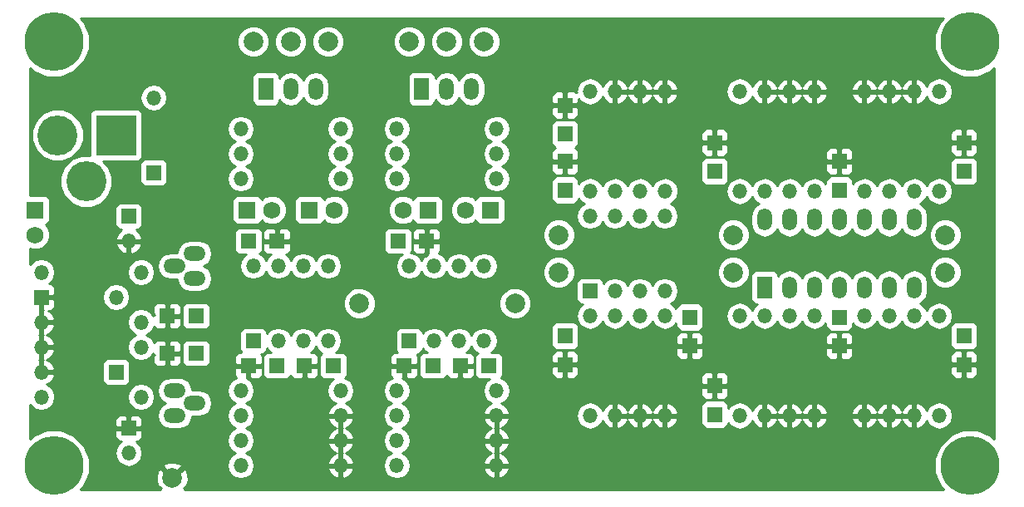
<source format=gbl>
G04 (created by PCBNEW (22-Jun-2014 BZR 4027)-stable) date Sun 10 Jun 2018 01:47:27 AM CDT*
%MOIN*%
G04 Gerber Fmt 3.4, Leading zero omitted, Abs format*
%FSLAX34Y34*%
G01*
G70*
G90*
G04 APERTURE LIST*
%ADD10C,0.00393701*%
%ADD11O,0.0885X0.059*%
%ADD12C,0.079*%
%ADD13R,0.069X0.069*%
%ADD14C,0.069*%
%ADD15O,0.059X0.059*%
%ADD16R,0.059X0.059*%
%ADD17R,0.059X0.064*%
%ADD18R,0.064X0.059*%
%ADD19R,0.16X0.16*%
%ADD20C,0.16*%
%ADD21O,0.059X0.0885*%
%ADD22R,0.059X0.0885*%
%ADD23C,0.23622*%
%ADD24C,0.01*%
G04 APERTURE END LIST*
G54D10*
G54D11*
X73602Y-66750D03*
X74397Y-67250D03*
X73602Y-67750D03*
X74397Y-62250D03*
X73602Y-61750D03*
X74397Y-61250D03*
G54D12*
X104500Y-60500D03*
X87250Y-63250D03*
X83000Y-52750D03*
X86000Y-52750D03*
X84500Y-52750D03*
X78250Y-52750D03*
X76750Y-52750D03*
X79750Y-52750D03*
X81000Y-63250D03*
X73500Y-70250D03*
X89000Y-60500D03*
X89000Y-62000D03*
X96000Y-60500D03*
X96000Y-62000D03*
X104500Y-62000D03*
G54D13*
X68000Y-59500D03*
G54D14*
X68000Y-60500D03*
G54D13*
X76500Y-59500D03*
G54D14*
X77500Y-59500D03*
G54D13*
X79000Y-59500D03*
G54D14*
X80000Y-59500D03*
G54D13*
X86250Y-59500D03*
G54D14*
X85250Y-59500D03*
G54D13*
X83750Y-59500D03*
G54D14*
X82750Y-59500D03*
G54D15*
X76250Y-67750D03*
X80250Y-67750D03*
X82500Y-69750D03*
X86500Y-69750D03*
X82500Y-58250D03*
X86500Y-58250D03*
X82500Y-68750D03*
X86500Y-68750D03*
X96250Y-63750D03*
X96250Y-67750D03*
X97250Y-63750D03*
X97250Y-67750D03*
X99250Y-63750D03*
X99250Y-67750D03*
X98250Y-63750D03*
X98250Y-67750D03*
X104250Y-63750D03*
X104250Y-67750D03*
X103250Y-63750D03*
X103250Y-67750D03*
X101250Y-63750D03*
X101250Y-67750D03*
X102250Y-63750D03*
X102250Y-67750D03*
X104250Y-58750D03*
X104250Y-54750D03*
X103250Y-58750D03*
X103250Y-54750D03*
X101250Y-58750D03*
X101250Y-54750D03*
X102250Y-58750D03*
X102250Y-54750D03*
X96250Y-58750D03*
X96250Y-54750D03*
X97250Y-58750D03*
X97250Y-54750D03*
X99250Y-58750D03*
X99250Y-54750D03*
X98250Y-58750D03*
X98250Y-54750D03*
X91250Y-63750D03*
X91250Y-67750D03*
X80250Y-66750D03*
X76250Y-66750D03*
X76250Y-69750D03*
X80250Y-69750D03*
X76250Y-68750D03*
X80250Y-68750D03*
X68250Y-62000D03*
X72250Y-62000D03*
X72250Y-67000D03*
X68250Y-67000D03*
X72250Y-64000D03*
X68250Y-64000D03*
X68250Y-65000D03*
X72250Y-65000D03*
X90250Y-63750D03*
X90250Y-67750D03*
X82500Y-67750D03*
X86500Y-67750D03*
X93250Y-63750D03*
X93250Y-67750D03*
X92250Y-63750D03*
X92250Y-67750D03*
X90250Y-58750D03*
X90250Y-54750D03*
X91250Y-58750D03*
X91250Y-54750D03*
X92250Y-58750D03*
X92250Y-54750D03*
X86500Y-66750D03*
X82500Y-66750D03*
X93250Y-58750D03*
X93250Y-54750D03*
X80250Y-58250D03*
X76250Y-58250D03*
G54D16*
X71750Y-59750D03*
G54D15*
X71750Y-60750D03*
G54D16*
X71750Y-68250D03*
G54D15*
X71750Y-69250D03*
G54D16*
X83000Y-64750D03*
G54D15*
X84000Y-64750D03*
X85000Y-64750D03*
X86000Y-64750D03*
X86000Y-61750D03*
X85000Y-61750D03*
X83000Y-61750D03*
X84000Y-61750D03*
G54D16*
X76750Y-64750D03*
G54D15*
X77750Y-64750D03*
X78750Y-64750D03*
X79750Y-64750D03*
X79750Y-61750D03*
X78750Y-61750D03*
X76750Y-61750D03*
X77750Y-61750D03*
G54D16*
X68250Y-63000D03*
G54D15*
X71250Y-63000D03*
G54D16*
X71250Y-66000D03*
G54D15*
X68250Y-66000D03*
G54D16*
X72750Y-58000D03*
G54D15*
X72750Y-55000D03*
G54D17*
X105250Y-57950D03*
X105250Y-56800D03*
X89250Y-56450D03*
X89250Y-55300D03*
G54D18*
X78800Y-65750D03*
X79950Y-65750D03*
X83950Y-65750D03*
X82800Y-65750D03*
X76550Y-60750D03*
X77700Y-60750D03*
G54D17*
X95250Y-57950D03*
X95250Y-56800D03*
X89250Y-58700D03*
X89250Y-57550D03*
X94250Y-63800D03*
X94250Y-64950D03*
G54D18*
X82550Y-60750D03*
X83700Y-60750D03*
X74450Y-63750D03*
X73300Y-63750D03*
X85050Y-65750D03*
X86200Y-65750D03*
G54D17*
X89250Y-64550D03*
X89250Y-65700D03*
X100250Y-58700D03*
X100250Y-57550D03*
X100250Y-63800D03*
X100250Y-64950D03*
X105250Y-64550D03*
X105250Y-65700D03*
G54D18*
X77700Y-65750D03*
X76550Y-65750D03*
G54D17*
X95250Y-67700D03*
X95250Y-66550D03*
G54D18*
X73300Y-65250D03*
X74450Y-65250D03*
G54D19*
X71250Y-56500D03*
G54D20*
X68900Y-56500D03*
X70050Y-58350D03*
G54D21*
X78250Y-54647D03*
X79250Y-54647D03*
G54D22*
X77250Y-54647D03*
G54D21*
X84500Y-54647D03*
X85500Y-54647D03*
G54D22*
X83500Y-54647D03*
G54D23*
X105500Y-52750D03*
X105500Y-69750D03*
X68750Y-69750D03*
X68750Y-52750D03*
G54D16*
X90250Y-62750D03*
G54D15*
X91250Y-62750D03*
X92250Y-62750D03*
X93250Y-62750D03*
X93250Y-59750D03*
X92250Y-59750D03*
X90250Y-59750D03*
X91250Y-59750D03*
G54D22*
X97250Y-62602D03*
G54D21*
X98250Y-62602D03*
X99250Y-62602D03*
X100250Y-62602D03*
X100250Y-59897D03*
X99250Y-59897D03*
X98250Y-59897D03*
X97250Y-59897D03*
X101250Y-62602D03*
X102250Y-62602D03*
X103250Y-62602D03*
X101250Y-59897D03*
X102250Y-59897D03*
X103250Y-59897D03*
G54D15*
X76250Y-56250D03*
X80250Y-56250D03*
X76250Y-57250D03*
X80250Y-57250D03*
X86500Y-57250D03*
X82500Y-57250D03*
X86500Y-56250D03*
X82500Y-56250D03*
G54D10*
G36*
X106450Y-68676D02*
X106311Y-68537D01*
X105795Y-68322D01*
X105795Y-66069D01*
X105795Y-65330D01*
X105795Y-64820D01*
X105795Y-64180D01*
X105795Y-58220D01*
X105795Y-57580D01*
X105795Y-57169D01*
X105795Y-56430D01*
X105757Y-56338D01*
X105686Y-56268D01*
X105594Y-56230D01*
X105495Y-56229D01*
X105362Y-56230D01*
X105300Y-56292D01*
X105300Y-56750D01*
X105732Y-56750D01*
X105795Y-56687D01*
X105795Y-56430D01*
X105795Y-57169D01*
X105795Y-56912D01*
X105732Y-56850D01*
X105300Y-56850D01*
X105300Y-57307D01*
X105362Y-57370D01*
X105495Y-57370D01*
X105594Y-57369D01*
X105686Y-57331D01*
X105757Y-57261D01*
X105795Y-57169D01*
X105795Y-57580D01*
X105757Y-57488D01*
X105686Y-57418D01*
X105594Y-57380D01*
X105495Y-57379D01*
X105200Y-57379D01*
X105200Y-57307D01*
X105200Y-56850D01*
X105200Y-56750D01*
X105200Y-56292D01*
X105137Y-56230D01*
X105004Y-56229D01*
X104905Y-56230D01*
X104813Y-56268D01*
X104795Y-56286D01*
X104795Y-54760D01*
X104795Y-54739D01*
X104753Y-54530D01*
X104635Y-54353D01*
X104458Y-54235D01*
X104250Y-54194D01*
X104041Y-54235D01*
X103864Y-54353D01*
X103746Y-54530D01*
X103743Y-54543D01*
X103686Y-54423D01*
X103528Y-54281D01*
X103384Y-54221D01*
X103300Y-54270D01*
X103300Y-54700D01*
X103307Y-54700D01*
X103307Y-54800D01*
X103300Y-54800D01*
X103300Y-55229D01*
X103384Y-55278D01*
X103528Y-55218D01*
X103686Y-55076D01*
X103743Y-54956D01*
X103746Y-54969D01*
X103864Y-55146D01*
X104041Y-55264D01*
X104250Y-55305D01*
X104458Y-55264D01*
X104635Y-55146D01*
X104753Y-54969D01*
X104795Y-54760D01*
X104795Y-56286D01*
X104742Y-56338D01*
X104704Y-56430D01*
X104705Y-56687D01*
X104767Y-56750D01*
X105200Y-56750D01*
X105200Y-56850D01*
X104767Y-56850D01*
X104705Y-56912D01*
X104704Y-57169D01*
X104742Y-57261D01*
X104813Y-57331D01*
X104905Y-57369D01*
X105004Y-57370D01*
X105137Y-57370D01*
X105200Y-57307D01*
X105200Y-57379D01*
X104905Y-57379D01*
X104813Y-57417D01*
X104743Y-57488D01*
X104705Y-57580D01*
X104704Y-57679D01*
X104704Y-58319D01*
X104742Y-58411D01*
X104813Y-58481D01*
X104905Y-58519D01*
X105004Y-58520D01*
X105594Y-58520D01*
X105686Y-58482D01*
X105756Y-58411D01*
X105794Y-58319D01*
X105795Y-58220D01*
X105795Y-64180D01*
X105757Y-64088D01*
X105686Y-64018D01*
X105594Y-63980D01*
X105495Y-63979D01*
X105145Y-63979D01*
X105145Y-61872D01*
X105145Y-60372D01*
X105047Y-60135D01*
X104865Y-59953D01*
X104795Y-59924D01*
X104795Y-58760D01*
X104795Y-58739D01*
X104753Y-58530D01*
X104635Y-58353D01*
X104458Y-58235D01*
X104250Y-58194D01*
X104041Y-58235D01*
X103864Y-58353D01*
X103750Y-58525D01*
X103635Y-58353D01*
X103458Y-58235D01*
X103250Y-58194D01*
X103200Y-58204D01*
X103200Y-55229D01*
X103200Y-54800D01*
X103200Y-54700D01*
X103200Y-54270D01*
X103115Y-54221D01*
X102971Y-54281D01*
X102813Y-54423D01*
X102750Y-54556D01*
X102686Y-54423D01*
X102528Y-54281D01*
X102384Y-54221D01*
X102300Y-54270D01*
X102300Y-54700D01*
X102730Y-54700D01*
X102750Y-54665D01*
X102769Y-54700D01*
X103200Y-54700D01*
X103200Y-54800D01*
X102769Y-54800D01*
X102750Y-54834D01*
X102730Y-54800D01*
X102300Y-54800D01*
X102300Y-55229D01*
X102384Y-55278D01*
X102528Y-55218D01*
X102686Y-55076D01*
X102750Y-54943D01*
X102813Y-55076D01*
X102971Y-55218D01*
X103115Y-55278D01*
X103200Y-55229D01*
X103200Y-58204D01*
X103041Y-58235D01*
X102864Y-58353D01*
X102750Y-58525D01*
X102635Y-58353D01*
X102458Y-58235D01*
X102250Y-58194D01*
X102200Y-58204D01*
X102200Y-55229D01*
X102200Y-54800D01*
X102200Y-54700D01*
X102200Y-54270D01*
X102115Y-54221D01*
X101971Y-54281D01*
X101813Y-54423D01*
X101750Y-54556D01*
X101686Y-54423D01*
X101528Y-54281D01*
X101384Y-54221D01*
X101300Y-54270D01*
X101300Y-54700D01*
X101730Y-54700D01*
X101750Y-54665D01*
X101769Y-54700D01*
X102200Y-54700D01*
X102200Y-54800D01*
X101769Y-54800D01*
X101750Y-54834D01*
X101730Y-54800D01*
X101300Y-54800D01*
X101300Y-55229D01*
X101384Y-55278D01*
X101528Y-55218D01*
X101686Y-55076D01*
X101750Y-54943D01*
X101813Y-55076D01*
X101971Y-55218D01*
X102115Y-55278D01*
X102200Y-55229D01*
X102200Y-58204D01*
X102041Y-58235D01*
X101864Y-58353D01*
X101750Y-58525D01*
X101635Y-58353D01*
X101458Y-58235D01*
X101250Y-58194D01*
X101200Y-58204D01*
X101200Y-55229D01*
X101200Y-54800D01*
X101200Y-54700D01*
X101200Y-54270D01*
X101115Y-54221D01*
X100971Y-54281D01*
X100813Y-54423D01*
X100721Y-54615D01*
X100769Y-54700D01*
X101200Y-54700D01*
X101200Y-54800D01*
X100769Y-54800D01*
X100721Y-54884D01*
X100813Y-55076D01*
X100971Y-55218D01*
X101115Y-55278D01*
X101200Y-55229D01*
X101200Y-58204D01*
X101041Y-58235D01*
X100864Y-58353D01*
X100795Y-58458D01*
X100795Y-58330D01*
X100795Y-57919D01*
X100795Y-57180D01*
X100757Y-57088D01*
X100686Y-57018D01*
X100594Y-56980D01*
X100495Y-56979D01*
X100362Y-56980D01*
X100300Y-57042D01*
X100300Y-57500D01*
X100732Y-57500D01*
X100795Y-57437D01*
X100795Y-57180D01*
X100795Y-57919D01*
X100795Y-57662D01*
X100732Y-57600D01*
X100300Y-57600D01*
X100300Y-58057D01*
X100362Y-58120D01*
X100495Y-58120D01*
X100594Y-58119D01*
X100686Y-58081D01*
X100757Y-58011D01*
X100795Y-57919D01*
X100795Y-58330D01*
X100757Y-58238D01*
X100686Y-58168D01*
X100594Y-58130D01*
X100495Y-58129D01*
X100200Y-58129D01*
X100200Y-58057D01*
X100200Y-57600D01*
X100200Y-57500D01*
X100200Y-57042D01*
X100137Y-56980D01*
X100004Y-56979D01*
X99905Y-56980D01*
X99813Y-57018D01*
X99778Y-57053D01*
X99778Y-54884D01*
X99778Y-54615D01*
X99686Y-54423D01*
X99528Y-54281D01*
X99384Y-54221D01*
X99300Y-54270D01*
X99300Y-54700D01*
X99730Y-54700D01*
X99778Y-54615D01*
X99778Y-54884D01*
X99730Y-54800D01*
X99300Y-54800D01*
X99300Y-55229D01*
X99384Y-55278D01*
X99528Y-55218D01*
X99686Y-55076D01*
X99778Y-54884D01*
X99778Y-57053D01*
X99742Y-57088D01*
X99704Y-57180D01*
X99705Y-57437D01*
X99767Y-57500D01*
X100200Y-57500D01*
X100200Y-57600D01*
X99767Y-57600D01*
X99705Y-57662D01*
X99704Y-57919D01*
X99742Y-58011D01*
X99813Y-58081D01*
X99905Y-58119D01*
X100004Y-58120D01*
X100137Y-58120D01*
X100200Y-58057D01*
X100200Y-58129D01*
X99905Y-58129D01*
X99813Y-58167D01*
X99743Y-58238D01*
X99705Y-58330D01*
X99704Y-58429D01*
X99704Y-58458D01*
X99635Y-58353D01*
X99458Y-58235D01*
X99250Y-58194D01*
X99200Y-58204D01*
X99200Y-55229D01*
X99200Y-54800D01*
X99200Y-54700D01*
X99200Y-54270D01*
X99115Y-54221D01*
X98971Y-54281D01*
X98813Y-54423D01*
X98750Y-54556D01*
X98686Y-54423D01*
X98528Y-54281D01*
X98384Y-54221D01*
X98300Y-54270D01*
X98300Y-54700D01*
X98730Y-54700D01*
X98750Y-54665D01*
X98769Y-54700D01*
X99200Y-54700D01*
X99200Y-54800D01*
X98769Y-54800D01*
X98750Y-54834D01*
X98730Y-54800D01*
X98300Y-54800D01*
X98300Y-55229D01*
X98384Y-55278D01*
X98528Y-55218D01*
X98686Y-55076D01*
X98750Y-54943D01*
X98813Y-55076D01*
X98971Y-55218D01*
X99115Y-55278D01*
X99200Y-55229D01*
X99200Y-58204D01*
X99041Y-58235D01*
X98864Y-58353D01*
X98750Y-58525D01*
X98635Y-58353D01*
X98458Y-58235D01*
X98250Y-58194D01*
X98200Y-58204D01*
X98200Y-55229D01*
X98200Y-54800D01*
X98200Y-54700D01*
X98200Y-54270D01*
X98115Y-54221D01*
X97971Y-54281D01*
X97813Y-54423D01*
X97750Y-54556D01*
X97686Y-54423D01*
X97528Y-54281D01*
X97384Y-54221D01*
X97300Y-54270D01*
X97300Y-54700D01*
X97730Y-54700D01*
X97750Y-54665D01*
X97769Y-54700D01*
X98200Y-54700D01*
X98200Y-54800D01*
X97769Y-54800D01*
X97750Y-54834D01*
X97730Y-54800D01*
X97300Y-54800D01*
X97300Y-55229D01*
X97384Y-55278D01*
X97528Y-55218D01*
X97686Y-55076D01*
X97750Y-54943D01*
X97813Y-55076D01*
X97971Y-55218D01*
X98115Y-55278D01*
X98200Y-55229D01*
X98200Y-58204D01*
X98041Y-58235D01*
X97864Y-58353D01*
X97750Y-58525D01*
X97635Y-58353D01*
X97458Y-58235D01*
X97250Y-58194D01*
X97200Y-58204D01*
X97200Y-55229D01*
X97200Y-54800D01*
X97192Y-54800D01*
X97192Y-54700D01*
X97200Y-54700D01*
X97200Y-54270D01*
X97115Y-54221D01*
X96971Y-54281D01*
X96813Y-54423D01*
X96756Y-54543D01*
X96753Y-54530D01*
X96635Y-54353D01*
X96458Y-54235D01*
X96250Y-54194D01*
X96041Y-54235D01*
X95864Y-54353D01*
X95746Y-54530D01*
X95705Y-54739D01*
X95705Y-54760D01*
X95746Y-54969D01*
X95864Y-55146D01*
X96041Y-55264D01*
X96250Y-55305D01*
X96458Y-55264D01*
X96635Y-55146D01*
X96753Y-54969D01*
X96756Y-54956D01*
X96813Y-55076D01*
X96971Y-55218D01*
X97115Y-55278D01*
X97200Y-55229D01*
X97200Y-58204D01*
X97041Y-58235D01*
X96864Y-58353D01*
X96750Y-58525D01*
X96635Y-58353D01*
X96458Y-58235D01*
X96250Y-58194D01*
X96041Y-58235D01*
X95864Y-58353D01*
X95795Y-58458D01*
X95795Y-58220D01*
X95795Y-57580D01*
X95795Y-57169D01*
X95795Y-56430D01*
X95757Y-56338D01*
X95686Y-56268D01*
X95594Y-56230D01*
X95495Y-56229D01*
X95362Y-56230D01*
X95300Y-56292D01*
X95300Y-56750D01*
X95732Y-56750D01*
X95795Y-56687D01*
X95795Y-56430D01*
X95795Y-57169D01*
X95795Y-56912D01*
X95732Y-56850D01*
X95300Y-56850D01*
X95300Y-57307D01*
X95362Y-57370D01*
X95495Y-57370D01*
X95594Y-57369D01*
X95686Y-57331D01*
X95757Y-57261D01*
X95795Y-57169D01*
X95795Y-57580D01*
X95757Y-57488D01*
X95686Y-57418D01*
X95594Y-57380D01*
X95495Y-57379D01*
X95200Y-57379D01*
X95200Y-57307D01*
X95200Y-56850D01*
X95200Y-56750D01*
X95200Y-56292D01*
X95137Y-56230D01*
X95004Y-56229D01*
X94905Y-56230D01*
X94813Y-56268D01*
X94742Y-56338D01*
X94704Y-56430D01*
X94705Y-56687D01*
X94767Y-56750D01*
X95200Y-56750D01*
X95200Y-56850D01*
X94767Y-56850D01*
X94705Y-56912D01*
X94704Y-57169D01*
X94742Y-57261D01*
X94813Y-57331D01*
X94905Y-57369D01*
X95004Y-57370D01*
X95137Y-57370D01*
X95200Y-57307D01*
X95200Y-57379D01*
X94905Y-57379D01*
X94813Y-57417D01*
X94743Y-57488D01*
X94705Y-57580D01*
X94704Y-57679D01*
X94704Y-58319D01*
X94742Y-58411D01*
X94813Y-58481D01*
X94905Y-58519D01*
X95004Y-58520D01*
X95594Y-58520D01*
X95686Y-58482D01*
X95756Y-58411D01*
X95794Y-58319D01*
X95795Y-58220D01*
X95795Y-58458D01*
X95746Y-58530D01*
X95705Y-58739D01*
X95705Y-58760D01*
X95746Y-58969D01*
X95864Y-59146D01*
X96041Y-59264D01*
X96250Y-59305D01*
X96458Y-59264D01*
X96635Y-59146D01*
X96750Y-58974D01*
X96864Y-59146D01*
X97018Y-59248D01*
X96864Y-59351D01*
X96746Y-59527D01*
X96705Y-59736D01*
X96705Y-60058D01*
X96746Y-60267D01*
X96864Y-60443D01*
X97041Y-60562D01*
X97250Y-60603D01*
X97458Y-60562D01*
X97635Y-60443D01*
X97750Y-60272D01*
X97864Y-60443D01*
X98041Y-60562D01*
X98250Y-60603D01*
X98458Y-60562D01*
X98635Y-60443D01*
X98750Y-60272D01*
X98864Y-60443D01*
X99041Y-60562D01*
X99250Y-60603D01*
X99458Y-60562D01*
X99635Y-60443D01*
X99750Y-60272D01*
X99864Y-60443D01*
X100041Y-60562D01*
X100250Y-60603D01*
X100458Y-60562D01*
X100635Y-60443D01*
X100750Y-60272D01*
X100864Y-60443D01*
X101041Y-60562D01*
X101250Y-60603D01*
X101458Y-60562D01*
X101635Y-60443D01*
X101750Y-60272D01*
X101864Y-60443D01*
X102041Y-60562D01*
X102250Y-60603D01*
X102458Y-60562D01*
X102635Y-60443D01*
X102750Y-60272D01*
X102864Y-60443D01*
X103041Y-60562D01*
X103250Y-60603D01*
X103458Y-60562D01*
X103635Y-60443D01*
X103753Y-60267D01*
X103795Y-60058D01*
X103795Y-59736D01*
X103753Y-59527D01*
X103635Y-59351D01*
X103481Y-59248D01*
X103635Y-59146D01*
X103750Y-58974D01*
X103864Y-59146D01*
X104041Y-59264D01*
X104250Y-59305D01*
X104458Y-59264D01*
X104635Y-59146D01*
X104753Y-58969D01*
X104795Y-58760D01*
X104795Y-59924D01*
X104628Y-59855D01*
X104372Y-59854D01*
X104135Y-59952D01*
X103953Y-60134D01*
X103855Y-60371D01*
X103854Y-60627D01*
X103952Y-60864D01*
X104134Y-61046D01*
X104371Y-61144D01*
X104627Y-61145D01*
X104864Y-61047D01*
X105046Y-60865D01*
X105144Y-60628D01*
X105145Y-60372D01*
X105145Y-61872D01*
X105047Y-61635D01*
X104865Y-61453D01*
X104628Y-61355D01*
X104372Y-61354D01*
X104135Y-61452D01*
X103953Y-61634D01*
X103855Y-61871D01*
X103854Y-62127D01*
X103952Y-62364D01*
X104134Y-62546D01*
X104371Y-62644D01*
X104627Y-62645D01*
X104864Y-62547D01*
X105046Y-62365D01*
X105144Y-62128D01*
X105145Y-61872D01*
X105145Y-63979D01*
X104905Y-63979D01*
X104813Y-64017D01*
X104795Y-64036D01*
X104795Y-63760D01*
X104795Y-63739D01*
X104753Y-63530D01*
X104635Y-63353D01*
X104458Y-63235D01*
X104250Y-63194D01*
X104041Y-63235D01*
X103864Y-63353D01*
X103750Y-63525D01*
X103635Y-63353D01*
X103481Y-63251D01*
X103635Y-63148D01*
X103753Y-62972D01*
X103795Y-62763D01*
X103795Y-62441D01*
X103753Y-62232D01*
X103635Y-62056D01*
X103458Y-61937D01*
X103250Y-61896D01*
X103041Y-61937D01*
X102864Y-62056D01*
X102749Y-62227D01*
X102635Y-62056D01*
X102458Y-61937D01*
X102250Y-61896D01*
X102041Y-61937D01*
X101864Y-62056D01*
X101749Y-62227D01*
X101635Y-62056D01*
X101458Y-61937D01*
X101250Y-61896D01*
X101041Y-61937D01*
X100864Y-62056D01*
X100749Y-62227D01*
X100635Y-62056D01*
X100458Y-61937D01*
X100250Y-61896D01*
X100041Y-61937D01*
X99864Y-62056D01*
X99749Y-62227D01*
X99635Y-62056D01*
X99458Y-61937D01*
X99250Y-61896D01*
X99041Y-61937D01*
X98864Y-62056D01*
X98749Y-62227D01*
X98635Y-62056D01*
X98458Y-61937D01*
X98250Y-61896D01*
X98041Y-61937D01*
X97864Y-62056D01*
X97795Y-62160D01*
X97795Y-62110D01*
X97757Y-62018D01*
X97686Y-61948D01*
X97594Y-61910D01*
X97495Y-61909D01*
X96905Y-61909D01*
X96813Y-61947D01*
X96743Y-62018D01*
X96705Y-62110D01*
X96704Y-62209D01*
X96704Y-63094D01*
X96742Y-63186D01*
X96813Y-63256D01*
X96905Y-63294D01*
X96952Y-63294D01*
X96864Y-63353D01*
X96750Y-63525D01*
X96645Y-63368D01*
X96645Y-61872D01*
X96645Y-60372D01*
X96547Y-60135D01*
X96365Y-59953D01*
X96128Y-59855D01*
X95872Y-59854D01*
X95635Y-59952D01*
X95453Y-60134D01*
X95355Y-60371D01*
X95354Y-60627D01*
X95452Y-60864D01*
X95634Y-61046D01*
X95871Y-61144D01*
X96127Y-61145D01*
X96364Y-61047D01*
X96546Y-60865D01*
X96644Y-60628D01*
X96645Y-60372D01*
X96645Y-61872D01*
X96547Y-61635D01*
X96365Y-61453D01*
X96128Y-61355D01*
X95872Y-61354D01*
X95635Y-61452D01*
X95453Y-61634D01*
X95355Y-61871D01*
X95354Y-62127D01*
X95452Y-62364D01*
X95634Y-62546D01*
X95871Y-62644D01*
X96127Y-62645D01*
X96364Y-62547D01*
X96546Y-62365D01*
X96644Y-62128D01*
X96645Y-61872D01*
X96645Y-63368D01*
X96635Y-63353D01*
X96458Y-63235D01*
X96250Y-63194D01*
X96041Y-63235D01*
X95864Y-63353D01*
X95746Y-63530D01*
X95705Y-63739D01*
X95705Y-63760D01*
X95746Y-63969D01*
X95864Y-64146D01*
X96041Y-64264D01*
X96250Y-64305D01*
X96458Y-64264D01*
X96635Y-64146D01*
X96750Y-63974D01*
X96864Y-64146D01*
X97041Y-64264D01*
X97250Y-64305D01*
X97458Y-64264D01*
X97635Y-64146D01*
X97750Y-63974D01*
X97864Y-64146D01*
X98041Y-64264D01*
X98250Y-64305D01*
X98458Y-64264D01*
X98635Y-64146D01*
X98750Y-63974D01*
X98864Y-64146D01*
X99041Y-64264D01*
X99250Y-64305D01*
X99458Y-64264D01*
X99635Y-64146D01*
X99704Y-64041D01*
X99704Y-64169D01*
X99742Y-64261D01*
X99813Y-64331D01*
X99905Y-64369D01*
X100004Y-64370D01*
X100594Y-64370D01*
X100686Y-64332D01*
X100756Y-64261D01*
X100794Y-64169D01*
X100795Y-64070D01*
X100795Y-64041D01*
X100864Y-64146D01*
X101041Y-64264D01*
X101250Y-64305D01*
X101458Y-64264D01*
X101635Y-64146D01*
X101750Y-63974D01*
X101864Y-64146D01*
X102041Y-64264D01*
X102250Y-64305D01*
X102458Y-64264D01*
X102635Y-64146D01*
X102750Y-63974D01*
X102864Y-64146D01*
X103041Y-64264D01*
X103250Y-64305D01*
X103458Y-64264D01*
X103635Y-64146D01*
X103750Y-63974D01*
X103864Y-64146D01*
X104041Y-64264D01*
X104250Y-64305D01*
X104458Y-64264D01*
X104635Y-64146D01*
X104753Y-63969D01*
X104795Y-63760D01*
X104795Y-64036D01*
X104743Y-64088D01*
X104705Y-64180D01*
X104704Y-64279D01*
X104704Y-64919D01*
X104742Y-65011D01*
X104813Y-65081D01*
X104905Y-65119D01*
X105004Y-65120D01*
X105594Y-65120D01*
X105686Y-65082D01*
X105756Y-65011D01*
X105794Y-64919D01*
X105795Y-64820D01*
X105795Y-65330D01*
X105757Y-65238D01*
X105686Y-65168D01*
X105594Y-65130D01*
X105495Y-65129D01*
X105362Y-65130D01*
X105300Y-65192D01*
X105300Y-65650D01*
X105732Y-65650D01*
X105795Y-65587D01*
X105795Y-65330D01*
X105795Y-66069D01*
X105795Y-65812D01*
X105732Y-65750D01*
X105300Y-65750D01*
X105300Y-66207D01*
X105362Y-66270D01*
X105495Y-66270D01*
X105594Y-66269D01*
X105686Y-66231D01*
X105757Y-66161D01*
X105795Y-66069D01*
X105795Y-68322D01*
X105785Y-68319D01*
X105216Y-68318D01*
X105200Y-68325D01*
X105200Y-66207D01*
X105200Y-65750D01*
X105200Y-65650D01*
X105200Y-65192D01*
X105137Y-65130D01*
X105004Y-65129D01*
X104905Y-65130D01*
X104813Y-65168D01*
X104742Y-65238D01*
X104704Y-65330D01*
X104705Y-65587D01*
X104767Y-65650D01*
X105200Y-65650D01*
X105200Y-65750D01*
X104767Y-65750D01*
X104705Y-65812D01*
X104704Y-66069D01*
X104742Y-66161D01*
X104813Y-66231D01*
X104905Y-66269D01*
X105004Y-66270D01*
X105137Y-66270D01*
X105200Y-66207D01*
X105200Y-68325D01*
X104795Y-68492D01*
X104795Y-67760D01*
X104795Y-67739D01*
X104753Y-67530D01*
X104635Y-67353D01*
X104458Y-67235D01*
X104250Y-67194D01*
X104041Y-67235D01*
X103864Y-67353D01*
X103746Y-67530D01*
X103743Y-67543D01*
X103686Y-67423D01*
X103528Y-67281D01*
X103384Y-67221D01*
X103300Y-67270D01*
X103300Y-67700D01*
X103307Y-67700D01*
X103307Y-67800D01*
X103300Y-67800D01*
X103300Y-68229D01*
X103384Y-68278D01*
X103528Y-68218D01*
X103686Y-68076D01*
X103743Y-67956D01*
X103746Y-67969D01*
X103864Y-68146D01*
X104041Y-68264D01*
X104250Y-68305D01*
X104458Y-68264D01*
X104635Y-68146D01*
X104753Y-67969D01*
X104795Y-67760D01*
X104795Y-68492D01*
X104690Y-68536D01*
X104287Y-68938D01*
X104069Y-69464D01*
X104068Y-70033D01*
X104286Y-70559D01*
X104426Y-70700D01*
X103200Y-70700D01*
X103200Y-68229D01*
X103200Y-67800D01*
X103200Y-67700D01*
X103200Y-67270D01*
X103115Y-67221D01*
X102971Y-67281D01*
X102813Y-67423D01*
X102750Y-67556D01*
X102686Y-67423D01*
X102528Y-67281D01*
X102384Y-67221D01*
X102300Y-67270D01*
X102300Y-67700D01*
X102730Y-67700D01*
X102750Y-67665D01*
X102769Y-67700D01*
X103200Y-67700D01*
X103200Y-67800D01*
X102769Y-67800D01*
X102750Y-67834D01*
X102730Y-67800D01*
X102300Y-67800D01*
X102300Y-68229D01*
X102384Y-68278D01*
X102528Y-68218D01*
X102686Y-68076D01*
X102750Y-67943D01*
X102813Y-68076D01*
X102971Y-68218D01*
X103115Y-68278D01*
X103200Y-68229D01*
X103200Y-70700D01*
X102200Y-70700D01*
X102200Y-68229D01*
X102200Y-67800D01*
X102200Y-67700D01*
X102200Y-67270D01*
X102115Y-67221D01*
X101971Y-67281D01*
X101813Y-67423D01*
X101750Y-67556D01*
X101686Y-67423D01*
X101528Y-67281D01*
X101384Y-67221D01*
X101300Y-67270D01*
X101300Y-67700D01*
X101730Y-67700D01*
X101750Y-67665D01*
X101769Y-67700D01*
X102200Y-67700D01*
X102200Y-67800D01*
X101769Y-67800D01*
X101750Y-67834D01*
X101730Y-67800D01*
X101300Y-67800D01*
X101300Y-68229D01*
X101384Y-68278D01*
X101528Y-68218D01*
X101686Y-68076D01*
X101750Y-67943D01*
X101813Y-68076D01*
X101971Y-68218D01*
X102115Y-68278D01*
X102200Y-68229D01*
X102200Y-70700D01*
X101200Y-70700D01*
X101200Y-68229D01*
X101200Y-67800D01*
X101200Y-67700D01*
X101200Y-67270D01*
X101115Y-67221D01*
X100971Y-67281D01*
X100813Y-67423D01*
X100795Y-67462D01*
X100795Y-65319D01*
X100795Y-64580D01*
X100757Y-64488D01*
X100686Y-64418D01*
X100594Y-64380D01*
X100495Y-64379D01*
X100362Y-64380D01*
X100300Y-64442D01*
X100300Y-64900D01*
X100732Y-64900D01*
X100795Y-64837D01*
X100795Y-64580D01*
X100795Y-65319D01*
X100795Y-65062D01*
X100732Y-65000D01*
X100300Y-65000D01*
X100300Y-65457D01*
X100362Y-65520D01*
X100495Y-65520D01*
X100594Y-65519D01*
X100686Y-65481D01*
X100757Y-65411D01*
X100795Y-65319D01*
X100795Y-67462D01*
X100721Y-67615D01*
X100769Y-67700D01*
X101200Y-67700D01*
X101200Y-67800D01*
X100769Y-67800D01*
X100721Y-67884D01*
X100813Y-68076D01*
X100971Y-68218D01*
X101115Y-68278D01*
X101200Y-68229D01*
X101200Y-70700D01*
X100200Y-70700D01*
X100200Y-65457D01*
X100200Y-65000D01*
X100200Y-64900D01*
X100200Y-64442D01*
X100137Y-64380D01*
X100004Y-64379D01*
X99905Y-64380D01*
X99813Y-64418D01*
X99742Y-64488D01*
X99704Y-64580D01*
X99705Y-64837D01*
X99767Y-64900D01*
X100200Y-64900D01*
X100200Y-65000D01*
X99767Y-65000D01*
X99705Y-65062D01*
X99704Y-65319D01*
X99742Y-65411D01*
X99813Y-65481D01*
X99905Y-65519D01*
X100004Y-65520D01*
X100137Y-65520D01*
X100200Y-65457D01*
X100200Y-70700D01*
X99778Y-70700D01*
X99778Y-67884D01*
X99778Y-67615D01*
X99686Y-67423D01*
X99528Y-67281D01*
X99384Y-67221D01*
X99300Y-67270D01*
X99300Y-67700D01*
X99730Y-67700D01*
X99778Y-67615D01*
X99778Y-67884D01*
X99730Y-67800D01*
X99300Y-67800D01*
X99300Y-68229D01*
X99384Y-68278D01*
X99528Y-68218D01*
X99686Y-68076D01*
X99778Y-67884D01*
X99778Y-70700D01*
X99200Y-70700D01*
X99200Y-68229D01*
X99200Y-67800D01*
X99200Y-67700D01*
X99200Y-67270D01*
X99115Y-67221D01*
X98971Y-67281D01*
X98813Y-67423D01*
X98750Y-67556D01*
X98686Y-67423D01*
X98528Y-67281D01*
X98384Y-67221D01*
X98300Y-67270D01*
X98300Y-67700D01*
X98730Y-67700D01*
X98750Y-67665D01*
X98769Y-67700D01*
X99200Y-67700D01*
X99200Y-67800D01*
X98769Y-67800D01*
X98750Y-67834D01*
X98730Y-67800D01*
X98300Y-67800D01*
X98300Y-68229D01*
X98384Y-68278D01*
X98528Y-68218D01*
X98686Y-68076D01*
X98750Y-67943D01*
X98813Y-68076D01*
X98971Y-68218D01*
X99115Y-68278D01*
X99200Y-68229D01*
X99200Y-70700D01*
X98200Y-70700D01*
X98200Y-68229D01*
X98200Y-67800D01*
X98200Y-67700D01*
X98200Y-67270D01*
X98115Y-67221D01*
X97971Y-67281D01*
X97813Y-67423D01*
X97750Y-67556D01*
X97686Y-67423D01*
X97528Y-67281D01*
X97384Y-67221D01*
X97300Y-67270D01*
X97300Y-67700D01*
X97730Y-67700D01*
X97750Y-67665D01*
X97769Y-67700D01*
X98200Y-67700D01*
X98200Y-67800D01*
X97769Y-67800D01*
X97750Y-67834D01*
X97730Y-67800D01*
X97300Y-67800D01*
X97300Y-68229D01*
X97384Y-68278D01*
X97528Y-68218D01*
X97686Y-68076D01*
X97750Y-67943D01*
X97813Y-68076D01*
X97971Y-68218D01*
X98115Y-68278D01*
X98200Y-68229D01*
X98200Y-70700D01*
X97200Y-70700D01*
X97200Y-68229D01*
X97200Y-67800D01*
X97192Y-67800D01*
X97192Y-67700D01*
X97200Y-67700D01*
X97200Y-67270D01*
X97115Y-67221D01*
X96971Y-67281D01*
X96813Y-67423D01*
X96756Y-67543D01*
X96753Y-67530D01*
X96635Y-67353D01*
X96458Y-67235D01*
X96250Y-67194D01*
X96041Y-67235D01*
X95864Y-67353D01*
X95795Y-67458D01*
X95795Y-67330D01*
X95795Y-66919D01*
X95795Y-66180D01*
X95757Y-66088D01*
X95686Y-66018D01*
X95594Y-65980D01*
X95495Y-65979D01*
X95362Y-65980D01*
X95300Y-66042D01*
X95300Y-66500D01*
X95732Y-66500D01*
X95795Y-66437D01*
X95795Y-66180D01*
X95795Y-66919D01*
X95795Y-66662D01*
X95732Y-66600D01*
X95300Y-66600D01*
X95300Y-67057D01*
X95362Y-67120D01*
X95495Y-67120D01*
X95594Y-67119D01*
X95686Y-67081D01*
X95757Y-67011D01*
X95795Y-66919D01*
X95795Y-67330D01*
X95757Y-67238D01*
X95686Y-67168D01*
X95594Y-67130D01*
X95495Y-67129D01*
X95200Y-67129D01*
X95200Y-67057D01*
X95200Y-66600D01*
X95200Y-66500D01*
X95200Y-66042D01*
X95137Y-65980D01*
X95004Y-65979D01*
X94905Y-65980D01*
X94813Y-66018D01*
X94795Y-66036D01*
X94795Y-65319D01*
X94795Y-64580D01*
X94795Y-64070D01*
X94795Y-63430D01*
X94757Y-63338D01*
X94686Y-63268D01*
X94594Y-63230D01*
X94495Y-63229D01*
X93905Y-63229D01*
X93813Y-63267D01*
X93743Y-63338D01*
X93705Y-63430D01*
X93705Y-63458D01*
X93635Y-63353D01*
X93477Y-63248D01*
X93646Y-63135D01*
X93764Y-62958D01*
X93805Y-62750D01*
X93805Y-59750D01*
X93764Y-59541D01*
X93646Y-59364D01*
X93477Y-59251D01*
X93635Y-59146D01*
X93753Y-58969D01*
X93795Y-58760D01*
X93795Y-58739D01*
X93778Y-58654D01*
X93778Y-54884D01*
X93778Y-54615D01*
X93686Y-54423D01*
X93528Y-54281D01*
X93384Y-54221D01*
X93300Y-54270D01*
X93300Y-54700D01*
X93730Y-54700D01*
X93778Y-54615D01*
X93778Y-54884D01*
X93730Y-54800D01*
X93300Y-54800D01*
X93300Y-55229D01*
X93384Y-55278D01*
X93528Y-55218D01*
X93686Y-55076D01*
X93778Y-54884D01*
X93778Y-58654D01*
X93753Y-58530D01*
X93635Y-58353D01*
X93458Y-58235D01*
X93250Y-58194D01*
X93200Y-58204D01*
X93200Y-55229D01*
X93200Y-54800D01*
X93200Y-54700D01*
X93200Y-54270D01*
X93115Y-54221D01*
X92971Y-54281D01*
X92813Y-54423D01*
X92750Y-54556D01*
X92686Y-54423D01*
X92528Y-54281D01*
X92384Y-54221D01*
X92300Y-54270D01*
X92300Y-54700D01*
X92730Y-54700D01*
X92750Y-54665D01*
X92769Y-54700D01*
X93200Y-54700D01*
X93200Y-54800D01*
X92769Y-54800D01*
X92750Y-54834D01*
X92730Y-54800D01*
X92300Y-54800D01*
X92300Y-55229D01*
X92384Y-55278D01*
X92528Y-55218D01*
X92686Y-55076D01*
X92750Y-54943D01*
X92813Y-55076D01*
X92971Y-55218D01*
X93115Y-55278D01*
X93200Y-55229D01*
X93200Y-58204D01*
X93041Y-58235D01*
X92864Y-58353D01*
X92750Y-58525D01*
X92635Y-58353D01*
X92458Y-58235D01*
X92250Y-58194D01*
X92200Y-58204D01*
X92200Y-55229D01*
X92200Y-54800D01*
X92200Y-54700D01*
X92200Y-54270D01*
X92115Y-54221D01*
X91971Y-54281D01*
X91813Y-54423D01*
X91750Y-54556D01*
X91686Y-54423D01*
X91528Y-54281D01*
X91384Y-54221D01*
X91300Y-54270D01*
X91300Y-54700D01*
X91730Y-54700D01*
X91750Y-54665D01*
X91769Y-54700D01*
X92200Y-54700D01*
X92200Y-54800D01*
X91769Y-54800D01*
X91750Y-54834D01*
X91730Y-54800D01*
X91300Y-54800D01*
X91300Y-55229D01*
X91384Y-55278D01*
X91528Y-55218D01*
X91686Y-55076D01*
X91750Y-54943D01*
X91813Y-55076D01*
X91971Y-55218D01*
X92115Y-55278D01*
X92200Y-55229D01*
X92200Y-58204D01*
X92041Y-58235D01*
X91864Y-58353D01*
X91750Y-58525D01*
X91635Y-58353D01*
X91458Y-58235D01*
X91250Y-58194D01*
X91200Y-58204D01*
X91200Y-55229D01*
X91200Y-54800D01*
X91192Y-54800D01*
X91192Y-54700D01*
X91200Y-54700D01*
X91200Y-54270D01*
X91115Y-54221D01*
X90971Y-54281D01*
X90813Y-54423D01*
X90756Y-54543D01*
X90753Y-54530D01*
X90635Y-54353D01*
X90458Y-54235D01*
X90250Y-54194D01*
X90041Y-54235D01*
X89864Y-54353D01*
X89746Y-54530D01*
X89705Y-54739D01*
X89705Y-54760D01*
X89711Y-54792D01*
X89686Y-54768D01*
X89594Y-54730D01*
X89495Y-54729D01*
X89362Y-54730D01*
X89300Y-54792D01*
X89300Y-55250D01*
X89732Y-55250D01*
X89795Y-55187D01*
X89795Y-55041D01*
X89864Y-55146D01*
X90041Y-55264D01*
X90250Y-55305D01*
X90458Y-55264D01*
X90635Y-55146D01*
X90753Y-54969D01*
X90756Y-54956D01*
X90813Y-55076D01*
X90971Y-55218D01*
X91115Y-55278D01*
X91200Y-55229D01*
X91200Y-58204D01*
X91041Y-58235D01*
X90864Y-58353D01*
X90750Y-58525D01*
X90635Y-58353D01*
X90458Y-58235D01*
X90250Y-58194D01*
X90041Y-58235D01*
X89864Y-58353D01*
X89795Y-58458D01*
X89795Y-58330D01*
X89795Y-57919D01*
X89795Y-57180D01*
X89757Y-57088D01*
X89686Y-57018D01*
X89643Y-57000D01*
X89686Y-56982D01*
X89756Y-56911D01*
X89794Y-56819D01*
X89795Y-56720D01*
X89795Y-56080D01*
X89795Y-55669D01*
X89795Y-55412D01*
X89732Y-55350D01*
X89300Y-55350D01*
X89300Y-55807D01*
X89362Y-55870D01*
X89495Y-55870D01*
X89594Y-55869D01*
X89686Y-55831D01*
X89757Y-55761D01*
X89795Y-55669D01*
X89795Y-56080D01*
X89757Y-55988D01*
X89686Y-55918D01*
X89594Y-55880D01*
X89495Y-55879D01*
X89200Y-55879D01*
X89200Y-55807D01*
X89200Y-55350D01*
X89200Y-55250D01*
X89200Y-54792D01*
X89137Y-54730D01*
X89004Y-54729D01*
X88905Y-54730D01*
X88813Y-54768D01*
X88742Y-54838D01*
X88704Y-54930D01*
X88705Y-55187D01*
X88767Y-55250D01*
X89200Y-55250D01*
X89200Y-55350D01*
X88767Y-55350D01*
X88705Y-55412D01*
X88704Y-55669D01*
X88742Y-55761D01*
X88813Y-55831D01*
X88905Y-55869D01*
X89004Y-55870D01*
X89137Y-55870D01*
X89200Y-55807D01*
X89200Y-55879D01*
X88905Y-55879D01*
X88813Y-55917D01*
X88743Y-55988D01*
X88705Y-56080D01*
X88704Y-56179D01*
X88704Y-56819D01*
X88742Y-56911D01*
X88813Y-56981D01*
X88856Y-57000D01*
X88813Y-57018D01*
X88742Y-57088D01*
X88704Y-57180D01*
X88705Y-57437D01*
X88767Y-57500D01*
X89200Y-57500D01*
X89200Y-57492D01*
X89300Y-57492D01*
X89300Y-57500D01*
X89732Y-57500D01*
X89795Y-57437D01*
X89795Y-57180D01*
X89795Y-57919D01*
X89795Y-57662D01*
X89732Y-57600D01*
X89300Y-57600D01*
X89300Y-58057D01*
X89362Y-58120D01*
X89495Y-58120D01*
X89594Y-58119D01*
X89686Y-58081D01*
X89757Y-58011D01*
X89795Y-57919D01*
X89795Y-58330D01*
X89757Y-58238D01*
X89686Y-58168D01*
X89594Y-58130D01*
X89495Y-58129D01*
X89200Y-58129D01*
X89200Y-58057D01*
X89200Y-57600D01*
X88767Y-57600D01*
X88705Y-57662D01*
X88704Y-57919D01*
X88742Y-58011D01*
X88813Y-58081D01*
X88905Y-58119D01*
X89004Y-58120D01*
X89137Y-58120D01*
X89200Y-58057D01*
X89200Y-58129D01*
X88905Y-58129D01*
X88813Y-58167D01*
X88743Y-58238D01*
X88705Y-58330D01*
X88704Y-58429D01*
X88704Y-59069D01*
X88742Y-59161D01*
X88813Y-59231D01*
X88905Y-59269D01*
X89004Y-59270D01*
X89594Y-59270D01*
X89686Y-59232D01*
X89756Y-59161D01*
X89794Y-59069D01*
X89794Y-59041D01*
X89864Y-59146D01*
X90022Y-59251D01*
X89853Y-59364D01*
X89735Y-59541D01*
X89694Y-59750D01*
X89735Y-59958D01*
X89853Y-60135D01*
X90030Y-60253D01*
X90239Y-60295D01*
X90260Y-60295D01*
X90469Y-60253D01*
X90646Y-60135D01*
X90750Y-59979D01*
X90853Y-60135D01*
X91030Y-60253D01*
X91239Y-60295D01*
X91260Y-60295D01*
X91469Y-60253D01*
X91646Y-60135D01*
X91750Y-59979D01*
X91853Y-60135D01*
X92030Y-60253D01*
X92239Y-60295D01*
X92260Y-60295D01*
X92469Y-60253D01*
X92646Y-60135D01*
X92750Y-59979D01*
X92853Y-60135D01*
X93030Y-60253D01*
X93239Y-60295D01*
X93260Y-60295D01*
X93469Y-60253D01*
X93646Y-60135D01*
X93764Y-59958D01*
X93805Y-59750D01*
X93805Y-62750D01*
X93764Y-62541D01*
X93646Y-62364D01*
X93469Y-62246D01*
X93260Y-62205D01*
X93239Y-62205D01*
X93030Y-62246D01*
X92853Y-62364D01*
X92750Y-62520D01*
X92646Y-62364D01*
X92469Y-62246D01*
X92260Y-62205D01*
X92239Y-62205D01*
X92030Y-62246D01*
X91853Y-62364D01*
X91750Y-62520D01*
X91646Y-62364D01*
X91469Y-62246D01*
X91260Y-62205D01*
X91239Y-62205D01*
X91030Y-62246D01*
X90853Y-62364D01*
X90795Y-62452D01*
X90795Y-62405D01*
X90757Y-62313D01*
X90686Y-62243D01*
X90594Y-62205D01*
X90495Y-62204D01*
X89905Y-62204D01*
X89813Y-62242D01*
X89743Y-62313D01*
X89705Y-62405D01*
X89704Y-62504D01*
X89704Y-63094D01*
X89742Y-63186D01*
X89813Y-63256D01*
X89905Y-63294D01*
X89952Y-63294D01*
X89864Y-63353D01*
X89746Y-63530D01*
X89705Y-63739D01*
X89705Y-63760D01*
X89746Y-63969D01*
X89864Y-64146D01*
X90041Y-64264D01*
X90250Y-64305D01*
X90458Y-64264D01*
X90635Y-64146D01*
X90750Y-63974D01*
X90864Y-64146D01*
X91041Y-64264D01*
X91250Y-64305D01*
X91458Y-64264D01*
X91635Y-64146D01*
X91750Y-63974D01*
X91864Y-64146D01*
X92041Y-64264D01*
X92250Y-64305D01*
X92458Y-64264D01*
X92635Y-64146D01*
X92750Y-63974D01*
X92864Y-64146D01*
X93041Y-64264D01*
X93250Y-64305D01*
X93458Y-64264D01*
X93635Y-64146D01*
X93704Y-64041D01*
X93704Y-64169D01*
X93742Y-64261D01*
X93813Y-64331D01*
X93905Y-64369D01*
X94004Y-64370D01*
X94594Y-64370D01*
X94686Y-64332D01*
X94756Y-64261D01*
X94794Y-64169D01*
X94795Y-64070D01*
X94795Y-64580D01*
X94757Y-64488D01*
X94686Y-64418D01*
X94594Y-64380D01*
X94495Y-64379D01*
X94362Y-64380D01*
X94300Y-64442D01*
X94300Y-64900D01*
X94732Y-64900D01*
X94795Y-64837D01*
X94795Y-64580D01*
X94795Y-65319D01*
X94795Y-65062D01*
X94732Y-65000D01*
X94300Y-65000D01*
X94300Y-65457D01*
X94362Y-65520D01*
X94495Y-65520D01*
X94594Y-65519D01*
X94686Y-65481D01*
X94757Y-65411D01*
X94795Y-65319D01*
X94795Y-66036D01*
X94742Y-66088D01*
X94704Y-66180D01*
X94705Y-66437D01*
X94767Y-66500D01*
X95200Y-66500D01*
X95200Y-66600D01*
X94767Y-66600D01*
X94705Y-66662D01*
X94704Y-66919D01*
X94742Y-67011D01*
X94813Y-67081D01*
X94905Y-67119D01*
X95004Y-67120D01*
X95137Y-67120D01*
X95200Y-67057D01*
X95200Y-67129D01*
X94905Y-67129D01*
X94813Y-67167D01*
X94743Y-67238D01*
X94705Y-67330D01*
X94704Y-67429D01*
X94704Y-68069D01*
X94742Y-68161D01*
X94813Y-68231D01*
X94905Y-68269D01*
X95004Y-68270D01*
X95594Y-68270D01*
X95686Y-68232D01*
X95756Y-68161D01*
X95794Y-68069D01*
X95794Y-68041D01*
X95864Y-68146D01*
X96041Y-68264D01*
X96250Y-68305D01*
X96458Y-68264D01*
X96635Y-68146D01*
X96753Y-67969D01*
X96756Y-67956D01*
X96813Y-68076D01*
X96971Y-68218D01*
X97115Y-68278D01*
X97200Y-68229D01*
X97200Y-70700D01*
X94200Y-70700D01*
X94200Y-65457D01*
X94200Y-65000D01*
X94200Y-64900D01*
X94200Y-64442D01*
X94137Y-64380D01*
X94004Y-64379D01*
X93905Y-64380D01*
X93813Y-64418D01*
X93742Y-64488D01*
X93704Y-64580D01*
X93705Y-64837D01*
X93767Y-64900D01*
X94200Y-64900D01*
X94200Y-65000D01*
X93767Y-65000D01*
X93705Y-65062D01*
X93704Y-65319D01*
X93742Y-65411D01*
X93813Y-65481D01*
X93905Y-65519D01*
X94004Y-65520D01*
X94137Y-65520D01*
X94200Y-65457D01*
X94200Y-70700D01*
X93778Y-70700D01*
X93778Y-67884D01*
X93778Y-67615D01*
X93686Y-67423D01*
X93528Y-67281D01*
X93384Y-67221D01*
X93300Y-67270D01*
X93300Y-67700D01*
X93730Y-67700D01*
X93778Y-67615D01*
X93778Y-67884D01*
X93730Y-67800D01*
X93300Y-67800D01*
X93300Y-68229D01*
X93384Y-68278D01*
X93528Y-68218D01*
X93686Y-68076D01*
X93778Y-67884D01*
X93778Y-70700D01*
X93200Y-70700D01*
X93200Y-68229D01*
X93200Y-67800D01*
X93200Y-67700D01*
X93200Y-67270D01*
X93115Y-67221D01*
X92971Y-67281D01*
X92813Y-67423D01*
X92750Y-67556D01*
X92686Y-67423D01*
X92528Y-67281D01*
X92384Y-67221D01*
X92300Y-67270D01*
X92300Y-67700D01*
X92730Y-67700D01*
X92750Y-67665D01*
X92769Y-67700D01*
X93200Y-67700D01*
X93200Y-67800D01*
X92769Y-67800D01*
X92750Y-67834D01*
X92730Y-67800D01*
X92300Y-67800D01*
X92300Y-68229D01*
X92384Y-68278D01*
X92528Y-68218D01*
X92686Y-68076D01*
X92750Y-67943D01*
X92813Y-68076D01*
X92971Y-68218D01*
X93115Y-68278D01*
X93200Y-68229D01*
X93200Y-70700D01*
X92200Y-70700D01*
X92200Y-68229D01*
X92200Y-67800D01*
X92200Y-67700D01*
X92200Y-67270D01*
X92115Y-67221D01*
X91971Y-67281D01*
X91813Y-67423D01*
X91750Y-67556D01*
X91686Y-67423D01*
X91528Y-67281D01*
X91384Y-67221D01*
X91300Y-67270D01*
X91300Y-67700D01*
X91730Y-67700D01*
X91750Y-67665D01*
X91769Y-67700D01*
X92200Y-67700D01*
X92200Y-67800D01*
X91769Y-67800D01*
X91750Y-67834D01*
X91730Y-67800D01*
X91300Y-67800D01*
X91300Y-68229D01*
X91384Y-68278D01*
X91528Y-68218D01*
X91686Y-68076D01*
X91750Y-67943D01*
X91813Y-68076D01*
X91971Y-68218D01*
X92115Y-68278D01*
X92200Y-68229D01*
X92200Y-70700D01*
X91200Y-70700D01*
X91200Y-68229D01*
X91200Y-67800D01*
X91192Y-67800D01*
X91192Y-67700D01*
X91200Y-67700D01*
X91200Y-67270D01*
X91115Y-67221D01*
X90971Y-67281D01*
X90813Y-67423D01*
X90756Y-67543D01*
X90753Y-67530D01*
X90635Y-67353D01*
X90458Y-67235D01*
X90250Y-67194D01*
X90041Y-67235D01*
X89864Y-67353D01*
X89795Y-67458D01*
X89795Y-66069D01*
X89795Y-65330D01*
X89795Y-64820D01*
X89795Y-64180D01*
X89757Y-64088D01*
X89686Y-64018D01*
X89645Y-64000D01*
X89645Y-61872D01*
X89645Y-60372D01*
X89547Y-60135D01*
X89365Y-59953D01*
X89128Y-59855D01*
X88872Y-59854D01*
X88635Y-59952D01*
X88453Y-60134D01*
X88355Y-60371D01*
X88354Y-60627D01*
X88452Y-60864D01*
X88634Y-61046D01*
X88871Y-61144D01*
X89127Y-61145D01*
X89364Y-61047D01*
X89546Y-60865D01*
X89644Y-60628D01*
X89645Y-60372D01*
X89645Y-61872D01*
X89547Y-61635D01*
X89365Y-61453D01*
X89128Y-61355D01*
X88872Y-61354D01*
X88635Y-61452D01*
X88453Y-61634D01*
X88355Y-61871D01*
X88354Y-62127D01*
X88452Y-62364D01*
X88634Y-62546D01*
X88871Y-62644D01*
X89127Y-62645D01*
X89364Y-62547D01*
X89546Y-62365D01*
X89644Y-62128D01*
X89645Y-61872D01*
X89645Y-64000D01*
X89594Y-63980D01*
X89495Y-63979D01*
X88905Y-63979D01*
X88813Y-64017D01*
X88743Y-64088D01*
X88705Y-64180D01*
X88704Y-64279D01*
X88704Y-64919D01*
X88742Y-65011D01*
X88813Y-65081D01*
X88905Y-65119D01*
X89004Y-65120D01*
X89594Y-65120D01*
X89686Y-65082D01*
X89756Y-65011D01*
X89794Y-64919D01*
X89795Y-64820D01*
X89795Y-65330D01*
X89757Y-65238D01*
X89686Y-65168D01*
X89594Y-65130D01*
X89495Y-65129D01*
X89362Y-65130D01*
X89300Y-65192D01*
X89300Y-65650D01*
X89732Y-65650D01*
X89795Y-65587D01*
X89795Y-65330D01*
X89795Y-66069D01*
X89795Y-65812D01*
X89732Y-65750D01*
X89300Y-65750D01*
X89300Y-66207D01*
X89362Y-66270D01*
X89495Y-66270D01*
X89594Y-66269D01*
X89686Y-66231D01*
X89757Y-66161D01*
X89795Y-66069D01*
X89795Y-67458D01*
X89746Y-67530D01*
X89705Y-67739D01*
X89705Y-67760D01*
X89746Y-67969D01*
X89864Y-68146D01*
X90041Y-68264D01*
X90250Y-68305D01*
X90458Y-68264D01*
X90635Y-68146D01*
X90753Y-67969D01*
X90756Y-67956D01*
X90813Y-68076D01*
X90971Y-68218D01*
X91115Y-68278D01*
X91200Y-68229D01*
X91200Y-70700D01*
X89200Y-70700D01*
X89200Y-66207D01*
X89200Y-65750D01*
X89200Y-65650D01*
X89200Y-65192D01*
X89137Y-65130D01*
X89004Y-65129D01*
X88905Y-65130D01*
X88813Y-65168D01*
X88742Y-65238D01*
X88704Y-65330D01*
X88705Y-65587D01*
X88767Y-65650D01*
X89200Y-65650D01*
X89200Y-65750D01*
X88767Y-65750D01*
X88705Y-65812D01*
X88704Y-66069D01*
X88742Y-66161D01*
X88813Y-66231D01*
X88905Y-66269D01*
X89004Y-66270D01*
X89137Y-66270D01*
X89200Y-66207D01*
X89200Y-70700D01*
X87895Y-70700D01*
X87895Y-63122D01*
X87797Y-62885D01*
X87615Y-62703D01*
X87378Y-62605D01*
X87122Y-62604D01*
X87055Y-62632D01*
X87055Y-58250D01*
X87014Y-58041D01*
X86896Y-57864D01*
X86724Y-57750D01*
X86896Y-57635D01*
X87014Y-57458D01*
X87055Y-57250D01*
X87014Y-57041D01*
X86896Y-56864D01*
X86724Y-56750D01*
X86896Y-56635D01*
X87014Y-56458D01*
X87055Y-56250D01*
X87014Y-56041D01*
X86896Y-55864D01*
X86719Y-55746D01*
X86645Y-55731D01*
X86645Y-52622D01*
X86547Y-52385D01*
X86365Y-52203D01*
X86128Y-52105D01*
X85872Y-52104D01*
X85635Y-52202D01*
X85453Y-52384D01*
X85355Y-52621D01*
X85354Y-52877D01*
X85452Y-53114D01*
X85634Y-53296D01*
X85871Y-53394D01*
X86127Y-53395D01*
X86364Y-53297D01*
X86546Y-53115D01*
X86644Y-52878D01*
X86645Y-52622D01*
X86645Y-55731D01*
X86510Y-55705D01*
X86489Y-55705D01*
X86280Y-55746D01*
X86103Y-55864D01*
X86045Y-55952D01*
X86045Y-54808D01*
X86045Y-54486D01*
X86003Y-54277D01*
X85885Y-54101D01*
X85708Y-53982D01*
X85500Y-53941D01*
X85291Y-53982D01*
X85145Y-54080D01*
X85145Y-52622D01*
X85047Y-52385D01*
X84865Y-52203D01*
X84628Y-52105D01*
X84372Y-52104D01*
X84135Y-52202D01*
X83953Y-52384D01*
X83855Y-52621D01*
X83854Y-52877D01*
X83952Y-53114D01*
X84134Y-53296D01*
X84371Y-53394D01*
X84627Y-53395D01*
X84864Y-53297D01*
X85046Y-53115D01*
X85144Y-52878D01*
X85145Y-52622D01*
X85145Y-54080D01*
X85114Y-54101D01*
X85000Y-54272D01*
X84885Y-54101D01*
X84708Y-53982D01*
X84500Y-53941D01*
X84291Y-53982D01*
X84114Y-54101D01*
X84045Y-54205D01*
X84045Y-54155D01*
X84007Y-54063D01*
X83936Y-53993D01*
X83844Y-53955D01*
X83745Y-53954D01*
X83645Y-53954D01*
X83645Y-52622D01*
X83547Y-52385D01*
X83365Y-52203D01*
X83128Y-52105D01*
X82872Y-52104D01*
X82635Y-52202D01*
X82453Y-52384D01*
X82355Y-52621D01*
X82354Y-52877D01*
X82452Y-53114D01*
X82634Y-53296D01*
X82871Y-53394D01*
X83127Y-53395D01*
X83364Y-53297D01*
X83546Y-53115D01*
X83644Y-52878D01*
X83645Y-52622D01*
X83645Y-53954D01*
X83155Y-53954D01*
X83063Y-53992D01*
X82993Y-54063D01*
X82955Y-54155D01*
X82954Y-54254D01*
X82954Y-55139D01*
X82992Y-55231D01*
X83063Y-55301D01*
X83155Y-55339D01*
X83254Y-55340D01*
X83844Y-55340D01*
X83936Y-55302D01*
X84006Y-55231D01*
X84044Y-55139D01*
X84045Y-55089D01*
X84114Y-55193D01*
X84291Y-55312D01*
X84500Y-55353D01*
X84708Y-55312D01*
X84885Y-55193D01*
X85000Y-55022D01*
X85114Y-55193D01*
X85291Y-55312D01*
X85500Y-55353D01*
X85708Y-55312D01*
X85885Y-55193D01*
X86003Y-55017D01*
X86045Y-54808D01*
X86045Y-55952D01*
X85985Y-56041D01*
X85944Y-56250D01*
X85985Y-56458D01*
X86103Y-56635D01*
X86275Y-56750D01*
X86103Y-56864D01*
X85985Y-57041D01*
X85944Y-57250D01*
X85985Y-57458D01*
X86103Y-57635D01*
X86275Y-57750D01*
X86103Y-57864D01*
X85985Y-58041D01*
X85944Y-58250D01*
X85985Y-58458D01*
X86103Y-58635D01*
X86280Y-58753D01*
X86489Y-58795D01*
X86510Y-58795D01*
X86719Y-58753D01*
X86896Y-58635D01*
X87014Y-58458D01*
X87055Y-58250D01*
X87055Y-62632D01*
X86885Y-62702D01*
X86845Y-62742D01*
X86845Y-59795D01*
X86845Y-59105D01*
X86807Y-59013D01*
X86736Y-58943D01*
X86644Y-58905D01*
X86545Y-58904D01*
X85855Y-58904D01*
X85763Y-58942D01*
X85693Y-59013D01*
X85667Y-59075D01*
X85587Y-58995D01*
X85368Y-58905D01*
X85132Y-58904D01*
X84913Y-58995D01*
X84745Y-59162D01*
X84655Y-59381D01*
X84654Y-59617D01*
X84745Y-59836D01*
X84912Y-60004D01*
X85131Y-60094D01*
X85367Y-60095D01*
X85586Y-60004D01*
X85667Y-59924D01*
X85692Y-59986D01*
X85763Y-60056D01*
X85855Y-60094D01*
X85954Y-60095D01*
X86644Y-60095D01*
X86736Y-60057D01*
X86806Y-59986D01*
X86844Y-59894D01*
X86845Y-59795D01*
X86845Y-62742D01*
X86703Y-62884D01*
X86605Y-63121D01*
X86604Y-63377D01*
X86702Y-63614D01*
X86884Y-63796D01*
X87121Y-63894D01*
X87377Y-63895D01*
X87614Y-63797D01*
X87796Y-63615D01*
X87894Y-63378D01*
X87895Y-63122D01*
X87895Y-70700D01*
X87055Y-70700D01*
X87055Y-66750D01*
X87014Y-66541D01*
X86896Y-66364D01*
X86719Y-66246D01*
X86679Y-66238D01*
X86731Y-66186D01*
X86769Y-66094D01*
X86770Y-65995D01*
X86770Y-65405D01*
X86732Y-65313D01*
X86661Y-65243D01*
X86569Y-65205D01*
X86470Y-65204D01*
X86291Y-65204D01*
X86396Y-65135D01*
X86514Y-64958D01*
X86555Y-64750D01*
X86555Y-61750D01*
X86514Y-61541D01*
X86396Y-61364D01*
X86219Y-61246D01*
X86010Y-61205D01*
X85989Y-61205D01*
X85780Y-61246D01*
X85603Y-61364D01*
X85500Y-61520D01*
X85396Y-61364D01*
X85219Y-61246D01*
X85010Y-61205D01*
X84989Y-61205D01*
X84780Y-61246D01*
X84603Y-61364D01*
X84500Y-61520D01*
X84396Y-61364D01*
X84345Y-61330D01*
X84345Y-59795D01*
X84345Y-59105D01*
X84307Y-59013D01*
X84236Y-58943D01*
X84144Y-58905D01*
X84045Y-58904D01*
X83355Y-58904D01*
X83263Y-58942D01*
X83193Y-59013D01*
X83167Y-59075D01*
X83087Y-58995D01*
X83055Y-58982D01*
X83055Y-58250D01*
X83014Y-58041D01*
X82896Y-57864D01*
X82724Y-57750D01*
X82896Y-57635D01*
X83014Y-57458D01*
X83055Y-57250D01*
X83014Y-57041D01*
X82896Y-56864D01*
X82724Y-56750D01*
X82896Y-56635D01*
X83014Y-56458D01*
X83055Y-56250D01*
X83014Y-56041D01*
X82896Y-55864D01*
X82719Y-55746D01*
X82510Y-55705D01*
X82489Y-55705D01*
X82280Y-55746D01*
X82103Y-55864D01*
X81985Y-56041D01*
X81944Y-56250D01*
X81985Y-56458D01*
X82103Y-56635D01*
X82275Y-56750D01*
X82103Y-56864D01*
X81985Y-57041D01*
X81944Y-57250D01*
X81985Y-57458D01*
X82103Y-57635D01*
X82275Y-57750D01*
X82103Y-57864D01*
X81985Y-58041D01*
X81944Y-58250D01*
X81985Y-58458D01*
X82103Y-58635D01*
X82280Y-58753D01*
X82489Y-58795D01*
X82510Y-58795D01*
X82719Y-58753D01*
X82896Y-58635D01*
X83014Y-58458D01*
X83055Y-58250D01*
X83055Y-58982D01*
X82868Y-58905D01*
X82632Y-58904D01*
X82413Y-58995D01*
X82245Y-59162D01*
X82155Y-59381D01*
X82154Y-59617D01*
X82245Y-59836D01*
X82412Y-60004D01*
X82631Y-60094D01*
X82867Y-60095D01*
X83086Y-60004D01*
X83167Y-59924D01*
X83192Y-59986D01*
X83263Y-60056D01*
X83355Y-60094D01*
X83454Y-60095D01*
X84144Y-60095D01*
X84236Y-60057D01*
X84306Y-59986D01*
X84344Y-59894D01*
X84345Y-59795D01*
X84345Y-61330D01*
X84219Y-61246D01*
X84179Y-61238D01*
X84231Y-61186D01*
X84269Y-61094D01*
X84270Y-60995D01*
X84270Y-60504D01*
X84269Y-60405D01*
X84231Y-60313D01*
X84161Y-60242D01*
X84069Y-60204D01*
X83812Y-60205D01*
X83750Y-60267D01*
X83750Y-60700D01*
X84207Y-60700D01*
X84270Y-60637D01*
X84270Y-60504D01*
X84270Y-60995D01*
X84270Y-60862D01*
X84207Y-60800D01*
X83750Y-60800D01*
X83750Y-61232D01*
X83770Y-61253D01*
X83650Y-61333D01*
X83650Y-61232D01*
X83650Y-60800D01*
X83650Y-60700D01*
X83650Y-60267D01*
X83587Y-60205D01*
X83330Y-60204D01*
X83238Y-60242D01*
X83168Y-60313D01*
X83130Y-60405D01*
X83129Y-60504D01*
X83130Y-60637D01*
X83192Y-60700D01*
X83650Y-60700D01*
X83650Y-60800D01*
X83192Y-60800D01*
X83130Y-60862D01*
X83129Y-60995D01*
X83130Y-61094D01*
X83168Y-61186D01*
X83238Y-61257D01*
X83330Y-61295D01*
X83587Y-61295D01*
X83650Y-61232D01*
X83650Y-61333D01*
X83603Y-61364D01*
X83500Y-61520D01*
X83396Y-61364D01*
X83219Y-61246D01*
X83054Y-61213D01*
X83081Y-61186D01*
X83119Y-61094D01*
X83120Y-60995D01*
X83120Y-60405D01*
X83082Y-60313D01*
X83011Y-60243D01*
X82919Y-60205D01*
X82820Y-60204D01*
X82180Y-60204D01*
X82088Y-60242D01*
X82018Y-60313D01*
X81980Y-60405D01*
X81979Y-60504D01*
X81979Y-61094D01*
X82017Y-61186D01*
X82088Y-61256D01*
X82180Y-61294D01*
X82279Y-61295D01*
X82708Y-61295D01*
X82603Y-61364D01*
X82485Y-61541D01*
X82444Y-61750D01*
X82485Y-61958D01*
X82603Y-62135D01*
X82780Y-62253D01*
X82989Y-62295D01*
X83010Y-62295D01*
X83219Y-62253D01*
X83396Y-62135D01*
X83500Y-61979D01*
X83603Y-62135D01*
X83780Y-62253D01*
X83989Y-62295D01*
X84010Y-62295D01*
X84219Y-62253D01*
X84396Y-62135D01*
X84500Y-61979D01*
X84603Y-62135D01*
X84780Y-62253D01*
X84989Y-62295D01*
X85010Y-62295D01*
X85219Y-62253D01*
X85396Y-62135D01*
X85500Y-61979D01*
X85603Y-62135D01*
X85780Y-62253D01*
X85989Y-62295D01*
X86010Y-62295D01*
X86219Y-62253D01*
X86396Y-62135D01*
X86514Y-61958D01*
X86555Y-61750D01*
X86555Y-64750D01*
X86514Y-64541D01*
X86396Y-64364D01*
X86219Y-64246D01*
X86010Y-64205D01*
X85989Y-64205D01*
X85780Y-64246D01*
X85603Y-64364D01*
X85500Y-64520D01*
X85396Y-64364D01*
X85219Y-64246D01*
X85010Y-64205D01*
X84989Y-64205D01*
X84780Y-64246D01*
X84603Y-64364D01*
X84500Y-64520D01*
X84396Y-64364D01*
X84219Y-64246D01*
X84010Y-64205D01*
X83989Y-64205D01*
X83780Y-64246D01*
X83603Y-64364D01*
X83545Y-64452D01*
X83545Y-64405D01*
X83507Y-64313D01*
X83436Y-64243D01*
X83344Y-64205D01*
X83245Y-64204D01*
X82655Y-64204D01*
X82563Y-64242D01*
X82493Y-64313D01*
X82455Y-64405D01*
X82454Y-64504D01*
X82454Y-65094D01*
X82492Y-65186D01*
X82511Y-65204D01*
X82430Y-65204D01*
X82338Y-65242D01*
X82268Y-65313D01*
X82230Y-65405D01*
X82229Y-65504D01*
X82230Y-65637D01*
X82292Y-65700D01*
X82750Y-65700D01*
X82750Y-65692D01*
X82850Y-65692D01*
X82850Y-65700D01*
X83307Y-65700D01*
X83370Y-65637D01*
X83370Y-65504D01*
X83369Y-65405D01*
X83331Y-65313D01*
X83313Y-65295D01*
X83344Y-65295D01*
X83436Y-65257D01*
X83506Y-65186D01*
X83544Y-65094D01*
X83544Y-65047D01*
X83603Y-65135D01*
X83708Y-65204D01*
X83580Y-65204D01*
X83488Y-65242D01*
X83418Y-65313D01*
X83380Y-65405D01*
X83379Y-65504D01*
X83379Y-66094D01*
X83417Y-66186D01*
X83488Y-66256D01*
X83580Y-66294D01*
X83679Y-66295D01*
X84319Y-66295D01*
X84411Y-66257D01*
X84481Y-66186D01*
X84500Y-66143D01*
X84518Y-66186D01*
X84588Y-66257D01*
X84680Y-66295D01*
X84937Y-66295D01*
X85000Y-66232D01*
X85000Y-65800D01*
X84992Y-65800D01*
X84992Y-65700D01*
X85000Y-65700D01*
X85000Y-65692D01*
X85100Y-65692D01*
X85100Y-65700D01*
X85557Y-65700D01*
X85620Y-65637D01*
X85620Y-65504D01*
X85619Y-65405D01*
X85581Y-65313D01*
X85511Y-65242D01*
X85419Y-65204D01*
X85291Y-65204D01*
X85396Y-65135D01*
X85500Y-64979D01*
X85603Y-65135D01*
X85754Y-65236D01*
X85738Y-65242D01*
X85668Y-65313D01*
X85630Y-65405D01*
X85629Y-65504D01*
X85629Y-66094D01*
X85667Y-66186D01*
X85738Y-66256D01*
X85830Y-66294D01*
X85929Y-66295D01*
X86208Y-66295D01*
X86103Y-66364D01*
X85985Y-66541D01*
X85944Y-66750D01*
X85985Y-66958D01*
X86103Y-67135D01*
X86280Y-67253D01*
X86293Y-67256D01*
X86173Y-67313D01*
X86031Y-67471D01*
X85971Y-67615D01*
X86020Y-67700D01*
X86450Y-67700D01*
X86450Y-67692D01*
X86550Y-67692D01*
X86550Y-67700D01*
X86979Y-67700D01*
X87028Y-67615D01*
X86968Y-67471D01*
X86826Y-67313D01*
X86706Y-67256D01*
X86719Y-67253D01*
X86896Y-67135D01*
X87014Y-66958D01*
X87055Y-66750D01*
X87055Y-70700D01*
X87028Y-70700D01*
X87028Y-69884D01*
X87028Y-69615D01*
X86968Y-69471D01*
X86826Y-69313D01*
X86693Y-69250D01*
X86826Y-69186D01*
X86968Y-69028D01*
X87028Y-68884D01*
X87028Y-68615D01*
X86968Y-68471D01*
X86826Y-68313D01*
X86693Y-68250D01*
X86826Y-68186D01*
X86968Y-68028D01*
X87028Y-67884D01*
X86979Y-67800D01*
X86550Y-67800D01*
X86550Y-68230D01*
X86584Y-68250D01*
X86550Y-68269D01*
X86550Y-68700D01*
X86979Y-68700D01*
X87028Y-68615D01*
X87028Y-68884D01*
X86979Y-68800D01*
X86550Y-68800D01*
X86550Y-69230D01*
X86584Y-69250D01*
X86550Y-69269D01*
X86550Y-69700D01*
X86979Y-69700D01*
X87028Y-69615D01*
X87028Y-69884D01*
X86979Y-69800D01*
X86550Y-69800D01*
X86550Y-70230D01*
X86634Y-70278D01*
X86826Y-70186D01*
X86968Y-70028D01*
X87028Y-69884D01*
X87028Y-70700D01*
X86450Y-70700D01*
X86450Y-70230D01*
X86450Y-69800D01*
X86450Y-69700D01*
X86450Y-69269D01*
X86415Y-69250D01*
X86450Y-69230D01*
X86450Y-68800D01*
X86450Y-68700D01*
X86450Y-68269D01*
X86415Y-68250D01*
X86450Y-68230D01*
X86450Y-67800D01*
X86020Y-67800D01*
X85971Y-67884D01*
X86031Y-68028D01*
X86173Y-68186D01*
X86306Y-68250D01*
X86173Y-68313D01*
X86031Y-68471D01*
X85971Y-68615D01*
X86020Y-68700D01*
X86450Y-68700D01*
X86450Y-68800D01*
X86020Y-68800D01*
X85971Y-68884D01*
X86031Y-69028D01*
X86173Y-69186D01*
X86306Y-69250D01*
X86173Y-69313D01*
X86031Y-69471D01*
X85971Y-69615D01*
X86020Y-69700D01*
X86450Y-69700D01*
X86450Y-69800D01*
X86020Y-69800D01*
X85971Y-69884D01*
X86031Y-70028D01*
X86173Y-70186D01*
X86365Y-70278D01*
X86450Y-70230D01*
X86450Y-70700D01*
X85620Y-70700D01*
X85620Y-65995D01*
X85620Y-65862D01*
X85557Y-65800D01*
X85100Y-65800D01*
X85100Y-66232D01*
X85162Y-66295D01*
X85419Y-66295D01*
X85511Y-66257D01*
X85581Y-66186D01*
X85619Y-66094D01*
X85620Y-65995D01*
X85620Y-70700D01*
X83370Y-70700D01*
X83370Y-65995D01*
X83370Y-65862D01*
X83307Y-65800D01*
X82850Y-65800D01*
X82850Y-66232D01*
X82912Y-66295D01*
X83169Y-66295D01*
X83261Y-66257D01*
X83331Y-66186D01*
X83369Y-66094D01*
X83370Y-65995D01*
X83370Y-70700D01*
X83055Y-70700D01*
X83055Y-69750D01*
X83014Y-69541D01*
X82896Y-69364D01*
X82724Y-69250D01*
X82896Y-69135D01*
X83014Y-68958D01*
X83055Y-68750D01*
X83014Y-68541D01*
X82896Y-68364D01*
X82724Y-68250D01*
X82896Y-68135D01*
X83014Y-67958D01*
X83055Y-67750D01*
X83014Y-67541D01*
X82896Y-67364D01*
X82724Y-67250D01*
X82896Y-67135D01*
X83014Y-66958D01*
X83055Y-66750D01*
X83014Y-66541D01*
X82896Y-66364D01*
X82729Y-66253D01*
X82750Y-66232D01*
X82750Y-65800D01*
X82292Y-65800D01*
X82230Y-65862D01*
X82229Y-65995D01*
X82230Y-66094D01*
X82268Y-66186D01*
X82320Y-66238D01*
X82280Y-66246D01*
X82103Y-66364D01*
X81985Y-66541D01*
X81944Y-66750D01*
X81985Y-66958D01*
X82103Y-67135D01*
X82275Y-67250D01*
X82103Y-67364D01*
X81985Y-67541D01*
X81944Y-67750D01*
X81985Y-67958D01*
X82103Y-68135D01*
X82275Y-68250D01*
X82103Y-68364D01*
X81985Y-68541D01*
X81944Y-68750D01*
X81985Y-68958D01*
X82103Y-69135D01*
X82275Y-69250D01*
X82103Y-69364D01*
X81985Y-69541D01*
X81944Y-69750D01*
X81985Y-69958D01*
X82103Y-70135D01*
X82280Y-70253D01*
X82489Y-70295D01*
X82510Y-70295D01*
X82719Y-70253D01*
X82896Y-70135D01*
X83014Y-69958D01*
X83055Y-69750D01*
X83055Y-70700D01*
X81645Y-70700D01*
X81645Y-63122D01*
X81547Y-62885D01*
X81365Y-62703D01*
X81128Y-62605D01*
X80872Y-62604D01*
X80805Y-62632D01*
X80805Y-58250D01*
X80764Y-58041D01*
X80646Y-57864D01*
X80474Y-57750D01*
X80646Y-57635D01*
X80764Y-57458D01*
X80805Y-57250D01*
X80764Y-57041D01*
X80646Y-56864D01*
X80474Y-56750D01*
X80646Y-56635D01*
X80764Y-56458D01*
X80805Y-56250D01*
X80764Y-56041D01*
X80646Y-55864D01*
X80469Y-55746D01*
X80395Y-55731D01*
X80395Y-52622D01*
X80297Y-52385D01*
X80115Y-52203D01*
X79878Y-52105D01*
X79622Y-52104D01*
X79385Y-52202D01*
X79203Y-52384D01*
X79105Y-52621D01*
X79104Y-52877D01*
X79202Y-53114D01*
X79384Y-53296D01*
X79621Y-53394D01*
X79877Y-53395D01*
X80114Y-53297D01*
X80296Y-53115D01*
X80394Y-52878D01*
X80395Y-52622D01*
X80395Y-55731D01*
X80260Y-55705D01*
X80239Y-55705D01*
X80030Y-55746D01*
X79853Y-55864D01*
X79795Y-55952D01*
X79795Y-54808D01*
X79795Y-54486D01*
X79753Y-54277D01*
X79635Y-54101D01*
X79458Y-53982D01*
X79250Y-53941D01*
X79041Y-53982D01*
X78895Y-54080D01*
X78895Y-52622D01*
X78797Y-52385D01*
X78615Y-52203D01*
X78378Y-52105D01*
X78122Y-52104D01*
X77885Y-52202D01*
X77703Y-52384D01*
X77605Y-52621D01*
X77604Y-52877D01*
X77702Y-53114D01*
X77884Y-53296D01*
X78121Y-53394D01*
X78377Y-53395D01*
X78614Y-53297D01*
X78796Y-53115D01*
X78894Y-52878D01*
X78895Y-52622D01*
X78895Y-54080D01*
X78864Y-54101D01*
X78750Y-54272D01*
X78635Y-54101D01*
X78458Y-53982D01*
X78250Y-53941D01*
X78041Y-53982D01*
X77864Y-54101D01*
X77795Y-54205D01*
X77795Y-54155D01*
X77757Y-54063D01*
X77686Y-53993D01*
X77594Y-53955D01*
X77495Y-53954D01*
X77395Y-53954D01*
X77395Y-52622D01*
X77297Y-52385D01*
X77115Y-52203D01*
X76878Y-52105D01*
X76622Y-52104D01*
X76385Y-52202D01*
X76203Y-52384D01*
X76105Y-52621D01*
X76104Y-52877D01*
X76202Y-53114D01*
X76384Y-53296D01*
X76621Y-53394D01*
X76877Y-53395D01*
X77114Y-53297D01*
X77296Y-53115D01*
X77394Y-52878D01*
X77395Y-52622D01*
X77395Y-53954D01*
X76905Y-53954D01*
X76813Y-53992D01*
X76743Y-54063D01*
X76705Y-54155D01*
X76704Y-54254D01*
X76704Y-55139D01*
X76742Y-55231D01*
X76813Y-55301D01*
X76905Y-55339D01*
X77004Y-55340D01*
X77594Y-55340D01*
X77686Y-55302D01*
X77756Y-55231D01*
X77794Y-55139D01*
X77795Y-55089D01*
X77864Y-55193D01*
X78041Y-55312D01*
X78250Y-55353D01*
X78458Y-55312D01*
X78635Y-55193D01*
X78750Y-55022D01*
X78864Y-55193D01*
X79041Y-55312D01*
X79250Y-55353D01*
X79458Y-55312D01*
X79635Y-55193D01*
X79753Y-55017D01*
X79795Y-54808D01*
X79795Y-55952D01*
X79735Y-56041D01*
X79694Y-56250D01*
X79735Y-56458D01*
X79853Y-56635D01*
X80025Y-56750D01*
X79853Y-56864D01*
X79735Y-57041D01*
X79694Y-57250D01*
X79735Y-57458D01*
X79853Y-57635D01*
X80025Y-57750D01*
X79853Y-57864D01*
X79735Y-58041D01*
X79694Y-58250D01*
X79735Y-58458D01*
X79853Y-58635D01*
X80030Y-58753D01*
X80239Y-58795D01*
X80260Y-58795D01*
X80469Y-58753D01*
X80646Y-58635D01*
X80764Y-58458D01*
X80805Y-58250D01*
X80805Y-62632D01*
X80635Y-62702D01*
X80595Y-62742D01*
X80595Y-59382D01*
X80504Y-59163D01*
X80337Y-58995D01*
X80118Y-58905D01*
X79882Y-58904D01*
X79663Y-58995D01*
X79582Y-59075D01*
X79557Y-59013D01*
X79486Y-58943D01*
X79394Y-58905D01*
X79295Y-58904D01*
X78605Y-58904D01*
X78513Y-58942D01*
X78443Y-59013D01*
X78405Y-59105D01*
X78404Y-59204D01*
X78404Y-59894D01*
X78442Y-59986D01*
X78513Y-60056D01*
X78605Y-60094D01*
X78704Y-60095D01*
X79394Y-60095D01*
X79486Y-60057D01*
X79556Y-59986D01*
X79582Y-59924D01*
X79662Y-60004D01*
X79881Y-60094D01*
X80117Y-60095D01*
X80336Y-60004D01*
X80504Y-59837D01*
X80594Y-59618D01*
X80595Y-59382D01*
X80595Y-62742D01*
X80453Y-62884D01*
X80355Y-63121D01*
X80354Y-63377D01*
X80452Y-63614D01*
X80634Y-63796D01*
X80871Y-63894D01*
X81127Y-63895D01*
X81364Y-63797D01*
X81546Y-63615D01*
X81644Y-63378D01*
X81645Y-63122D01*
X81645Y-70700D01*
X80805Y-70700D01*
X80805Y-66750D01*
X80764Y-66541D01*
X80646Y-66364D01*
X80469Y-66246D01*
X80429Y-66238D01*
X80481Y-66186D01*
X80519Y-66094D01*
X80520Y-65995D01*
X80520Y-65405D01*
X80482Y-65313D01*
X80411Y-65243D01*
X80319Y-65205D01*
X80220Y-65204D01*
X80041Y-65204D01*
X80146Y-65135D01*
X80264Y-64958D01*
X80305Y-64750D01*
X80305Y-61750D01*
X80264Y-61541D01*
X80146Y-61364D01*
X79969Y-61246D01*
X79760Y-61205D01*
X79739Y-61205D01*
X79530Y-61246D01*
X79353Y-61364D01*
X79250Y-61520D01*
X79146Y-61364D01*
X78969Y-61246D01*
X78760Y-61205D01*
X78739Y-61205D01*
X78530Y-61246D01*
X78353Y-61364D01*
X78250Y-61520D01*
X78146Y-61364D01*
X78041Y-61295D01*
X78069Y-61295D01*
X78161Y-61257D01*
X78231Y-61186D01*
X78269Y-61094D01*
X78270Y-60995D01*
X78270Y-60504D01*
X78269Y-60405D01*
X78231Y-60313D01*
X78161Y-60242D01*
X78095Y-60215D01*
X78095Y-59382D01*
X78004Y-59163D01*
X77837Y-58995D01*
X77618Y-58905D01*
X77382Y-58904D01*
X77163Y-58995D01*
X77082Y-59075D01*
X77057Y-59013D01*
X76986Y-58943D01*
X76894Y-58905D01*
X76805Y-58904D01*
X76805Y-58250D01*
X76764Y-58041D01*
X76646Y-57864D01*
X76474Y-57750D01*
X76646Y-57635D01*
X76764Y-57458D01*
X76805Y-57250D01*
X76764Y-57041D01*
X76646Y-56864D01*
X76474Y-56750D01*
X76646Y-56635D01*
X76764Y-56458D01*
X76805Y-56250D01*
X76764Y-56041D01*
X76646Y-55864D01*
X76469Y-55746D01*
X76260Y-55705D01*
X76239Y-55705D01*
X76030Y-55746D01*
X75853Y-55864D01*
X75735Y-56041D01*
X75694Y-56250D01*
X75735Y-56458D01*
X75853Y-56635D01*
X76025Y-56750D01*
X75853Y-56864D01*
X75735Y-57041D01*
X75694Y-57250D01*
X75735Y-57458D01*
X75853Y-57635D01*
X76025Y-57750D01*
X75853Y-57864D01*
X75735Y-58041D01*
X75694Y-58250D01*
X75735Y-58458D01*
X75853Y-58635D01*
X76030Y-58753D01*
X76239Y-58795D01*
X76260Y-58795D01*
X76469Y-58753D01*
X76646Y-58635D01*
X76764Y-58458D01*
X76805Y-58250D01*
X76805Y-58904D01*
X76795Y-58904D01*
X76105Y-58904D01*
X76013Y-58942D01*
X75943Y-59013D01*
X75905Y-59105D01*
X75904Y-59204D01*
X75904Y-59894D01*
X75942Y-59986D01*
X76013Y-60056D01*
X76105Y-60094D01*
X76204Y-60095D01*
X76894Y-60095D01*
X76986Y-60057D01*
X77056Y-59986D01*
X77082Y-59924D01*
X77162Y-60004D01*
X77381Y-60094D01*
X77617Y-60095D01*
X77836Y-60004D01*
X78004Y-59837D01*
X78094Y-59618D01*
X78095Y-59382D01*
X78095Y-60215D01*
X78069Y-60204D01*
X77812Y-60205D01*
X77750Y-60267D01*
X77750Y-60700D01*
X78207Y-60700D01*
X78270Y-60637D01*
X78270Y-60504D01*
X78270Y-60995D01*
X78270Y-60862D01*
X78207Y-60800D01*
X77750Y-60800D01*
X77750Y-60807D01*
X77650Y-60807D01*
X77650Y-60800D01*
X77650Y-60700D01*
X77650Y-60267D01*
X77587Y-60205D01*
X77330Y-60204D01*
X77238Y-60242D01*
X77168Y-60313D01*
X77130Y-60405D01*
X77129Y-60504D01*
X77130Y-60637D01*
X77192Y-60700D01*
X77650Y-60700D01*
X77650Y-60800D01*
X77192Y-60800D01*
X77130Y-60862D01*
X77129Y-60995D01*
X77130Y-61094D01*
X77168Y-61186D01*
X77238Y-61257D01*
X77330Y-61295D01*
X77458Y-61295D01*
X77353Y-61364D01*
X77250Y-61520D01*
X77146Y-61364D01*
X76995Y-61263D01*
X77011Y-61257D01*
X77081Y-61186D01*
X77119Y-61094D01*
X77120Y-60995D01*
X77120Y-60405D01*
X77082Y-60313D01*
X77011Y-60243D01*
X76919Y-60205D01*
X76820Y-60204D01*
X76180Y-60204D01*
X76088Y-60242D01*
X76018Y-60313D01*
X75980Y-60405D01*
X75979Y-60504D01*
X75979Y-61094D01*
X76017Y-61186D01*
X76088Y-61256D01*
X76180Y-61294D01*
X76279Y-61295D01*
X76458Y-61295D01*
X76353Y-61364D01*
X76235Y-61541D01*
X76194Y-61750D01*
X76235Y-61958D01*
X76353Y-62135D01*
X76530Y-62253D01*
X76739Y-62295D01*
X76760Y-62295D01*
X76969Y-62253D01*
X77146Y-62135D01*
X77250Y-61979D01*
X77353Y-62135D01*
X77530Y-62253D01*
X77739Y-62295D01*
X77760Y-62295D01*
X77969Y-62253D01*
X78146Y-62135D01*
X78250Y-61979D01*
X78353Y-62135D01*
X78530Y-62253D01*
X78739Y-62295D01*
X78760Y-62295D01*
X78969Y-62253D01*
X79146Y-62135D01*
X79250Y-61979D01*
X79353Y-62135D01*
X79530Y-62253D01*
X79739Y-62295D01*
X79760Y-62295D01*
X79969Y-62253D01*
X80146Y-62135D01*
X80264Y-61958D01*
X80305Y-61750D01*
X80305Y-64750D01*
X80264Y-64541D01*
X80146Y-64364D01*
X79969Y-64246D01*
X79760Y-64205D01*
X79739Y-64205D01*
X79530Y-64246D01*
X79353Y-64364D01*
X79250Y-64520D01*
X79146Y-64364D01*
X78969Y-64246D01*
X78760Y-64205D01*
X78739Y-64205D01*
X78530Y-64246D01*
X78353Y-64364D01*
X78250Y-64520D01*
X78146Y-64364D01*
X77969Y-64246D01*
X77760Y-64205D01*
X77739Y-64205D01*
X77530Y-64246D01*
X77353Y-64364D01*
X77295Y-64452D01*
X77295Y-64405D01*
X77257Y-64313D01*
X77186Y-64243D01*
X77094Y-64205D01*
X76995Y-64204D01*
X76405Y-64204D01*
X76313Y-64242D01*
X76243Y-64313D01*
X76205Y-64405D01*
X76204Y-64504D01*
X76204Y-65094D01*
X76242Y-65186D01*
X76261Y-65204D01*
X76180Y-65204D01*
X76088Y-65242D01*
X76018Y-65313D01*
X75980Y-65405D01*
X75979Y-65504D01*
X75980Y-65637D01*
X76042Y-65700D01*
X76500Y-65700D01*
X76500Y-65692D01*
X76600Y-65692D01*
X76600Y-65700D01*
X77057Y-65700D01*
X77120Y-65637D01*
X77120Y-65504D01*
X77119Y-65405D01*
X77081Y-65313D01*
X77063Y-65295D01*
X77094Y-65295D01*
X77186Y-65257D01*
X77256Y-65186D01*
X77294Y-65094D01*
X77294Y-65047D01*
X77353Y-65135D01*
X77458Y-65204D01*
X77330Y-65204D01*
X77238Y-65242D01*
X77168Y-65313D01*
X77130Y-65405D01*
X77129Y-65504D01*
X77129Y-66094D01*
X77167Y-66186D01*
X77238Y-66256D01*
X77330Y-66294D01*
X77429Y-66295D01*
X78069Y-66295D01*
X78161Y-66257D01*
X78231Y-66186D01*
X78250Y-66143D01*
X78268Y-66186D01*
X78338Y-66257D01*
X78430Y-66295D01*
X78687Y-66295D01*
X78750Y-66232D01*
X78750Y-65800D01*
X78742Y-65800D01*
X78742Y-65700D01*
X78750Y-65700D01*
X78750Y-65692D01*
X78850Y-65692D01*
X78850Y-65700D01*
X79307Y-65700D01*
X79370Y-65637D01*
X79370Y-65504D01*
X79369Y-65405D01*
X79331Y-65313D01*
X79261Y-65242D01*
X79169Y-65204D01*
X79041Y-65204D01*
X79146Y-65135D01*
X79250Y-64979D01*
X79353Y-65135D01*
X79504Y-65236D01*
X79488Y-65242D01*
X79418Y-65313D01*
X79380Y-65405D01*
X79379Y-65504D01*
X79379Y-66094D01*
X79417Y-66186D01*
X79488Y-66256D01*
X79580Y-66294D01*
X79679Y-66295D01*
X79958Y-66295D01*
X79853Y-66364D01*
X79735Y-66541D01*
X79694Y-66750D01*
X79735Y-66958D01*
X79853Y-67135D01*
X80030Y-67253D01*
X80043Y-67256D01*
X79923Y-67313D01*
X79781Y-67471D01*
X79721Y-67615D01*
X79770Y-67700D01*
X80200Y-67700D01*
X80200Y-67692D01*
X80300Y-67692D01*
X80300Y-67700D01*
X80729Y-67700D01*
X80778Y-67615D01*
X80718Y-67471D01*
X80576Y-67313D01*
X80456Y-67256D01*
X80469Y-67253D01*
X80646Y-67135D01*
X80764Y-66958D01*
X80805Y-66750D01*
X80805Y-70700D01*
X80778Y-70700D01*
X80778Y-69884D01*
X80778Y-69615D01*
X80718Y-69471D01*
X80576Y-69313D01*
X80443Y-69250D01*
X80576Y-69186D01*
X80718Y-69028D01*
X80778Y-68884D01*
X80778Y-68615D01*
X80718Y-68471D01*
X80576Y-68313D01*
X80443Y-68250D01*
X80576Y-68186D01*
X80718Y-68028D01*
X80778Y-67884D01*
X80729Y-67800D01*
X80300Y-67800D01*
X80300Y-68230D01*
X80334Y-68250D01*
X80300Y-68269D01*
X80300Y-68700D01*
X80729Y-68700D01*
X80778Y-68615D01*
X80778Y-68884D01*
X80729Y-68800D01*
X80300Y-68800D01*
X80300Y-69230D01*
X80334Y-69250D01*
X80300Y-69269D01*
X80300Y-69700D01*
X80729Y-69700D01*
X80778Y-69615D01*
X80778Y-69884D01*
X80729Y-69800D01*
X80300Y-69800D01*
X80300Y-70230D01*
X80384Y-70278D01*
X80576Y-70186D01*
X80718Y-70028D01*
X80778Y-69884D01*
X80778Y-70700D01*
X80200Y-70700D01*
X80200Y-70230D01*
X80200Y-69800D01*
X80200Y-69700D01*
X80200Y-69269D01*
X80165Y-69250D01*
X80200Y-69230D01*
X80200Y-68800D01*
X80200Y-68700D01*
X80200Y-68269D01*
X80165Y-68250D01*
X80200Y-68230D01*
X80200Y-67800D01*
X79770Y-67800D01*
X79721Y-67884D01*
X79781Y-68028D01*
X79923Y-68186D01*
X80056Y-68250D01*
X79923Y-68313D01*
X79781Y-68471D01*
X79721Y-68615D01*
X79770Y-68700D01*
X80200Y-68700D01*
X80200Y-68800D01*
X79770Y-68800D01*
X79721Y-68884D01*
X79781Y-69028D01*
X79923Y-69186D01*
X80056Y-69250D01*
X79923Y-69313D01*
X79781Y-69471D01*
X79721Y-69615D01*
X79770Y-69700D01*
X80200Y-69700D01*
X80200Y-69800D01*
X79770Y-69800D01*
X79721Y-69884D01*
X79781Y-70028D01*
X79923Y-70186D01*
X80115Y-70278D01*
X80200Y-70230D01*
X80200Y-70700D01*
X79370Y-70700D01*
X79370Y-65995D01*
X79370Y-65862D01*
X79307Y-65800D01*
X78850Y-65800D01*
X78850Y-66232D01*
X78912Y-66295D01*
X79169Y-66295D01*
X79261Y-66257D01*
X79331Y-66186D01*
X79369Y-66094D01*
X79370Y-65995D01*
X79370Y-70700D01*
X77120Y-70700D01*
X77120Y-65995D01*
X77120Y-65862D01*
X77057Y-65800D01*
X76600Y-65800D01*
X76600Y-66232D01*
X76662Y-66295D01*
X76919Y-66295D01*
X77011Y-66257D01*
X77081Y-66186D01*
X77119Y-66094D01*
X77120Y-65995D01*
X77120Y-70700D01*
X76805Y-70700D01*
X76805Y-69750D01*
X76764Y-69541D01*
X76646Y-69364D01*
X76474Y-69250D01*
X76646Y-69135D01*
X76764Y-68958D01*
X76805Y-68750D01*
X76764Y-68541D01*
X76646Y-68364D01*
X76474Y-68250D01*
X76646Y-68135D01*
X76764Y-67958D01*
X76805Y-67750D01*
X76764Y-67541D01*
X76646Y-67364D01*
X76474Y-67250D01*
X76646Y-67135D01*
X76764Y-66958D01*
X76805Y-66750D01*
X76764Y-66541D01*
X76646Y-66364D01*
X76479Y-66253D01*
X76500Y-66232D01*
X76500Y-65800D01*
X76042Y-65800D01*
X75980Y-65862D01*
X75979Y-65995D01*
X75980Y-66094D01*
X76018Y-66186D01*
X76070Y-66238D01*
X76030Y-66246D01*
X75853Y-66364D01*
X75735Y-66541D01*
X75694Y-66750D01*
X75735Y-66958D01*
X75853Y-67135D01*
X76025Y-67250D01*
X75853Y-67364D01*
X75735Y-67541D01*
X75694Y-67750D01*
X75735Y-67958D01*
X75853Y-68135D01*
X76025Y-68250D01*
X75853Y-68364D01*
X75735Y-68541D01*
X75694Y-68750D01*
X75735Y-68958D01*
X75853Y-69135D01*
X76025Y-69250D01*
X75853Y-69364D01*
X75735Y-69541D01*
X75694Y-69750D01*
X75735Y-69958D01*
X75853Y-70135D01*
X76030Y-70253D01*
X76239Y-70295D01*
X76260Y-70295D01*
X76469Y-70253D01*
X76646Y-70135D01*
X76764Y-69958D01*
X76805Y-69750D01*
X76805Y-70700D01*
X75103Y-70700D01*
X75103Y-67250D01*
X75103Y-62250D01*
X75062Y-62041D01*
X74943Y-61864D01*
X74772Y-61750D01*
X74943Y-61635D01*
X75062Y-61458D01*
X75103Y-61250D01*
X75062Y-61041D01*
X74943Y-60864D01*
X74767Y-60746D01*
X74558Y-60705D01*
X74236Y-60705D01*
X74027Y-60746D01*
X73851Y-60864D01*
X73732Y-61041D01*
X73700Y-61205D01*
X73441Y-61205D01*
X73295Y-61234D01*
X73295Y-58245D01*
X73295Y-57655D01*
X73295Y-57655D01*
X73295Y-55010D01*
X73295Y-54989D01*
X73253Y-54780D01*
X73135Y-54603D01*
X72958Y-54485D01*
X72750Y-54444D01*
X72541Y-54485D01*
X72364Y-54603D01*
X72246Y-54780D01*
X72205Y-54989D01*
X72205Y-55010D01*
X72246Y-55219D01*
X72364Y-55396D01*
X72541Y-55514D01*
X72750Y-55555D01*
X72958Y-55514D01*
X73135Y-55396D01*
X73253Y-55219D01*
X73295Y-55010D01*
X73295Y-57655D01*
X73257Y-57563D01*
X73186Y-57493D01*
X73094Y-57455D01*
X72995Y-57454D01*
X72405Y-57454D01*
X72313Y-57492D01*
X72300Y-57506D01*
X72300Y-57250D01*
X72300Y-55650D01*
X72262Y-55558D01*
X72191Y-55488D01*
X72099Y-55450D01*
X72000Y-55449D01*
X70400Y-55449D01*
X70308Y-55487D01*
X70238Y-55558D01*
X70200Y-55650D01*
X70199Y-55749D01*
X70199Y-57300D01*
X69950Y-57299D01*
X69950Y-56292D01*
X69790Y-55906D01*
X69495Y-55610D01*
X69109Y-55450D01*
X68692Y-55449D01*
X68306Y-55609D01*
X68010Y-55904D01*
X67850Y-56290D01*
X67849Y-56707D01*
X68009Y-57094D01*
X68304Y-57389D01*
X68690Y-57549D01*
X69107Y-57550D01*
X69494Y-57390D01*
X69789Y-57095D01*
X69949Y-56709D01*
X69950Y-56292D01*
X69950Y-57299D01*
X69842Y-57299D01*
X69456Y-57459D01*
X69160Y-57754D01*
X69000Y-58140D01*
X68999Y-58557D01*
X69159Y-58944D01*
X69454Y-59239D01*
X69840Y-59399D01*
X70257Y-59400D01*
X70644Y-59240D01*
X70939Y-58945D01*
X71099Y-58559D01*
X71100Y-58142D01*
X70940Y-57756D01*
X70735Y-57550D01*
X72099Y-57550D01*
X72191Y-57512D01*
X72261Y-57441D01*
X72299Y-57349D01*
X72300Y-57250D01*
X72300Y-57506D01*
X72243Y-57563D01*
X72205Y-57655D01*
X72204Y-57754D01*
X72204Y-58344D01*
X72242Y-58436D01*
X72313Y-58506D01*
X72405Y-58544D01*
X72504Y-58545D01*
X73094Y-58545D01*
X73186Y-58507D01*
X73256Y-58436D01*
X73294Y-58344D01*
X73295Y-58245D01*
X73295Y-61234D01*
X73232Y-61246D01*
X73056Y-61364D01*
X72937Y-61541D01*
X72896Y-61750D01*
X72937Y-61958D01*
X73056Y-62135D01*
X73232Y-62253D01*
X73441Y-62295D01*
X73700Y-62295D01*
X73732Y-62458D01*
X73851Y-62635D01*
X74027Y-62753D01*
X74236Y-62795D01*
X74558Y-62795D01*
X74767Y-62753D01*
X74943Y-62635D01*
X75062Y-62458D01*
X75103Y-62250D01*
X75103Y-67250D01*
X75062Y-67041D01*
X75020Y-66978D01*
X75020Y-65495D01*
X75020Y-64905D01*
X75020Y-63995D01*
X75020Y-63405D01*
X74982Y-63313D01*
X74911Y-63243D01*
X74819Y-63205D01*
X74720Y-63204D01*
X74080Y-63204D01*
X73988Y-63242D01*
X73918Y-63313D01*
X73880Y-63405D01*
X73879Y-63504D01*
X73879Y-64094D01*
X73917Y-64186D01*
X73988Y-64256D01*
X74080Y-64294D01*
X74179Y-64295D01*
X74819Y-64295D01*
X74911Y-64257D01*
X74981Y-64186D01*
X75019Y-64094D01*
X75020Y-63995D01*
X75020Y-64905D01*
X74982Y-64813D01*
X74911Y-64743D01*
X74819Y-64705D01*
X74720Y-64704D01*
X74080Y-64704D01*
X73988Y-64742D01*
X73918Y-64813D01*
X73880Y-64905D01*
X73879Y-65004D01*
X73879Y-65594D01*
X73917Y-65686D01*
X73988Y-65756D01*
X74080Y-65794D01*
X74179Y-65795D01*
X74819Y-65795D01*
X74911Y-65757D01*
X74981Y-65686D01*
X75019Y-65594D01*
X75020Y-65495D01*
X75020Y-66978D01*
X74943Y-66864D01*
X74767Y-66746D01*
X74558Y-66705D01*
X74299Y-66705D01*
X74267Y-66541D01*
X74148Y-66364D01*
X73972Y-66246D01*
X73870Y-66226D01*
X73870Y-65495D01*
X73870Y-65004D01*
X73870Y-63995D01*
X73870Y-63504D01*
X73869Y-63405D01*
X73831Y-63313D01*
X73761Y-63242D01*
X73669Y-63204D01*
X73412Y-63205D01*
X73350Y-63267D01*
X73350Y-63700D01*
X73807Y-63700D01*
X73870Y-63637D01*
X73870Y-63504D01*
X73870Y-63995D01*
X73870Y-63862D01*
X73807Y-63800D01*
X73350Y-63800D01*
X73350Y-64232D01*
X73412Y-64295D01*
X73669Y-64295D01*
X73761Y-64257D01*
X73831Y-64186D01*
X73869Y-64094D01*
X73870Y-63995D01*
X73870Y-65004D01*
X73869Y-64905D01*
X73831Y-64813D01*
X73761Y-64742D01*
X73669Y-64704D01*
X73412Y-64705D01*
X73350Y-64767D01*
X73350Y-65200D01*
X73807Y-65200D01*
X73870Y-65137D01*
X73870Y-65004D01*
X73870Y-65495D01*
X73870Y-65362D01*
X73807Y-65300D01*
X73350Y-65300D01*
X73350Y-65732D01*
X73412Y-65795D01*
X73669Y-65795D01*
X73761Y-65757D01*
X73831Y-65686D01*
X73869Y-65594D01*
X73870Y-65495D01*
X73870Y-66226D01*
X73763Y-66205D01*
X73441Y-66205D01*
X73250Y-66243D01*
X73250Y-65732D01*
X73250Y-65300D01*
X73242Y-65300D01*
X73242Y-65200D01*
X73250Y-65200D01*
X73250Y-64767D01*
X73187Y-64705D01*
X72930Y-64704D01*
X72838Y-64742D01*
X72768Y-64812D01*
X72764Y-64791D01*
X72646Y-64614D01*
X72474Y-64500D01*
X72646Y-64385D01*
X72764Y-64208D01*
X72768Y-64187D01*
X72838Y-64257D01*
X72930Y-64295D01*
X73187Y-64295D01*
X73250Y-64232D01*
X73250Y-63800D01*
X73242Y-63800D01*
X73242Y-63700D01*
X73250Y-63700D01*
X73250Y-63267D01*
X73187Y-63205D01*
X72930Y-63204D01*
X72838Y-63242D01*
X72805Y-63275D01*
X72805Y-62000D01*
X72764Y-61791D01*
X72646Y-61614D01*
X72469Y-61496D01*
X72295Y-61461D01*
X72295Y-59995D01*
X72295Y-59405D01*
X72257Y-59313D01*
X72186Y-59243D01*
X72094Y-59205D01*
X71995Y-59204D01*
X71405Y-59204D01*
X71313Y-59242D01*
X71243Y-59313D01*
X71205Y-59405D01*
X71204Y-59504D01*
X71204Y-60094D01*
X71242Y-60186D01*
X71313Y-60256D01*
X71405Y-60294D01*
X71456Y-60295D01*
X71313Y-60423D01*
X71221Y-60615D01*
X71269Y-60700D01*
X71700Y-60700D01*
X71700Y-60692D01*
X71800Y-60692D01*
X71800Y-60700D01*
X72230Y-60700D01*
X72278Y-60615D01*
X72186Y-60423D01*
X72043Y-60295D01*
X72094Y-60295D01*
X72186Y-60257D01*
X72256Y-60186D01*
X72294Y-60094D01*
X72295Y-59995D01*
X72295Y-61461D01*
X72278Y-61458D01*
X72278Y-60884D01*
X72230Y-60800D01*
X71800Y-60800D01*
X71800Y-61229D01*
X71884Y-61278D01*
X72028Y-61218D01*
X72186Y-61076D01*
X72278Y-60884D01*
X72278Y-61458D01*
X72260Y-61455D01*
X72239Y-61455D01*
X72030Y-61496D01*
X71853Y-61614D01*
X71735Y-61791D01*
X71700Y-61971D01*
X71700Y-61229D01*
X71700Y-60800D01*
X71269Y-60800D01*
X71221Y-60884D01*
X71313Y-61076D01*
X71471Y-61218D01*
X71615Y-61278D01*
X71700Y-61229D01*
X71700Y-61971D01*
X71694Y-62000D01*
X71735Y-62208D01*
X71853Y-62385D01*
X72030Y-62503D01*
X72239Y-62545D01*
X72260Y-62545D01*
X72469Y-62503D01*
X72646Y-62385D01*
X72764Y-62208D01*
X72805Y-62000D01*
X72805Y-63275D01*
X72768Y-63313D01*
X72730Y-63405D01*
X72729Y-63504D01*
X72730Y-63637D01*
X72792Y-63699D01*
X72730Y-63699D01*
X72730Y-63740D01*
X72646Y-63614D01*
X72469Y-63496D01*
X72260Y-63455D01*
X72239Y-63455D01*
X72030Y-63496D01*
X71853Y-63614D01*
X71805Y-63686D01*
X71805Y-63000D01*
X71764Y-62791D01*
X71646Y-62614D01*
X71469Y-62496D01*
X71260Y-62455D01*
X71239Y-62455D01*
X71030Y-62496D01*
X70853Y-62614D01*
X70735Y-62791D01*
X70694Y-63000D01*
X70735Y-63208D01*
X70853Y-63385D01*
X71030Y-63503D01*
X71239Y-63545D01*
X71260Y-63545D01*
X71469Y-63503D01*
X71646Y-63385D01*
X71764Y-63208D01*
X71805Y-63000D01*
X71805Y-63686D01*
X71735Y-63791D01*
X71694Y-64000D01*
X71735Y-64208D01*
X71853Y-64385D01*
X72025Y-64500D01*
X71853Y-64614D01*
X71735Y-64791D01*
X71694Y-65000D01*
X71735Y-65208D01*
X71853Y-65385D01*
X72030Y-65503D01*
X72239Y-65545D01*
X72260Y-65545D01*
X72469Y-65503D01*
X72646Y-65385D01*
X72730Y-65259D01*
X72730Y-65300D01*
X72792Y-65300D01*
X72730Y-65362D01*
X72729Y-65495D01*
X72730Y-65594D01*
X72768Y-65686D01*
X72838Y-65757D01*
X72930Y-65795D01*
X73187Y-65795D01*
X73250Y-65732D01*
X73250Y-66243D01*
X73232Y-66246D01*
X73056Y-66364D01*
X72937Y-66541D01*
X72896Y-66750D01*
X72937Y-66958D01*
X73056Y-67135D01*
X73227Y-67250D01*
X73056Y-67364D01*
X72937Y-67541D01*
X72896Y-67750D01*
X72937Y-67958D01*
X73056Y-68135D01*
X73232Y-68253D01*
X73441Y-68295D01*
X73763Y-68295D01*
X73972Y-68253D01*
X74148Y-68135D01*
X74267Y-67958D01*
X74299Y-67795D01*
X74558Y-67795D01*
X74767Y-67753D01*
X74943Y-67635D01*
X75062Y-67458D01*
X75103Y-67250D01*
X75103Y-70700D01*
X74149Y-70700D01*
X73978Y-70700D01*
X73999Y-70678D01*
X73954Y-70633D01*
X74059Y-70594D01*
X74149Y-70354D01*
X74139Y-70098D01*
X74059Y-69905D01*
X73954Y-69866D01*
X73883Y-69936D01*
X73883Y-69795D01*
X73844Y-69690D01*
X73604Y-69600D01*
X73348Y-69610D01*
X73155Y-69690D01*
X73116Y-69795D01*
X73500Y-70179D01*
X73883Y-69795D01*
X73883Y-69936D01*
X73570Y-70250D01*
X73576Y-70255D01*
X73505Y-70326D01*
X73500Y-70320D01*
X73494Y-70326D01*
X73429Y-70261D01*
X73423Y-70255D01*
X73429Y-70250D01*
X73045Y-69866D01*
X72940Y-69905D01*
X72850Y-70145D01*
X72860Y-70401D01*
X72940Y-70594D01*
X73045Y-70633D01*
X73000Y-70678D01*
X73021Y-70700D01*
X72805Y-70700D01*
X72805Y-67000D01*
X72764Y-66791D01*
X72646Y-66614D01*
X72469Y-66496D01*
X72260Y-66455D01*
X72239Y-66455D01*
X72030Y-66496D01*
X71853Y-66614D01*
X71795Y-66702D01*
X71795Y-66245D01*
X71795Y-65655D01*
X71757Y-65563D01*
X71686Y-65493D01*
X71594Y-65455D01*
X71495Y-65454D01*
X70905Y-65454D01*
X70813Y-65492D01*
X70743Y-65563D01*
X70705Y-65655D01*
X70704Y-65754D01*
X70704Y-66344D01*
X70742Y-66436D01*
X70813Y-66506D01*
X70905Y-66544D01*
X71004Y-66545D01*
X71594Y-66545D01*
X71686Y-66507D01*
X71756Y-66436D01*
X71794Y-66344D01*
X71795Y-66245D01*
X71795Y-66702D01*
X71735Y-66791D01*
X71694Y-67000D01*
X71735Y-67208D01*
X71853Y-67385D01*
X72030Y-67503D01*
X72239Y-67545D01*
X72260Y-67545D01*
X72469Y-67503D01*
X72646Y-67385D01*
X72764Y-67208D01*
X72805Y-67000D01*
X72805Y-70700D01*
X72295Y-70700D01*
X72295Y-68594D01*
X72295Y-67905D01*
X72257Y-67813D01*
X72186Y-67743D01*
X72094Y-67705D01*
X71995Y-67704D01*
X71862Y-67705D01*
X71800Y-67767D01*
X71800Y-68200D01*
X72232Y-68200D01*
X72295Y-68137D01*
X72295Y-67905D01*
X72295Y-68594D01*
X72295Y-68362D01*
X72232Y-68300D01*
X71800Y-68300D01*
X71800Y-68307D01*
X71700Y-68307D01*
X71700Y-68300D01*
X71700Y-68200D01*
X71700Y-67767D01*
X71637Y-67705D01*
X71504Y-67704D01*
X71405Y-67705D01*
X71313Y-67743D01*
X71242Y-67813D01*
X71204Y-67905D01*
X71205Y-68137D01*
X71267Y-68200D01*
X71700Y-68200D01*
X71700Y-68300D01*
X71267Y-68300D01*
X71205Y-68362D01*
X71204Y-68594D01*
X71242Y-68686D01*
X71313Y-68756D01*
X71405Y-68794D01*
X71452Y-68794D01*
X71364Y-68853D01*
X71246Y-69030D01*
X71205Y-69239D01*
X71205Y-69260D01*
X71246Y-69469D01*
X71364Y-69646D01*
X71541Y-69764D01*
X71750Y-69805D01*
X71958Y-69764D01*
X72135Y-69646D01*
X72253Y-69469D01*
X72295Y-69260D01*
X72295Y-69239D01*
X72253Y-69030D01*
X72135Y-68853D01*
X72047Y-68794D01*
X72094Y-68794D01*
X72186Y-68756D01*
X72257Y-68686D01*
X72295Y-68594D01*
X72295Y-70700D01*
X69823Y-70700D01*
X69962Y-70561D01*
X70180Y-70035D01*
X70181Y-69466D01*
X69963Y-68940D01*
X69561Y-68537D01*
X69035Y-68319D01*
X68466Y-68318D01*
X67940Y-68536D01*
X67800Y-68676D01*
X67800Y-67304D01*
X67853Y-67385D01*
X68030Y-67503D01*
X68239Y-67545D01*
X68260Y-67545D01*
X68469Y-67503D01*
X68646Y-67385D01*
X68764Y-67208D01*
X68805Y-67000D01*
X68795Y-66946D01*
X68795Y-63245D01*
X68795Y-63112D01*
X68732Y-63050D01*
X68300Y-63050D01*
X68300Y-63482D01*
X68323Y-63506D01*
X68300Y-63519D01*
X68300Y-63950D01*
X68729Y-63950D01*
X68778Y-63865D01*
X68718Y-63721D01*
X68576Y-63563D01*
X68537Y-63545D01*
X68594Y-63545D01*
X68686Y-63507D01*
X68756Y-63436D01*
X68794Y-63344D01*
X68795Y-63245D01*
X68795Y-66946D01*
X68764Y-66791D01*
X68646Y-66614D01*
X68469Y-66496D01*
X68456Y-66493D01*
X68576Y-66436D01*
X68718Y-66278D01*
X68778Y-66134D01*
X68778Y-65865D01*
X68718Y-65721D01*
X68576Y-65563D01*
X68443Y-65500D01*
X68576Y-65436D01*
X68718Y-65278D01*
X68778Y-65134D01*
X68778Y-64865D01*
X68718Y-64721D01*
X68576Y-64563D01*
X68443Y-64500D01*
X68576Y-64436D01*
X68718Y-64278D01*
X68778Y-64134D01*
X68729Y-64050D01*
X68300Y-64050D01*
X68300Y-64480D01*
X68334Y-64500D01*
X68300Y-64519D01*
X68300Y-64950D01*
X68729Y-64950D01*
X68778Y-64865D01*
X68778Y-65134D01*
X68729Y-65050D01*
X68300Y-65050D01*
X68300Y-65480D01*
X68334Y-65500D01*
X68300Y-65519D01*
X68300Y-65950D01*
X68729Y-65950D01*
X68778Y-65865D01*
X68778Y-66134D01*
X68729Y-66050D01*
X68300Y-66050D01*
X68300Y-66057D01*
X68200Y-66057D01*
X68200Y-66050D01*
X68192Y-66050D01*
X68192Y-65950D01*
X68200Y-65950D01*
X68200Y-65519D01*
X68165Y-65500D01*
X68200Y-65480D01*
X68200Y-65050D01*
X68192Y-65050D01*
X68192Y-64950D01*
X68200Y-64950D01*
X68200Y-64519D01*
X68165Y-64500D01*
X68200Y-64480D01*
X68200Y-64050D01*
X68192Y-64050D01*
X68192Y-63950D01*
X68200Y-63950D01*
X68200Y-63519D01*
X68176Y-63506D01*
X68200Y-63482D01*
X68200Y-63050D01*
X68192Y-63050D01*
X68192Y-62950D01*
X68200Y-62950D01*
X68200Y-62942D01*
X68300Y-62942D01*
X68300Y-62950D01*
X68732Y-62950D01*
X68795Y-62887D01*
X68795Y-62754D01*
X68794Y-62655D01*
X68756Y-62563D01*
X68686Y-62492D01*
X68594Y-62454D01*
X68541Y-62454D01*
X68646Y-62385D01*
X68764Y-62208D01*
X68805Y-62000D01*
X68764Y-61791D01*
X68646Y-61614D01*
X68469Y-61496D01*
X68260Y-61455D01*
X68239Y-61455D01*
X68030Y-61496D01*
X67853Y-61614D01*
X67800Y-61695D01*
X67800Y-61061D01*
X67881Y-61094D01*
X68117Y-61095D01*
X68336Y-61004D01*
X68504Y-60837D01*
X68594Y-60618D01*
X68595Y-60382D01*
X68504Y-60163D01*
X68424Y-60082D01*
X68486Y-60057D01*
X68556Y-59986D01*
X68594Y-59894D01*
X68595Y-59795D01*
X68595Y-59105D01*
X68557Y-59013D01*
X68486Y-58943D01*
X68394Y-58905D01*
X68295Y-58904D01*
X67800Y-58904D01*
X67800Y-53823D01*
X67938Y-53962D01*
X68464Y-54180D01*
X69033Y-54181D01*
X69559Y-53963D01*
X69962Y-53561D01*
X70180Y-53035D01*
X70181Y-52466D01*
X69963Y-51940D01*
X69823Y-51800D01*
X104426Y-51800D01*
X104287Y-51938D01*
X104069Y-52464D01*
X104068Y-53033D01*
X104286Y-53559D01*
X104688Y-53962D01*
X105214Y-54180D01*
X105783Y-54181D01*
X106309Y-53963D01*
X106450Y-53823D01*
X106450Y-68676D01*
X106450Y-68676D01*
G37*
G54D24*
X106450Y-68676D02*
X106311Y-68537D01*
X105795Y-68322D01*
X105795Y-66069D01*
X105795Y-65330D01*
X105795Y-64820D01*
X105795Y-64180D01*
X105795Y-58220D01*
X105795Y-57580D01*
X105795Y-57169D01*
X105795Y-56430D01*
X105757Y-56338D01*
X105686Y-56268D01*
X105594Y-56230D01*
X105495Y-56229D01*
X105362Y-56230D01*
X105300Y-56292D01*
X105300Y-56750D01*
X105732Y-56750D01*
X105795Y-56687D01*
X105795Y-56430D01*
X105795Y-57169D01*
X105795Y-56912D01*
X105732Y-56850D01*
X105300Y-56850D01*
X105300Y-57307D01*
X105362Y-57370D01*
X105495Y-57370D01*
X105594Y-57369D01*
X105686Y-57331D01*
X105757Y-57261D01*
X105795Y-57169D01*
X105795Y-57580D01*
X105757Y-57488D01*
X105686Y-57418D01*
X105594Y-57380D01*
X105495Y-57379D01*
X105200Y-57379D01*
X105200Y-57307D01*
X105200Y-56850D01*
X105200Y-56750D01*
X105200Y-56292D01*
X105137Y-56230D01*
X105004Y-56229D01*
X104905Y-56230D01*
X104813Y-56268D01*
X104795Y-56286D01*
X104795Y-54760D01*
X104795Y-54739D01*
X104753Y-54530D01*
X104635Y-54353D01*
X104458Y-54235D01*
X104250Y-54194D01*
X104041Y-54235D01*
X103864Y-54353D01*
X103746Y-54530D01*
X103743Y-54543D01*
X103686Y-54423D01*
X103528Y-54281D01*
X103384Y-54221D01*
X103300Y-54270D01*
X103300Y-54700D01*
X103307Y-54700D01*
X103307Y-54800D01*
X103300Y-54800D01*
X103300Y-55229D01*
X103384Y-55278D01*
X103528Y-55218D01*
X103686Y-55076D01*
X103743Y-54956D01*
X103746Y-54969D01*
X103864Y-55146D01*
X104041Y-55264D01*
X104250Y-55305D01*
X104458Y-55264D01*
X104635Y-55146D01*
X104753Y-54969D01*
X104795Y-54760D01*
X104795Y-56286D01*
X104742Y-56338D01*
X104704Y-56430D01*
X104705Y-56687D01*
X104767Y-56750D01*
X105200Y-56750D01*
X105200Y-56850D01*
X104767Y-56850D01*
X104705Y-56912D01*
X104704Y-57169D01*
X104742Y-57261D01*
X104813Y-57331D01*
X104905Y-57369D01*
X105004Y-57370D01*
X105137Y-57370D01*
X105200Y-57307D01*
X105200Y-57379D01*
X104905Y-57379D01*
X104813Y-57417D01*
X104743Y-57488D01*
X104705Y-57580D01*
X104704Y-57679D01*
X104704Y-58319D01*
X104742Y-58411D01*
X104813Y-58481D01*
X104905Y-58519D01*
X105004Y-58520D01*
X105594Y-58520D01*
X105686Y-58482D01*
X105756Y-58411D01*
X105794Y-58319D01*
X105795Y-58220D01*
X105795Y-64180D01*
X105757Y-64088D01*
X105686Y-64018D01*
X105594Y-63980D01*
X105495Y-63979D01*
X105145Y-63979D01*
X105145Y-61872D01*
X105145Y-60372D01*
X105047Y-60135D01*
X104865Y-59953D01*
X104795Y-59924D01*
X104795Y-58760D01*
X104795Y-58739D01*
X104753Y-58530D01*
X104635Y-58353D01*
X104458Y-58235D01*
X104250Y-58194D01*
X104041Y-58235D01*
X103864Y-58353D01*
X103750Y-58525D01*
X103635Y-58353D01*
X103458Y-58235D01*
X103250Y-58194D01*
X103200Y-58204D01*
X103200Y-55229D01*
X103200Y-54800D01*
X103200Y-54700D01*
X103200Y-54270D01*
X103115Y-54221D01*
X102971Y-54281D01*
X102813Y-54423D01*
X102750Y-54556D01*
X102686Y-54423D01*
X102528Y-54281D01*
X102384Y-54221D01*
X102300Y-54270D01*
X102300Y-54700D01*
X102730Y-54700D01*
X102750Y-54665D01*
X102769Y-54700D01*
X103200Y-54700D01*
X103200Y-54800D01*
X102769Y-54800D01*
X102750Y-54834D01*
X102730Y-54800D01*
X102300Y-54800D01*
X102300Y-55229D01*
X102384Y-55278D01*
X102528Y-55218D01*
X102686Y-55076D01*
X102750Y-54943D01*
X102813Y-55076D01*
X102971Y-55218D01*
X103115Y-55278D01*
X103200Y-55229D01*
X103200Y-58204D01*
X103041Y-58235D01*
X102864Y-58353D01*
X102750Y-58525D01*
X102635Y-58353D01*
X102458Y-58235D01*
X102250Y-58194D01*
X102200Y-58204D01*
X102200Y-55229D01*
X102200Y-54800D01*
X102200Y-54700D01*
X102200Y-54270D01*
X102115Y-54221D01*
X101971Y-54281D01*
X101813Y-54423D01*
X101750Y-54556D01*
X101686Y-54423D01*
X101528Y-54281D01*
X101384Y-54221D01*
X101300Y-54270D01*
X101300Y-54700D01*
X101730Y-54700D01*
X101750Y-54665D01*
X101769Y-54700D01*
X102200Y-54700D01*
X102200Y-54800D01*
X101769Y-54800D01*
X101750Y-54834D01*
X101730Y-54800D01*
X101300Y-54800D01*
X101300Y-55229D01*
X101384Y-55278D01*
X101528Y-55218D01*
X101686Y-55076D01*
X101750Y-54943D01*
X101813Y-55076D01*
X101971Y-55218D01*
X102115Y-55278D01*
X102200Y-55229D01*
X102200Y-58204D01*
X102041Y-58235D01*
X101864Y-58353D01*
X101750Y-58525D01*
X101635Y-58353D01*
X101458Y-58235D01*
X101250Y-58194D01*
X101200Y-58204D01*
X101200Y-55229D01*
X101200Y-54800D01*
X101200Y-54700D01*
X101200Y-54270D01*
X101115Y-54221D01*
X100971Y-54281D01*
X100813Y-54423D01*
X100721Y-54615D01*
X100769Y-54700D01*
X101200Y-54700D01*
X101200Y-54800D01*
X100769Y-54800D01*
X100721Y-54884D01*
X100813Y-55076D01*
X100971Y-55218D01*
X101115Y-55278D01*
X101200Y-55229D01*
X101200Y-58204D01*
X101041Y-58235D01*
X100864Y-58353D01*
X100795Y-58458D01*
X100795Y-58330D01*
X100795Y-57919D01*
X100795Y-57180D01*
X100757Y-57088D01*
X100686Y-57018D01*
X100594Y-56980D01*
X100495Y-56979D01*
X100362Y-56980D01*
X100300Y-57042D01*
X100300Y-57500D01*
X100732Y-57500D01*
X100795Y-57437D01*
X100795Y-57180D01*
X100795Y-57919D01*
X100795Y-57662D01*
X100732Y-57600D01*
X100300Y-57600D01*
X100300Y-58057D01*
X100362Y-58120D01*
X100495Y-58120D01*
X100594Y-58119D01*
X100686Y-58081D01*
X100757Y-58011D01*
X100795Y-57919D01*
X100795Y-58330D01*
X100757Y-58238D01*
X100686Y-58168D01*
X100594Y-58130D01*
X100495Y-58129D01*
X100200Y-58129D01*
X100200Y-58057D01*
X100200Y-57600D01*
X100200Y-57500D01*
X100200Y-57042D01*
X100137Y-56980D01*
X100004Y-56979D01*
X99905Y-56980D01*
X99813Y-57018D01*
X99778Y-57053D01*
X99778Y-54884D01*
X99778Y-54615D01*
X99686Y-54423D01*
X99528Y-54281D01*
X99384Y-54221D01*
X99300Y-54270D01*
X99300Y-54700D01*
X99730Y-54700D01*
X99778Y-54615D01*
X99778Y-54884D01*
X99730Y-54800D01*
X99300Y-54800D01*
X99300Y-55229D01*
X99384Y-55278D01*
X99528Y-55218D01*
X99686Y-55076D01*
X99778Y-54884D01*
X99778Y-57053D01*
X99742Y-57088D01*
X99704Y-57180D01*
X99705Y-57437D01*
X99767Y-57500D01*
X100200Y-57500D01*
X100200Y-57600D01*
X99767Y-57600D01*
X99705Y-57662D01*
X99704Y-57919D01*
X99742Y-58011D01*
X99813Y-58081D01*
X99905Y-58119D01*
X100004Y-58120D01*
X100137Y-58120D01*
X100200Y-58057D01*
X100200Y-58129D01*
X99905Y-58129D01*
X99813Y-58167D01*
X99743Y-58238D01*
X99705Y-58330D01*
X99704Y-58429D01*
X99704Y-58458D01*
X99635Y-58353D01*
X99458Y-58235D01*
X99250Y-58194D01*
X99200Y-58204D01*
X99200Y-55229D01*
X99200Y-54800D01*
X99200Y-54700D01*
X99200Y-54270D01*
X99115Y-54221D01*
X98971Y-54281D01*
X98813Y-54423D01*
X98750Y-54556D01*
X98686Y-54423D01*
X98528Y-54281D01*
X98384Y-54221D01*
X98300Y-54270D01*
X98300Y-54700D01*
X98730Y-54700D01*
X98750Y-54665D01*
X98769Y-54700D01*
X99200Y-54700D01*
X99200Y-54800D01*
X98769Y-54800D01*
X98750Y-54834D01*
X98730Y-54800D01*
X98300Y-54800D01*
X98300Y-55229D01*
X98384Y-55278D01*
X98528Y-55218D01*
X98686Y-55076D01*
X98750Y-54943D01*
X98813Y-55076D01*
X98971Y-55218D01*
X99115Y-55278D01*
X99200Y-55229D01*
X99200Y-58204D01*
X99041Y-58235D01*
X98864Y-58353D01*
X98750Y-58525D01*
X98635Y-58353D01*
X98458Y-58235D01*
X98250Y-58194D01*
X98200Y-58204D01*
X98200Y-55229D01*
X98200Y-54800D01*
X98200Y-54700D01*
X98200Y-54270D01*
X98115Y-54221D01*
X97971Y-54281D01*
X97813Y-54423D01*
X97750Y-54556D01*
X97686Y-54423D01*
X97528Y-54281D01*
X97384Y-54221D01*
X97300Y-54270D01*
X97300Y-54700D01*
X97730Y-54700D01*
X97750Y-54665D01*
X97769Y-54700D01*
X98200Y-54700D01*
X98200Y-54800D01*
X97769Y-54800D01*
X97750Y-54834D01*
X97730Y-54800D01*
X97300Y-54800D01*
X97300Y-55229D01*
X97384Y-55278D01*
X97528Y-55218D01*
X97686Y-55076D01*
X97750Y-54943D01*
X97813Y-55076D01*
X97971Y-55218D01*
X98115Y-55278D01*
X98200Y-55229D01*
X98200Y-58204D01*
X98041Y-58235D01*
X97864Y-58353D01*
X97750Y-58525D01*
X97635Y-58353D01*
X97458Y-58235D01*
X97250Y-58194D01*
X97200Y-58204D01*
X97200Y-55229D01*
X97200Y-54800D01*
X97192Y-54800D01*
X97192Y-54700D01*
X97200Y-54700D01*
X97200Y-54270D01*
X97115Y-54221D01*
X96971Y-54281D01*
X96813Y-54423D01*
X96756Y-54543D01*
X96753Y-54530D01*
X96635Y-54353D01*
X96458Y-54235D01*
X96250Y-54194D01*
X96041Y-54235D01*
X95864Y-54353D01*
X95746Y-54530D01*
X95705Y-54739D01*
X95705Y-54760D01*
X95746Y-54969D01*
X95864Y-55146D01*
X96041Y-55264D01*
X96250Y-55305D01*
X96458Y-55264D01*
X96635Y-55146D01*
X96753Y-54969D01*
X96756Y-54956D01*
X96813Y-55076D01*
X96971Y-55218D01*
X97115Y-55278D01*
X97200Y-55229D01*
X97200Y-58204D01*
X97041Y-58235D01*
X96864Y-58353D01*
X96750Y-58525D01*
X96635Y-58353D01*
X96458Y-58235D01*
X96250Y-58194D01*
X96041Y-58235D01*
X95864Y-58353D01*
X95795Y-58458D01*
X95795Y-58220D01*
X95795Y-57580D01*
X95795Y-57169D01*
X95795Y-56430D01*
X95757Y-56338D01*
X95686Y-56268D01*
X95594Y-56230D01*
X95495Y-56229D01*
X95362Y-56230D01*
X95300Y-56292D01*
X95300Y-56750D01*
X95732Y-56750D01*
X95795Y-56687D01*
X95795Y-56430D01*
X95795Y-57169D01*
X95795Y-56912D01*
X95732Y-56850D01*
X95300Y-56850D01*
X95300Y-57307D01*
X95362Y-57370D01*
X95495Y-57370D01*
X95594Y-57369D01*
X95686Y-57331D01*
X95757Y-57261D01*
X95795Y-57169D01*
X95795Y-57580D01*
X95757Y-57488D01*
X95686Y-57418D01*
X95594Y-57380D01*
X95495Y-57379D01*
X95200Y-57379D01*
X95200Y-57307D01*
X95200Y-56850D01*
X95200Y-56750D01*
X95200Y-56292D01*
X95137Y-56230D01*
X95004Y-56229D01*
X94905Y-56230D01*
X94813Y-56268D01*
X94742Y-56338D01*
X94704Y-56430D01*
X94705Y-56687D01*
X94767Y-56750D01*
X95200Y-56750D01*
X95200Y-56850D01*
X94767Y-56850D01*
X94705Y-56912D01*
X94704Y-57169D01*
X94742Y-57261D01*
X94813Y-57331D01*
X94905Y-57369D01*
X95004Y-57370D01*
X95137Y-57370D01*
X95200Y-57307D01*
X95200Y-57379D01*
X94905Y-57379D01*
X94813Y-57417D01*
X94743Y-57488D01*
X94705Y-57580D01*
X94704Y-57679D01*
X94704Y-58319D01*
X94742Y-58411D01*
X94813Y-58481D01*
X94905Y-58519D01*
X95004Y-58520D01*
X95594Y-58520D01*
X95686Y-58482D01*
X95756Y-58411D01*
X95794Y-58319D01*
X95795Y-58220D01*
X95795Y-58458D01*
X95746Y-58530D01*
X95705Y-58739D01*
X95705Y-58760D01*
X95746Y-58969D01*
X95864Y-59146D01*
X96041Y-59264D01*
X96250Y-59305D01*
X96458Y-59264D01*
X96635Y-59146D01*
X96750Y-58974D01*
X96864Y-59146D01*
X97018Y-59248D01*
X96864Y-59351D01*
X96746Y-59527D01*
X96705Y-59736D01*
X96705Y-60058D01*
X96746Y-60267D01*
X96864Y-60443D01*
X97041Y-60562D01*
X97250Y-60603D01*
X97458Y-60562D01*
X97635Y-60443D01*
X97750Y-60272D01*
X97864Y-60443D01*
X98041Y-60562D01*
X98250Y-60603D01*
X98458Y-60562D01*
X98635Y-60443D01*
X98750Y-60272D01*
X98864Y-60443D01*
X99041Y-60562D01*
X99250Y-60603D01*
X99458Y-60562D01*
X99635Y-60443D01*
X99750Y-60272D01*
X99864Y-60443D01*
X100041Y-60562D01*
X100250Y-60603D01*
X100458Y-60562D01*
X100635Y-60443D01*
X100750Y-60272D01*
X100864Y-60443D01*
X101041Y-60562D01*
X101250Y-60603D01*
X101458Y-60562D01*
X101635Y-60443D01*
X101750Y-60272D01*
X101864Y-60443D01*
X102041Y-60562D01*
X102250Y-60603D01*
X102458Y-60562D01*
X102635Y-60443D01*
X102750Y-60272D01*
X102864Y-60443D01*
X103041Y-60562D01*
X103250Y-60603D01*
X103458Y-60562D01*
X103635Y-60443D01*
X103753Y-60267D01*
X103795Y-60058D01*
X103795Y-59736D01*
X103753Y-59527D01*
X103635Y-59351D01*
X103481Y-59248D01*
X103635Y-59146D01*
X103750Y-58974D01*
X103864Y-59146D01*
X104041Y-59264D01*
X104250Y-59305D01*
X104458Y-59264D01*
X104635Y-59146D01*
X104753Y-58969D01*
X104795Y-58760D01*
X104795Y-59924D01*
X104628Y-59855D01*
X104372Y-59854D01*
X104135Y-59952D01*
X103953Y-60134D01*
X103855Y-60371D01*
X103854Y-60627D01*
X103952Y-60864D01*
X104134Y-61046D01*
X104371Y-61144D01*
X104627Y-61145D01*
X104864Y-61047D01*
X105046Y-60865D01*
X105144Y-60628D01*
X105145Y-60372D01*
X105145Y-61872D01*
X105047Y-61635D01*
X104865Y-61453D01*
X104628Y-61355D01*
X104372Y-61354D01*
X104135Y-61452D01*
X103953Y-61634D01*
X103855Y-61871D01*
X103854Y-62127D01*
X103952Y-62364D01*
X104134Y-62546D01*
X104371Y-62644D01*
X104627Y-62645D01*
X104864Y-62547D01*
X105046Y-62365D01*
X105144Y-62128D01*
X105145Y-61872D01*
X105145Y-63979D01*
X104905Y-63979D01*
X104813Y-64017D01*
X104795Y-64036D01*
X104795Y-63760D01*
X104795Y-63739D01*
X104753Y-63530D01*
X104635Y-63353D01*
X104458Y-63235D01*
X104250Y-63194D01*
X104041Y-63235D01*
X103864Y-63353D01*
X103750Y-63525D01*
X103635Y-63353D01*
X103481Y-63251D01*
X103635Y-63148D01*
X103753Y-62972D01*
X103795Y-62763D01*
X103795Y-62441D01*
X103753Y-62232D01*
X103635Y-62056D01*
X103458Y-61937D01*
X103250Y-61896D01*
X103041Y-61937D01*
X102864Y-62056D01*
X102749Y-62227D01*
X102635Y-62056D01*
X102458Y-61937D01*
X102250Y-61896D01*
X102041Y-61937D01*
X101864Y-62056D01*
X101749Y-62227D01*
X101635Y-62056D01*
X101458Y-61937D01*
X101250Y-61896D01*
X101041Y-61937D01*
X100864Y-62056D01*
X100749Y-62227D01*
X100635Y-62056D01*
X100458Y-61937D01*
X100250Y-61896D01*
X100041Y-61937D01*
X99864Y-62056D01*
X99749Y-62227D01*
X99635Y-62056D01*
X99458Y-61937D01*
X99250Y-61896D01*
X99041Y-61937D01*
X98864Y-62056D01*
X98749Y-62227D01*
X98635Y-62056D01*
X98458Y-61937D01*
X98250Y-61896D01*
X98041Y-61937D01*
X97864Y-62056D01*
X97795Y-62160D01*
X97795Y-62110D01*
X97757Y-62018D01*
X97686Y-61948D01*
X97594Y-61910D01*
X97495Y-61909D01*
X96905Y-61909D01*
X96813Y-61947D01*
X96743Y-62018D01*
X96705Y-62110D01*
X96704Y-62209D01*
X96704Y-63094D01*
X96742Y-63186D01*
X96813Y-63256D01*
X96905Y-63294D01*
X96952Y-63294D01*
X96864Y-63353D01*
X96750Y-63525D01*
X96645Y-63368D01*
X96645Y-61872D01*
X96645Y-60372D01*
X96547Y-60135D01*
X96365Y-59953D01*
X96128Y-59855D01*
X95872Y-59854D01*
X95635Y-59952D01*
X95453Y-60134D01*
X95355Y-60371D01*
X95354Y-60627D01*
X95452Y-60864D01*
X95634Y-61046D01*
X95871Y-61144D01*
X96127Y-61145D01*
X96364Y-61047D01*
X96546Y-60865D01*
X96644Y-60628D01*
X96645Y-60372D01*
X96645Y-61872D01*
X96547Y-61635D01*
X96365Y-61453D01*
X96128Y-61355D01*
X95872Y-61354D01*
X95635Y-61452D01*
X95453Y-61634D01*
X95355Y-61871D01*
X95354Y-62127D01*
X95452Y-62364D01*
X95634Y-62546D01*
X95871Y-62644D01*
X96127Y-62645D01*
X96364Y-62547D01*
X96546Y-62365D01*
X96644Y-62128D01*
X96645Y-61872D01*
X96645Y-63368D01*
X96635Y-63353D01*
X96458Y-63235D01*
X96250Y-63194D01*
X96041Y-63235D01*
X95864Y-63353D01*
X95746Y-63530D01*
X95705Y-63739D01*
X95705Y-63760D01*
X95746Y-63969D01*
X95864Y-64146D01*
X96041Y-64264D01*
X96250Y-64305D01*
X96458Y-64264D01*
X96635Y-64146D01*
X96750Y-63974D01*
X96864Y-64146D01*
X97041Y-64264D01*
X97250Y-64305D01*
X97458Y-64264D01*
X97635Y-64146D01*
X97750Y-63974D01*
X97864Y-64146D01*
X98041Y-64264D01*
X98250Y-64305D01*
X98458Y-64264D01*
X98635Y-64146D01*
X98750Y-63974D01*
X98864Y-64146D01*
X99041Y-64264D01*
X99250Y-64305D01*
X99458Y-64264D01*
X99635Y-64146D01*
X99704Y-64041D01*
X99704Y-64169D01*
X99742Y-64261D01*
X99813Y-64331D01*
X99905Y-64369D01*
X100004Y-64370D01*
X100594Y-64370D01*
X100686Y-64332D01*
X100756Y-64261D01*
X100794Y-64169D01*
X100795Y-64070D01*
X100795Y-64041D01*
X100864Y-64146D01*
X101041Y-64264D01*
X101250Y-64305D01*
X101458Y-64264D01*
X101635Y-64146D01*
X101750Y-63974D01*
X101864Y-64146D01*
X102041Y-64264D01*
X102250Y-64305D01*
X102458Y-64264D01*
X102635Y-64146D01*
X102750Y-63974D01*
X102864Y-64146D01*
X103041Y-64264D01*
X103250Y-64305D01*
X103458Y-64264D01*
X103635Y-64146D01*
X103750Y-63974D01*
X103864Y-64146D01*
X104041Y-64264D01*
X104250Y-64305D01*
X104458Y-64264D01*
X104635Y-64146D01*
X104753Y-63969D01*
X104795Y-63760D01*
X104795Y-64036D01*
X104743Y-64088D01*
X104705Y-64180D01*
X104704Y-64279D01*
X104704Y-64919D01*
X104742Y-65011D01*
X104813Y-65081D01*
X104905Y-65119D01*
X105004Y-65120D01*
X105594Y-65120D01*
X105686Y-65082D01*
X105756Y-65011D01*
X105794Y-64919D01*
X105795Y-64820D01*
X105795Y-65330D01*
X105757Y-65238D01*
X105686Y-65168D01*
X105594Y-65130D01*
X105495Y-65129D01*
X105362Y-65130D01*
X105300Y-65192D01*
X105300Y-65650D01*
X105732Y-65650D01*
X105795Y-65587D01*
X105795Y-65330D01*
X105795Y-66069D01*
X105795Y-65812D01*
X105732Y-65750D01*
X105300Y-65750D01*
X105300Y-66207D01*
X105362Y-66270D01*
X105495Y-66270D01*
X105594Y-66269D01*
X105686Y-66231D01*
X105757Y-66161D01*
X105795Y-66069D01*
X105795Y-68322D01*
X105785Y-68319D01*
X105216Y-68318D01*
X105200Y-68325D01*
X105200Y-66207D01*
X105200Y-65750D01*
X105200Y-65650D01*
X105200Y-65192D01*
X105137Y-65130D01*
X105004Y-65129D01*
X104905Y-65130D01*
X104813Y-65168D01*
X104742Y-65238D01*
X104704Y-65330D01*
X104705Y-65587D01*
X104767Y-65650D01*
X105200Y-65650D01*
X105200Y-65750D01*
X104767Y-65750D01*
X104705Y-65812D01*
X104704Y-66069D01*
X104742Y-66161D01*
X104813Y-66231D01*
X104905Y-66269D01*
X105004Y-66270D01*
X105137Y-66270D01*
X105200Y-66207D01*
X105200Y-68325D01*
X104795Y-68492D01*
X104795Y-67760D01*
X104795Y-67739D01*
X104753Y-67530D01*
X104635Y-67353D01*
X104458Y-67235D01*
X104250Y-67194D01*
X104041Y-67235D01*
X103864Y-67353D01*
X103746Y-67530D01*
X103743Y-67543D01*
X103686Y-67423D01*
X103528Y-67281D01*
X103384Y-67221D01*
X103300Y-67270D01*
X103300Y-67700D01*
X103307Y-67700D01*
X103307Y-67800D01*
X103300Y-67800D01*
X103300Y-68229D01*
X103384Y-68278D01*
X103528Y-68218D01*
X103686Y-68076D01*
X103743Y-67956D01*
X103746Y-67969D01*
X103864Y-68146D01*
X104041Y-68264D01*
X104250Y-68305D01*
X104458Y-68264D01*
X104635Y-68146D01*
X104753Y-67969D01*
X104795Y-67760D01*
X104795Y-68492D01*
X104690Y-68536D01*
X104287Y-68938D01*
X104069Y-69464D01*
X104068Y-70033D01*
X104286Y-70559D01*
X104426Y-70700D01*
X103200Y-70700D01*
X103200Y-68229D01*
X103200Y-67800D01*
X103200Y-67700D01*
X103200Y-67270D01*
X103115Y-67221D01*
X102971Y-67281D01*
X102813Y-67423D01*
X102750Y-67556D01*
X102686Y-67423D01*
X102528Y-67281D01*
X102384Y-67221D01*
X102300Y-67270D01*
X102300Y-67700D01*
X102730Y-67700D01*
X102750Y-67665D01*
X102769Y-67700D01*
X103200Y-67700D01*
X103200Y-67800D01*
X102769Y-67800D01*
X102750Y-67834D01*
X102730Y-67800D01*
X102300Y-67800D01*
X102300Y-68229D01*
X102384Y-68278D01*
X102528Y-68218D01*
X102686Y-68076D01*
X102750Y-67943D01*
X102813Y-68076D01*
X102971Y-68218D01*
X103115Y-68278D01*
X103200Y-68229D01*
X103200Y-70700D01*
X102200Y-70700D01*
X102200Y-68229D01*
X102200Y-67800D01*
X102200Y-67700D01*
X102200Y-67270D01*
X102115Y-67221D01*
X101971Y-67281D01*
X101813Y-67423D01*
X101750Y-67556D01*
X101686Y-67423D01*
X101528Y-67281D01*
X101384Y-67221D01*
X101300Y-67270D01*
X101300Y-67700D01*
X101730Y-67700D01*
X101750Y-67665D01*
X101769Y-67700D01*
X102200Y-67700D01*
X102200Y-67800D01*
X101769Y-67800D01*
X101750Y-67834D01*
X101730Y-67800D01*
X101300Y-67800D01*
X101300Y-68229D01*
X101384Y-68278D01*
X101528Y-68218D01*
X101686Y-68076D01*
X101750Y-67943D01*
X101813Y-68076D01*
X101971Y-68218D01*
X102115Y-68278D01*
X102200Y-68229D01*
X102200Y-70700D01*
X101200Y-70700D01*
X101200Y-68229D01*
X101200Y-67800D01*
X101200Y-67700D01*
X101200Y-67270D01*
X101115Y-67221D01*
X100971Y-67281D01*
X100813Y-67423D01*
X100795Y-67462D01*
X100795Y-65319D01*
X100795Y-64580D01*
X100757Y-64488D01*
X100686Y-64418D01*
X100594Y-64380D01*
X100495Y-64379D01*
X100362Y-64380D01*
X100300Y-64442D01*
X100300Y-64900D01*
X100732Y-64900D01*
X100795Y-64837D01*
X100795Y-64580D01*
X100795Y-65319D01*
X100795Y-65062D01*
X100732Y-65000D01*
X100300Y-65000D01*
X100300Y-65457D01*
X100362Y-65520D01*
X100495Y-65520D01*
X100594Y-65519D01*
X100686Y-65481D01*
X100757Y-65411D01*
X100795Y-65319D01*
X100795Y-67462D01*
X100721Y-67615D01*
X100769Y-67700D01*
X101200Y-67700D01*
X101200Y-67800D01*
X100769Y-67800D01*
X100721Y-67884D01*
X100813Y-68076D01*
X100971Y-68218D01*
X101115Y-68278D01*
X101200Y-68229D01*
X101200Y-70700D01*
X100200Y-70700D01*
X100200Y-65457D01*
X100200Y-65000D01*
X100200Y-64900D01*
X100200Y-64442D01*
X100137Y-64380D01*
X100004Y-64379D01*
X99905Y-64380D01*
X99813Y-64418D01*
X99742Y-64488D01*
X99704Y-64580D01*
X99705Y-64837D01*
X99767Y-64900D01*
X100200Y-64900D01*
X100200Y-65000D01*
X99767Y-65000D01*
X99705Y-65062D01*
X99704Y-65319D01*
X99742Y-65411D01*
X99813Y-65481D01*
X99905Y-65519D01*
X100004Y-65520D01*
X100137Y-65520D01*
X100200Y-65457D01*
X100200Y-70700D01*
X99778Y-70700D01*
X99778Y-67884D01*
X99778Y-67615D01*
X99686Y-67423D01*
X99528Y-67281D01*
X99384Y-67221D01*
X99300Y-67270D01*
X99300Y-67700D01*
X99730Y-67700D01*
X99778Y-67615D01*
X99778Y-67884D01*
X99730Y-67800D01*
X99300Y-67800D01*
X99300Y-68229D01*
X99384Y-68278D01*
X99528Y-68218D01*
X99686Y-68076D01*
X99778Y-67884D01*
X99778Y-70700D01*
X99200Y-70700D01*
X99200Y-68229D01*
X99200Y-67800D01*
X99200Y-67700D01*
X99200Y-67270D01*
X99115Y-67221D01*
X98971Y-67281D01*
X98813Y-67423D01*
X98750Y-67556D01*
X98686Y-67423D01*
X98528Y-67281D01*
X98384Y-67221D01*
X98300Y-67270D01*
X98300Y-67700D01*
X98730Y-67700D01*
X98750Y-67665D01*
X98769Y-67700D01*
X99200Y-67700D01*
X99200Y-67800D01*
X98769Y-67800D01*
X98750Y-67834D01*
X98730Y-67800D01*
X98300Y-67800D01*
X98300Y-68229D01*
X98384Y-68278D01*
X98528Y-68218D01*
X98686Y-68076D01*
X98750Y-67943D01*
X98813Y-68076D01*
X98971Y-68218D01*
X99115Y-68278D01*
X99200Y-68229D01*
X99200Y-70700D01*
X98200Y-70700D01*
X98200Y-68229D01*
X98200Y-67800D01*
X98200Y-67700D01*
X98200Y-67270D01*
X98115Y-67221D01*
X97971Y-67281D01*
X97813Y-67423D01*
X97750Y-67556D01*
X97686Y-67423D01*
X97528Y-67281D01*
X97384Y-67221D01*
X97300Y-67270D01*
X97300Y-67700D01*
X97730Y-67700D01*
X97750Y-67665D01*
X97769Y-67700D01*
X98200Y-67700D01*
X98200Y-67800D01*
X97769Y-67800D01*
X97750Y-67834D01*
X97730Y-67800D01*
X97300Y-67800D01*
X97300Y-68229D01*
X97384Y-68278D01*
X97528Y-68218D01*
X97686Y-68076D01*
X97750Y-67943D01*
X97813Y-68076D01*
X97971Y-68218D01*
X98115Y-68278D01*
X98200Y-68229D01*
X98200Y-70700D01*
X97200Y-70700D01*
X97200Y-68229D01*
X97200Y-67800D01*
X97192Y-67800D01*
X97192Y-67700D01*
X97200Y-67700D01*
X97200Y-67270D01*
X97115Y-67221D01*
X96971Y-67281D01*
X96813Y-67423D01*
X96756Y-67543D01*
X96753Y-67530D01*
X96635Y-67353D01*
X96458Y-67235D01*
X96250Y-67194D01*
X96041Y-67235D01*
X95864Y-67353D01*
X95795Y-67458D01*
X95795Y-67330D01*
X95795Y-66919D01*
X95795Y-66180D01*
X95757Y-66088D01*
X95686Y-66018D01*
X95594Y-65980D01*
X95495Y-65979D01*
X95362Y-65980D01*
X95300Y-66042D01*
X95300Y-66500D01*
X95732Y-66500D01*
X95795Y-66437D01*
X95795Y-66180D01*
X95795Y-66919D01*
X95795Y-66662D01*
X95732Y-66600D01*
X95300Y-66600D01*
X95300Y-67057D01*
X95362Y-67120D01*
X95495Y-67120D01*
X95594Y-67119D01*
X95686Y-67081D01*
X95757Y-67011D01*
X95795Y-66919D01*
X95795Y-67330D01*
X95757Y-67238D01*
X95686Y-67168D01*
X95594Y-67130D01*
X95495Y-67129D01*
X95200Y-67129D01*
X95200Y-67057D01*
X95200Y-66600D01*
X95200Y-66500D01*
X95200Y-66042D01*
X95137Y-65980D01*
X95004Y-65979D01*
X94905Y-65980D01*
X94813Y-66018D01*
X94795Y-66036D01*
X94795Y-65319D01*
X94795Y-64580D01*
X94795Y-64070D01*
X94795Y-63430D01*
X94757Y-63338D01*
X94686Y-63268D01*
X94594Y-63230D01*
X94495Y-63229D01*
X93905Y-63229D01*
X93813Y-63267D01*
X93743Y-63338D01*
X93705Y-63430D01*
X93705Y-63458D01*
X93635Y-63353D01*
X93477Y-63248D01*
X93646Y-63135D01*
X93764Y-62958D01*
X93805Y-62750D01*
X93805Y-59750D01*
X93764Y-59541D01*
X93646Y-59364D01*
X93477Y-59251D01*
X93635Y-59146D01*
X93753Y-58969D01*
X93795Y-58760D01*
X93795Y-58739D01*
X93778Y-58654D01*
X93778Y-54884D01*
X93778Y-54615D01*
X93686Y-54423D01*
X93528Y-54281D01*
X93384Y-54221D01*
X93300Y-54270D01*
X93300Y-54700D01*
X93730Y-54700D01*
X93778Y-54615D01*
X93778Y-54884D01*
X93730Y-54800D01*
X93300Y-54800D01*
X93300Y-55229D01*
X93384Y-55278D01*
X93528Y-55218D01*
X93686Y-55076D01*
X93778Y-54884D01*
X93778Y-58654D01*
X93753Y-58530D01*
X93635Y-58353D01*
X93458Y-58235D01*
X93250Y-58194D01*
X93200Y-58204D01*
X93200Y-55229D01*
X93200Y-54800D01*
X93200Y-54700D01*
X93200Y-54270D01*
X93115Y-54221D01*
X92971Y-54281D01*
X92813Y-54423D01*
X92750Y-54556D01*
X92686Y-54423D01*
X92528Y-54281D01*
X92384Y-54221D01*
X92300Y-54270D01*
X92300Y-54700D01*
X92730Y-54700D01*
X92750Y-54665D01*
X92769Y-54700D01*
X93200Y-54700D01*
X93200Y-54800D01*
X92769Y-54800D01*
X92750Y-54834D01*
X92730Y-54800D01*
X92300Y-54800D01*
X92300Y-55229D01*
X92384Y-55278D01*
X92528Y-55218D01*
X92686Y-55076D01*
X92750Y-54943D01*
X92813Y-55076D01*
X92971Y-55218D01*
X93115Y-55278D01*
X93200Y-55229D01*
X93200Y-58204D01*
X93041Y-58235D01*
X92864Y-58353D01*
X92750Y-58525D01*
X92635Y-58353D01*
X92458Y-58235D01*
X92250Y-58194D01*
X92200Y-58204D01*
X92200Y-55229D01*
X92200Y-54800D01*
X92200Y-54700D01*
X92200Y-54270D01*
X92115Y-54221D01*
X91971Y-54281D01*
X91813Y-54423D01*
X91750Y-54556D01*
X91686Y-54423D01*
X91528Y-54281D01*
X91384Y-54221D01*
X91300Y-54270D01*
X91300Y-54700D01*
X91730Y-54700D01*
X91750Y-54665D01*
X91769Y-54700D01*
X92200Y-54700D01*
X92200Y-54800D01*
X91769Y-54800D01*
X91750Y-54834D01*
X91730Y-54800D01*
X91300Y-54800D01*
X91300Y-55229D01*
X91384Y-55278D01*
X91528Y-55218D01*
X91686Y-55076D01*
X91750Y-54943D01*
X91813Y-55076D01*
X91971Y-55218D01*
X92115Y-55278D01*
X92200Y-55229D01*
X92200Y-58204D01*
X92041Y-58235D01*
X91864Y-58353D01*
X91750Y-58525D01*
X91635Y-58353D01*
X91458Y-58235D01*
X91250Y-58194D01*
X91200Y-58204D01*
X91200Y-55229D01*
X91200Y-54800D01*
X91192Y-54800D01*
X91192Y-54700D01*
X91200Y-54700D01*
X91200Y-54270D01*
X91115Y-54221D01*
X90971Y-54281D01*
X90813Y-54423D01*
X90756Y-54543D01*
X90753Y-54530D01*
X90635Y-54353D01*
X90458Y-54235D01*
X90250Y-54194D01*
X90041Y-54235D01*
X89864Y-54353D01*
X89746Y-54530D01*
X89705Y-54739D01*
X89705Y-54760D01*
X89711Y-54792D01*
X89686Y-54768D01*
X89594Y-54730D01*
X89495Y-54729D01*
X89362Y-54730D01*
X89300Y-54792D01*
X89300Y-55250D01*
X89732Y-55250D01*
X89795Y-55187D01*
X89795Y-55041D01*
X89864Y-55146D01*
X90041Y-55264D01*
X90250Y-55305D01*
X90458Y-55264D01*
X90635Y-55146D01*
X90753Y-54969D01*
X90756Y-54956D01*
X90813Y-55076D01*
X90971Y-55218D01*
X91115Y-55278D01*
X91200Y-55229D01*
X91200Y-58204D01*
X91041Y-58235D01*
X90864Y-58353D01*
X90750Y-58525D01*
X90635Y-58353D01*
X90458Y-58235D01*
X90250Y-58194D01*
X90041Y-58235D01*
X89864Y-58353D01*
X89795Y-58458D01*
X89795Y-58330D01*
X89795Y-57919D01*
X89795Y-57180D01*
X89757Y-57088D01*
X89686Y-57018D01*
X89643Y-57000D01*
X89686Y-56982D01*
X89756Y-56911D01*
X89794Y-56819D01*
X89795Y-56720D01*
X89795Y-56080D01*
X89795Y-55669D01*
X89795Y-55412D01*
X89732Y-55350D01*
X89300Y-55350D01*
X89300Y-55807D01*
X89362Y-55870D01*
X89495Y-55870D01*
X89594Y-55869D01*
X89686Y-55831D01*
X89757Y-55761D01*
X89795Y-55669D01*
X89795Y-56080D01*
X89757Y-55988D01*
X89686Y-55918D01*
X89594Y-55880D01*
X89495Y-55879D01*
X89200Y-55879D01*
X89200Y-55807D01*
X89200Y-55350D01*
X89200Y-55250D01*
X89200Y-54792D01*
X89137Y-54730D01*
X89004Y-54729D01*
X88905Y-54730D01*
X88813Y-54768D01*
X88742Y-54838D01*
X88704Y-54930D01*
X88705Y-55187D01*
X88767Y-55250D01*
X89200Y-55250D01*
X89200Y-55350D01*
X88767Y-55350D01*
X88705Y-55412D01*
X88704Y-55669D01*
X88742Y-55761D01*
X88813Y-55831D01*
X88905Y-55869D01*
X89004Y-55870D01*
X89137Y-55870D01*
X89200Y-55807D01*
X89200Y-55879D01*
X88905Y-55879D01*
X88813Y-55917D01*
X88743Y-55988D01*
X88705Y-56080D01*
X88704Y-56179D01*
X88704Y-56819D01*
X88742Y-56911D01*
X88813Y-56981D01*
X88856Y-57000D01*
X88813Y-57018D01*
X88742Y-57088D01*
X88704Y-57180D01*
X88705Y-57437D01*
X88767Y-57500D01*
X89200Y-57500D01*
X89200Y-57492D01*
X89300Y-57492D01*
X89300Y-57500D01*
X89732Y-57500D01*
X89795Y-57437D01*
X89795Y-57180D01*
X89795Y-57919D01*
X89795Y-57662D01*
X89732Y-57600D01*
X89300Y-57600D01*
X89300Y-58057D01*
X89362Y-58120D01*
X89495Y-58120D01*
X89594Y-58119D01*
X89686Y-58081D01*
X89757Y-58011D01*
X89795Y-57919D01*
X89795Y-58330D01*
X89757Y-58238D01*
X89686Y-58168D01*
X89594Y-58130D01*
X89495Y-58129D01*
X89200Y-58129D01*
X89200Y-58057D01*
X89200Y-57600D01*
X88767Y-57600D01*
X88705Y-57662D01*
X88704Y-57919D01*
X88742Y-58011D01*
X88813Y-58081D01*
X88905Y-58119D01*
X89004Y-58120D01*
X89137Y-58120D01*
X89200Y-58057D01*
X89200Y-58129D01*
X88905Y-58129D01*
X88813Y-58167D01*
X88743Y-58238D01*
X88705Y-58330D01*
X88704Y-58429D01*
X88704Y-59069D01*
X88742Y-59161D01*
X88813Y-59231D01*
X88905Y-59269D01*
X89004Y-59270D01*
X89594Y-59270D01*
X89686Y-59232D01*
X89756Y-59161D01*
X89794Y-59069D01*
X89794Y-59041D01*
X89864Y-59146D01*
X90022Y-59251D01*
X89853Y-59364D01*
X89735Y-59541D01*
X89694Y-59750D01*
X89735Y-59958D01*
X89853Y-60135D01*
X90030Y-60253D01*
X90239Y-60295D01*
X90260Y-60295D01*
X90469Y-60253D01*
X90646Y-60135D01*
X90750Y-59979D01*
X90853Y-60135D01*
X91030Y-60253D01*
X91239Y-60295D01*
X91260Y-60295D01*
X91469Y-60253D01*
X91646Y-60135D01*
X91750Y-59979D01*
X91853Y-60135D01*
X92030Y-60253D01*
X92239Y-60295D01*
X92260Y-60295D01*
X92469Y-60253D01*
X92646Y-60135D01*
X92750Y-59979D01*
X92853Y-60135D01*
X93030Y-60253D01*
X93239Y-60295D01*
X93260Y-60295D01*
X93469Y-60253D01*
X93646Y-60135D01*
X93764Y-59958D01*
X93805Y-59750D01*
X93805Y-62750D01*
X93764Y-62541D01*
X93646Y-62364D01*
X93469Y-62246D01*
X93260Y-62205D01*
X93239Y-62205D01*
X93030Y-62246D01*
X92853Y-62364D01*
X92750Y-62520D01*
X92646Y-62364D01*
X92469Y-62246D01*
X92260Y-62205D01*
X92239Y-62205D01*
X92030Y-62246D01*
X91853Y-62364D01*
X91750Y-62520D01*
X91646Y-62364D01*
X91469Y-62246D01*
X91260Y-62205D01*
X91239Y-62205D01*
X91030Y-62246D01*
X90853Y-62364D01*
X90795Y-62452D01*
X90795Y-62405D01*
X90757Y-62313D01*
X90686Y-62243D01*
X90594Y-62205D01*
X90495Y-62204D01*
X89905Y-62204D01*
X89813Y-62242D01*
X89743Y-62313D01*
X89705Y-62405D01*
X89704Y-62504D01*
X89704Y-63094D01*
X89742Y-63186D01*
X89813Y-63256D01*
X89905Y-63294D01*
X89952Y-63294D01*
X89864Y-63353D01*
X89746Y-63530D01*
X89705Y-63739D01*
X89705Y-63760D01*
X89746Y-63969D01*
X89864Y-64146D01*
X90041Y-64264D01*
X90250Y-64305D01*
X90458Y-64264D01*
X90635Y-64146D01*
X90750Y-63974D01*
X90864Y-64146D01*
X91041Y-64264D01*
X91250Y-64305D01*
X91458Y-64264D01*
X91635Y-64146D01*
X91750Y-63974D01*
X91864Y-64146D01*
X92041Y-64264D01*
X92250Y-64305D01*
X92458Y-64264D01*
X92635Y-64146D01*
X92750Y-63974D01*
X92864Y-64146D01*
X93041Y-64264D01*
X93250Y-64305D01*
X93458Y-64264D01*
X93635Y-64146D01*
X93704Y-64041D01*
X93704Y-64169D01*
X93742Y-64261D01*
X93813Y-64331D01*
X93905Y-64369D01*
X94004Y-64370D01*
X94594Y-64370D01*
X94686Y-64332D01*
X94756Y-64261D01*
X94794Y-64169D01*
X94795Y-64070D01*
X94795Y-64580D01*
X94757Y-64488D01*
X94686Y-64418D01*
X94594Y-64380D01*
X94495Y-64379D01*
X94362Y-64380D01*
X94300Y-64442D01*
X94300Y-64900D01*
X94732Y-64900D01*
X94795Y-64837D01*
X94795Y-64580D01*
X94795Y-65319D01*
X94795Y-65062D01*
X94732Y-65000D01*
X94300Y-65000D01*
X94300Y-65457D01*
X94362Y-65520D01*
X94495Y-65520D01*
X94594Y-65519D01*
X94686Y-65481D01*
X94757Y-65411D01*
X94795Y-65319D01*
X94795Y-66036D01*
X94742Y-66088D01*
X94704Y-66180D01*
X94705Y-66437D01*
X94767Y-66500D01*
X95200Y-66500D01*
X95200Y-66600D01*
X94767Y-66600D01*
X94705Y-66662D01*
X94704Y-66919D01*
X94742Y-67011D01*
X94813Y-67081D01*
X94905Y-67119D01*
X95004Y-67120D01*
X95137Y-67120D01*
X95200Y-67057D01*
X95200Y-67129D01*
X94905Y-67129D01*
X94813Y-67167D01*
X94743Y-67238D01*
X94705Y-67330D01*
X94704Y-67429D01*
X94704Y-68069D01*
X94742Y-68161D01*
X94813Y-68231D01*
X94905Y-68269D01*
X95004Y-68270D01*
X95594Y-68270D01*
X95686Y-68232D01*
X95756Y-68161D01*
X95794Y-68069D01*
X95794Y-68041D01*
X95864Y-68146D01*
X96041Y-68264D01*
X96250Y-68305D01*
X96458Y-68264D01*
X96635Y-68146D01*
X96753Y-67969D01*
X96756Y-67956D01*
X96813Y-68076D01*
X96971Y-68218D01*
X97115Y-68278D01*
X97200Y-68229D01*
X97200Y-70700D01*
X94200Y-70700D01*
X94200Y-65457D01*
X94200Y-65000D01*
X94200Y-64900D01*
X94200Y-64442D01*
X94137Y-64380D01*
X94004Y-64379D01*
X93905Y-64380D01*
X93813Y-64418D01*
X93742Y-64488D01*
X93704Y-64580D01*
X93705Y-64837D01*
X93767Y-64900D01*
X94200Y-64900D01*
X94200Y-65000D01*
X93767Y-65000D01*
X93705Y-65062D01*
X93704Y-65319D01*
X93742Y-65411D01*
X93813Y-65481D01*
X93905Y-65519D01*
X94004Y-65520D01*
X94137Y-65520D01*
X94200Y-65457D01*
X94200Y-70700D01*
X93778Y-70700D01*
X93778Y-67884D01*
X93778Y-67615D01*
X93686Y-67423D01*
X93528Y-67281D01*
X93384Y-67221D01*
X93300Y-67270D01*
X93300Y-67700D01*
X93730Y-67700D01*
X93778Y-67615D01*
X93778Y-67884D01*
X93730Y-67800D01*
X93300Y-67800D01*
X93300Y-68229D01*
X93384Y-68278D01*
X93528Y-68218D01*
X93686Y-68076D01*
X93778Y-67884D01*
X93778Y-70700D01*
X93200Y-70700D01*
X93200Y-68229D01*
X93200Y-67800D01*
X93200Y-67700D01*
X93200Y-67270D01*
X93115Y-67221D01*
X92971Y-67281D01*
X92813Y-67423D01*
X92750Y-67556D01*
X92686Y-67423D01*
X92528Y-67281D01*
X92384Y-67221D01*
X92300Y-67270D01*
X92300Y-67700D01*
X92730Y-67700D01*
X92750Y-67665D01*
X92769Y-67700D01*
X93200Y-67700D01*
X93200Y-67800D01*
X92769Y-67800D01*
X92750Y-67834D01*
X92730Y-67800D01*
X92300Y-67800D01*
X92300Y-68229D01*
X92384Y-68278D01*
X92528Y-68218D01*
X92686Y-68076D01*
X92750Y-67943D01*
X92813Y-68076D01*
X92971Y-68218D01*
X93115Y-68278D01*
X93200Y-68229D01*
X93200Y-70700D01*
X92200Y-70700D01*
X92200Y-68229D01*
X92200Y-67800D01*
X92200Y-67700D01*
X92200Y-67270D01*
X92115Y-67221D01*
X91971Y-67281D01*
X91813Y-67423D01*
X91750Y-67556D01*
X91686Y-67423D01*
X91528Y-67281D01*
X91384Y-67221D01*
X91300Y-67270D01*
X91300Y-67700D01*
X91730Y-67700D01*
X91750Y-67665D01*
X91769Y-67700D01*
X92200Y-67700D01*
X92200Y-67800D01*
X91769Y-67800D01*
X91750Y-67834D01*
X91730Y-67800D01*
X91300Y-67800D01*
X91300Y-68229D01*
X91384Y-68278D01*
X91528Y-68218D01*
X91686Y-68076D01*
X91750Y-67943D01*
X91813Y-68076D01*
X91971Y-68218D01*
X92115Y-68278D01*
X92200Y-68229D01*
X92200Y-70700D01*
X91200Y-70700D01*
X91200Y-68229D01*
X91200Y-67800D01*
X91192Y-67800D01*
X91192Y-67700D01*
X91200Y-67700D01*
X91200Y-67270D01*
X91115Y-67221D01*
X90971Y-67281D01*
X90813Y-67423D01*
X90756Y-67543D01*
X90753Y-67530D01*
X90635Y-67353D01*
X90458Y-67235D01*
X90250Y-67194D01*
X90041Y-67235D01*
X89864Y-67353D01*
X89795Y-67458D01*
X89795Y-66069D01*
X89795Y-65330D01*
X89795Y-64820D01*
X89795Y-64180D01*
X89757Y-64088D01*
X89686Y-64018D01*
X89645Y-64000D01*
X89645Y-61872D01*
X89645Y-60372D01*
X89547Y-60135D01*
X89365Y-59953D01*
X89128Y-59855D01*
X88872Y-59854D01*
X88635Y-59952D01*
X88453Y-60134D01*
X88355Y-60371D01*
X88354Y-60627D01*
X88452Y-60864D01*
X88634Y-61046D01*
X88871Y-61144D01*
X89127Y-61145D01*
X89364Y-61047D01*
X89546Y-60865D01*
X89644Y-60628D01*
X89645Y-60372D01*
X89645Y-61872D01*
X89547Y-61635D01*
X89365Y-61453D01*
X89128Y-61355D01*
X88872Y-61354D01*
X88635Y-61452D01*
X88453Y-61634D01*
X88355Y-61871D01*
X88354Y-62127D01*
X88452Y-62364D01*
X88634Y-62546D01*
X88871Y-62644D01*
X89127Y-62645D01*
X89364Y-62547D01*
X89546Y-62365D01*
X89644Y-62128D01*
X89645Y-61872D01*
X89645Y-64000D01*
X89594Y-63980D01*
X89495Y-63979D01*
X88905Y-63979D01*
X88813Y-64017D01*
X88743Y-64088D01*
X88705Y-64180D01*
X88704Y-64279D01*
X88704Y-64919D01*
X88742Y-65011D01*
X88813Y-65081D01*
X88905Y-65119D01*
X89004Y-65120D01*
X89594Y-65120D01*
X89686Y-65082D01*
X89756Y-65011D01*
X89794Y-64919D01*
X89795Y-64820D01*
X89795Y-65330D01*
X89757Y-65238D01*
X89686Y-65168D01*
X89594Y-65130D01*
X89495Y-65129D01*
X89362Y-65130D01*
X89300Y-65192D01*
X89300Y-65650D01*
X89732Y-65650D01*
X89795Y-65587D01*
X89795Y-65330D01*
X89795Y-66069D01*
X89795Y-65812D01*
X89732Y-65750D01*
X89300Y-65750D01*
X89300Y-66207D01*
X89362Y-66270D01*
X89495Y-66270D01*
X89594Y-66269D01*
X89686Y-66231D01*
X89757Y-66161D01*
X89795Y-66069D01*
X89795Y-67458D01*
X89746Y-67530D01*
X89705Y-67739D01*
X89705Y-67760D01*
X89746Y-67969D01*
X89864Y-68146D01*
X90041Y-68264D01*
X90250Y-68305D01*
X90458Y-68264D01*
X90635Y-68146D01*
X90753Y-67969D01*
X90756Y-67956D01*
X90813Y-68076D01*
X90971Y-68218D01*
X91115Y-68278D01*
X91200Y-68229D01*
X91200Y-70700D01*
X89200Y-70700D01*
X89200Y-66207D01*
X89200Y-65750D01*
X89200Y-65650D01*
X89200Y-65192D01*
X89137Y-65130D01*
X89004Y-65129D01*
X88905Y-65130D01*
X88813Y-65168D01*
X88742Y-65238D01*
X88704Y-65330D01*
X88705Y-65587D01*
X88767Y-65650D01*
X89200Y-65650D01*
X89200Y-65750D01*
X88767Y-65750D01*
X88705Y-65812D01*
X88704Y-66069D01*
X88742Y-66161D01*
X88813Y-66231D01*
X88905Y-66269D01*
X89004Y-66270D01*
X89137Y-66270D01*
X89200Y-66207D01*
X89200Y-70700D01*
X87895Y-70700D01*
X87895Y-63122D01*
X87797Y-62885D01*
X87615Y-62703D01*
X87378Y-62605D01*
X87122Y-62604D01*
X87055Y-62632D01*
X87055Y-58250D01*
X87014Y-58041D01*
X86896Y-57864D01*
X86724Y-57750D01*
X86896Y-57635D01*
X87014Y-57458D01*
X87055Y-57250D01*
X87014Y-57041D01*
X86896Y-56864D01*
X86724Y-56750D01*
X86896Y-56635D01*
X87014Y-56458D01*
X87055Y-56250D01*
X87014Y-56041D01*
X86896Y-55864D01*
X86719Y-55746D01*
X86645Y-55731D01*
X86645Y-52622D01*
X86547Y-52385D01*
X86365Y-52203D01*
X86128Y-52105D01*
X85872Y-52104D01*
X85635Y-52202D01*
X85453Y-52384D01*
X85355Y-52621D01*
X85354Y-52877D01*
X85452Y-53114D01*
X85634Y-53296D01*
X85871Y-53394D01*
X86127Y-53395D01*
X86364Y-53297D01*
X86546Y-53115D01*
X86644Y-52878D01*
X86645Y-52622D01*
X86645Y-55731D01*
X86510Y-55705D01*
X86489Y-55705D01*
X86280Y-55746D01*
X86103Y-55864D01*
X86045Y-55952D01*
X86045Y-54808D01*
X86045Y-54486D01*
X86003Y-54277D01*
X85885Y-54101D01*
X85708Y-53982D01*
X85500Y-53941D01*
X85291Y-53982D01*
X85145Y-54080D01*
X85145Y-52622D01*
X85047Y-52385D01*
X84865Y-52203D01*
X84628Y-52105D01*
X84372Y-52104D01*
X84135Y-52202D01*
X83953Y-52384D01*
X83855Y-52621D01*
X83854Y-52877D01*
X83952Y-53114D01*
X84134Y-53296D01*
X84371Y-53394D01*
X84627Y-53395D01*
X84864Y-53297D01*
X85046Y-53115D01*
X85144Y-52878D01*
X85145Y-52622D01*
X85145Y-54080D01*
X85114Y-54101D01*
X85000Y-54272D01*
X84885Y-54101D01*
X84708Y-53982D01*
X84500Y-53941D01*
X84291Y-53982D01*
X84114Y-54101D01*
X84045Y-54205D01*
X84045Y-54155D01*
X84007Y-54063D01*
X83936Y-53993D01*
X83844Y-53955D01*
X83745Y-53954D01*
X83645Y-53954D01*
X83645Y-52622D01*
X83547Y-52385D01*
X83365Y-52203D01*
X83128Y-52105D01*
X82872Y-52104D01*
X82635Y-52202D01*
X82453Y-52384D01*
X82355Y-52621D01*
X82354Y-52877D01*
X82452Y-53114D01*
X82634Y-53296D01*
X82871Y-53394D01*
X83127Y-53395D01*
X83364Y-53297D01*
X83546Y-53115D01*
X83644Y-52878D01*
X83645Y-52622D01*
X83645Y-53954D01*
X83155Y-53954D01*
X83063Y-53992D01*
X82993Y-54063D01*
X82955Y-54155D01*
X82954Y-54254D01*
X82954Y-55139D01*
X82992Y-55231D01*
X83063Y-55301D01*
X83155Y-55339D01*
X83254Y-55340D01*
X83844Y-55340D01*
X83936Y-55302D01*
X84006Y-55231D01*
X84044Y-55139D01*
X84045Y-55089D01*
X84114Y-55193D01*
X84291Y-55312D01*
X84500Y-55353D01*
X84708Y-55312D01*
X84885Y-55193D01*
X85000Y-55022D01*
X85114Y-55193D01*
X85291Y-55312D01*
X85500Y-55353D01*
X85708Y-55312D01*
X85885Y-55193D01*
X86003Y-55017D01*
X86045Y-54808D01*
X86045Y-55952D01*
X85985Y-56041D01*
X85944Y-56250D01*
X85985Y-56458D01*
X86103Y-56635D01*
X86275Y-56750D01*
X86103Y-56864D01*
X85985Y-57041D01*
X85944Y-57250D01*
X85985Y-57458D01*
X86103Y-57635D01*
X86275Y-57750D01*
X86103Y-57864D01*
X85985Y-58041D01*
X85944Y-58250D01*
X85985Y-58458D01*
X86103Y-58635D01*
X86280Y-58753D01*
X86489Y-58795D01*
X86510Y-58795D01*
X86719Y-58753D01*
X86896Y-58635D01*
X87014Y-58458D01*
X87055Y-58250D01*
X87055Y-62632D01*
X86885Y-62702D01*
X86845Y-62742D01*
X86845Y-59795D01*
X86845Y-59105D01*
X86807Y-59013D01*
X86736Y-58943D01*
X86644Y-58905D01*
X86545Y-58904D01*
X85855Y-58904D01*
X85763Y-58942D01*
X85693Y-59013D01*
X85667Y-59075D01*
X85587Y-58995D01*
X85368Y-58905D01*
X85132Y-58904D01*
X84913Y-58995D01*
X84745Y-59162D01*
X84655Y-59381D01*
X84654Y-59617D01*
X84745Y-59836D01*
X84912Y-60004D01*
X85131Y-60094D01*
X85367Y-60095D01*
X85586Y-60004D01*
X85667Y-59924D01*
X85692Y-59986D01*
X85763Y-60056D01*
X85855Y-60094D01*
X85954Y-60095D01*
X86644Y-60095D01*
X86736Y-60057D01*
X86806Y-59986D01*
X86844Y-59894D01*
X86845Y-59795D01*
X86845Y-62742D01*
X86703Y-62884D01*
X86605Y-63121D01*
X86604Y-63377D01*
X86702Y-63614D01*
X86884Y-63796D01*
X87121Y-63894D01*
X87377Y-63895D01*
X87614Y-63797D01*
X87796Y-63615D01*
X87894Y-63378D01*
X87895Y-63122D01*
X87895Y-70700D01*
X87055Y-70700D01*
X87055Y-66750D01*
X87014Y-66541D01*
X86896Y-66364D01*
X86719Y-66246D01*
X86679Y-66238D01*
X86731Y-66186D01*
X86769Y-66094D01*
X86770Y-65995D01*
X86770Y-65405D01*
X86732Y-65313D01*
X86661Y-65243D01*
X86569Y-65205D01*
X86470Y-65204D01*
X86291Y-65204D01*
X86396Y-65135D01*
X86514Y-64958D01*
X86555Y-64750D01*
X86555Y-61750D01*
X86514Y-61541D01*
X86396Y-61364D01*
X86219Y-61246D01*
X86010Y-61205D01*
X85989Y-61205D01*
X85780Y-61246D01*
X85603Y-61364D01*
X85500Y-61520D01*
X85396Y-61364D01*
X85219Y-61246D01*
X85010Y-61205D01*
X84989Y-61205D01*
X84780Y-61246D01*
X84603Y-61364D01*
X84500Y-61520D01*
X84396Y-61364D01*
X84345Y-61330D01*
X84345Y-59795D01*
X84345Y-59105D01*
X84307Y-59013D01*
X84236Y-58943D01*
X84144Y-58905D01*
X84045Y-58904D01*
X83355Y-58904D01*
X83263Y-58942D01*
X83193Y-59013D01*
X83167Y-59075D01*
X83087Y-58995D01*
X83055Y-58982D01*
X83055Y-58250D01*
X83014Y-58041D01*
X82896Y-57864D01*
X82724Y-57750D01*
X82896Y-57635D01*
X83014Y-57458D01*
X83055Y-57250D01*
X83014Y-57041D01*
X82896Y-56864D01*
X82724Y-56750D01*
X82896Y-56635D01*
X83014Y-56458D01*
X83055Y-56250D01*
X83014Y-56041D01*
X82896Y-55864D01*
X82719Y-55746D01*
X82510Y-55705D01*
X82489Y-55705D01*
X82280Y-55746D01*
X82103Y-55864D01*
X81985Y-56041D01*
X81944Y-56250D01*
X81985Y-56458D01*
X82103Y-56635D01*
X82275Y-56750D01*
X82103Y-56864D01*
X81985Y-57041D01*
X81944Y-57250D01*
X81985Y-57458D01*
X82103Y-57635D01*
X82275Y-57750D01*
X82103Y-57864D01*
X81985Y-58041D01*
X81944Y-58250D01*
X81985Y-58458D01*
X82103Y-58635D01*
X82280Y-58753D01*
X82489Y-58795D01*
X82510Y-58795D01*
X82719Y-58753D01*
X82896Y-58635D01*
X83014Y-58458D01*
X83055Y-58250D01*
X83055Y-58982D01*
X82868Y-58905D01*
X82632Y-58904D01*
X82413Y-58995D01*
X82245Y-59162D01*
X82155Y-59381D01*
X82154Y-59617D01*
X82245Y-59836D01*
X82412Y-60004D01*
X82631Y-60094D01*
X82867Y-60095D01*
X83086Y-60004D01*
X83167Y-59924D01*
X83192Y-59986D01*
X83263Y-60056D01*
X83355Y-60094D01*
X83454Y-60095D01*
X84144Y-60095D01*
X84236Y-60057D01*
X84306Y-59986D01*
X84344Y-59894D01*
X84345Y-59795D01*
X84345Y-61330D01*
X84219Y-61246D01*
X84179Y-61238D01*
X84231Y-61186D01*
X84269Y-61094D01*
X84270Y-60995D01*
X84270Y-60504D01*
X84269Y-60405D01*
X84231Y-60313D01*
X84161Y-60242D01*
X84069Y-60204D01*
X83812Y-60205D01*
X83750Y-60267D01*
X83750Y-60700D01*
X84207Y-60700D01*
X84270Y-60637D01*
X84270Y-60504D01*
X84270Y-60995D01*
X84270Y-60862D01*
X84207Y-60800D01*
X83750Y-60800D01*
X83750Y-61232D01*
X83770Y-61253D01*
X83650Y-61333D01*
X83650Y-61232D01*
X83650Y-60800D01*
X83650Y-60700D01*
X83650Y-60267D01*
X83587Y-60205D01*
X83330Y-60204D01*
X83238Y-60242D01*
X83168Y-60313D01*
X83130Y-60405D01*
X83129Y-60504D01*
X83130Y-60637D01*
X83192Y-60700D01*
X83650Y-60700D01*
X83650Y-60800D01*
X83192Y-60800D01*
X83130Y-60862D01*
X83129Y-60995D01*
X83130Y-61094D01*
X83168Y-61186D01*
X83238Y-61257D01*
X83330Y-61295D01*
X83587Y-61295D01*
X83650Y-61232D01*
X83650Y-61333D01*
X83603Y-61364D01*
X83500Y-61520D01*
X83396Y-61364D01*
X83219Y-61246D01*
X83054Y-61213D01*
X83081Y-61186D01*
X83119Y-61094D01*
X83120Y-60995D01*
X83120Y-60405D01*
X83082Y-60313D01*
X83011Y-60243D01*
X82919Y-60205D01*
X82820Y-60204D01*
X82180Y-60204D01*
X82088Y-60242D01*
X82018Y-60313D01*
X81980Y-60405D01*
X81979Y-60504D01*
X81979Y-61094D01*
X82017Y-61186D01*
X82088Y-61256D01*
X82180Y-61294D01*
X82279Y-61295D01*
X82708Y-61295D01*
X82603Y-61364D01*
X82485Y-61541D01*
X82444Y-61750D01*
X82485Y-61958D01*
X82603Y-62135D01*
X82780Y-62253D01*
X82989Y-62295D01*
X83010Y-62295D01*
X83219Y-62253D01*
X83396Y-62135D01*
X83500Y-61979D01*
X83603Y-62135D01*
X83780Y-62253D01*
X83989Y-62295D01*
X84010Y-62295D01*
X84219Y-62253D01*
X84396Y-62135D01*
X84500Y-61979D01*
X84603Y-62135D01*
X84780Y-62253D01*
X84989Y-62295D01*
X85010Y-62295D01*
X85219Y-62253D01*
X85396Y-62135D01*
X85500Y-61979D01*
X85603Y-62135D01*
X85780Y-62253D01*
X85989Y-62295D01*
X86010Y-62295D01*
X86219Y-62253D01*
X86396Y-62135D01*
X86514Y-61958D01*
X86555Y-61750D01*
X86555Y-64750D01*
X86514Y-64541D01*
X86396Y-64364D01*
X86219Y-64246D01*
X86010Y-64205D01*
X85989Y-64205D01*
X85780Y-64246D01*
X85603Y-64364D01*
X85500Y-64520D01*
X85396Y-64364D01*
X85219Y-64246D01*
X85010Y-64205D01*
X84989Y-64205D01*
X84780Y-64246D01*
X84603Y-64364D01*
X84500Y-64520D01*
X84396Y-64364D01*
X84219Y-64246D01*
X84010Y-64205D01*
X83989Y-64205D01*
X83780Y-64246D01*
X83603Y-64364D01*
X83545Y-64452D01*
X83545Y-64405D01*
X83507Y-64313D01*
X83436Y-64243D01*
X83344Y-64205D01*
X83245Y-64204D01*
X82655Y-64204D01*
X82563Y-64242D01*
X82493Y-64313D01*
X82455Y-64405D01*
X82454Y-64504D01*
X82454Y-65094D01*
X82492Y-65186D01*
X82511Y-65204D01*
X82430Y-65204D01*
X82338Y-65242D01*
X82268Y-65313D01*
X82230Y-65405D01*
X82229Y-65504D01*
X82230Y-65637D01*
X82292Y-65700D01*
X82750Y-65700D01*
X82750Y-65692D01*
X82850Y-65692D01*
X82850Y-65700D01*
X83307Y-65700D01*
X83370Y-65637D01*
X83370Y-65504D01*
X83369Y-65405D01*
X83331Y-65313D01*
X83313Y-65295D01*
X83344Y-65295D01*
X83436Y-65257D01*
X83506Y-65186D01*
X83544Y-65094D01*
X83544Y-65047D01*
X83603Y-65135D01*
X83708Y-65204D01*
X83580Y-65204D01*
X83488Y-65242D01*
X83418Y-65313D01*
X83380Y-65405D01*
X83379Y-65504D01*
X83379Y-66094D01*
X83417Y-66186D01*
X83488Y-66256D01*
X83580Y-66294D01*
X83679Y-66295D01*
X84319Y-66295D01*
X84411Y-66257D01*
X84481Y-66186D01*
X84500Y-66143D01*
X84518Y-66186D01*
X84588Y-66257D01*
X84680Y-66295D01*
X84937Y-66295D01*
X85000Y-66232D01*
X85000Y-65800D01*
X84992Y-65800D01*
X84992Y-65700D01*
X85000Y-65700D01*
X85000Y-65692D01*
X85100Y-65692D01*
X85100Y-65700D01*
X85557Y-65700D01*
X85620Y-65637D01*
X85620Y-65504D01*
X85619Y-65405D01*
X85581Y-65313D01*
X85511Y-65242D01*
X85419Y-65204D01*
X85291Y-65204D01*
X85396Y-65135D01*
X85500Y-64979D01*
X85603Y-65135D01*
X85754Y-65236D01*
X85738Y-65242D01*
X85668Y-65313D01*
X85630Y-65405D01*
X85629Y-65504D01*
X85629Y-66094D01*
X85667Y-66186D01*
X85738Y-66256D01*
X85830Y-66294D01*
X85929Y-66295D01*
X86208Y-66295D01*
X86103Y-66364D01*
X85985Y-66541D01*
X85944Y-66750D01*
X85985Y-66958D01*
X86103Y-67135D01*
X86280Y-67253D01*
X86293Y-67256D01*
X86173Y-67313D01*
X86031Y-67471D01*
X85971Y-67615D01*
X86020Y-67700D01*
X86450Y-67700D01*
X86450Y-67692D01*
X86550Y-67692D01*
X86550Y-67700D01*
X86979Y-67700D01*
X87028Y-67615D01*
X86968Y-67471D01*
X86826Y-67313D01*
X86706Y-67256D01*
X86719Y-67253D01*
X86896Y-67135D01*
X87014Y-66958D01*
X87055Y-66750D01*
X87055Y-70700D01*
X87028Y-70700D01*
X87028Y-69884D01*
X87028Y-69615D01*
X86968Y-69471D01*
X86826Y-69313D01*
X86693Y-69250D01*
X86826Y-69186D01*
X86968Y-69028D01*
X87028Y-68884D01*
X87028Y-68615D01*
X86968Y-68471D01*
X86826Y-68313D01*
X86693Y-68250D01*
X86826Y-68186D01*
X86968Y-68028D01*
X87028Y-67884D01*
X86979Y-67800D01*
X86550Y-67800D01*
X86550Y-68230D01*
X86584Y-68250D01*
X86550Y-68269D01*
X86550Y-68700D01*
X86979Y-68700D01*
X87028Y-68615D01*
X87028Y-68884D01*
X86979Y-68800D01*
X86550Y-68800D01*
X86550Y-69230D01*
X86584Y-69250D01*
X86550Y-69269D01*
X86550Y-69700D01*
X86979Y-69700D01*
X87028Y-69615D01*
X87028Y-69884D01*
X86979Y-69800D01*
X86550Y-69800D01*
X86550Y-70230D01*
X86634Y-70278D01*
X86826Y-70186D01*
X86968Y-70028D01*
X87028Y-69884D01*
X87028Y-70700D01*
X86450Y-70700D01*
X86450Y-70230D01*
X86450Y-69800D01*
X86450Y-69700D01*
X86450Y-69269D01*
X86415Y-69250D01*
X86450Y-69230D01*
X86450Y-68800D01*
X86450Y-68700D01*
X86450Y-68269D01*
X86415Y-68250D01*
X86450Y-68230D01*
X86450Y-67800D01*
X86020Y-67800D01*
X85971Y-67884D01*
X86031Y-68028D01*
X86173Y-68186D01*
X86306Y-68250D01*
X86173Y-68313D01*
X86031Y-68471D01*
X85971Y-68615D01*
X86020Y-68700D01*
X86450Y-68700D01*
X86450Y-68800D01*
X86020Y-68800D01*
X85971Y-68884D01*
X86031Y-69028D01*
X86173Y-69186D01*
X86306Y-69250D01*
X86173Y-69313D01*
X86031Y-69471D01*
X85971Y-69615D01*
X86020Y-69700D01*
X86450Y-69700D01*
X86450Y-69800D01*
X86020Y-69800D01*
X85971Y-69884D01*
X86031Y-70028D01*
X86173Y-70186D01*
X86365Y-70278D01*
X86450Y-70230D01*
X86450Y-70700D01*
X85620Y-70700D01*
X85620Y-65995D01*
X85620Y-65862D01*
X85557Y-65800D01*
X85100Y-65800D01*
X85100Y-66232D01*
X85162Y-66295D01*
X85419Y-66295D01*
X85511Y-66257D01*
X85581Y-66186D01*
X85619Y-66094D01*
X85620Y-65995D01*
X85620Y-70700D01*
X83370Y-70700D01*
X83370Y-65995D01*
X83370Y-65862D01*
X83307Y-65800D01*
X82850Y-65800D01*
X82850Y-66232D01*
X82912Y-66295D01*
X83169Y-66295D01*
X83261Y-66257D01*
X83331Y-66186D01*
X83369Y-66094D01*
X83370Y-65995D01*
X83370Y-70700D01*
X83055Y-70700D01*
X83055Y-69750D01*
X83014Y-69541D01*
X82896Y-69364D01*
X82724Y-69250D01*
X82896Y-69135D01*
X83014Y-68958D01*
X83055Y-68750D01*
X83014Y-68541D01*
X82896Y-68364D01*
X82724Y-68250D01*
X82896Y-68135D01*
X83014Y-67958D01*
X83055Y-67750D01*
X83014Y-67541D01*
X82896Y-67364D01*
X82724Y-67250D01*
X82896Y-67135D01*
X83014Y-66958D01*
X83055Y-66750D01*
X83014Y-66541D01*
X82896Y-66364D01*
X82729Y-66253D01*
X82750Y-66232D01*
X82750Y-65800D01*
X82292Y-65800D01*
X82230Y-65862D01*
X82229Y-65995D01*
X82230Y-66094D01*
X82268Y-66186D01*
X82320Y-66238D01*
X82280Y-66246D01*
X82103Y-66364D01*
X81985Y-66541D01*
X81944Y-66750D01*
X81985Y-66958D01*
X82103Y-67135D01*
X82275Y-67250D01*
X82103Y-67364D01*
X81985Y-67541D01*
X81944Y-67750D01*
X81985Y-67958D01*
X82103Y-68135D01*
X82275Y-68250D01*
X82103Y-68364D01*
X81985Y-68541D01*
X81944Y-68750D01*
X81985Y-68958D01*
X82103Y-69135D01*
X82275Y-69250D01*
X82103Y-69364D01*
X81985Y-69541D01*
X81944Y-69750D01*
X81985Y-69958D01*
X82103Y-70135D01*
X82280Y-70253D01*
X82489Y-70295D01*
X82510Y-70295D01*
X82719Y-70253D01*
X82896Y-70135D01*
X83014Y-69958D01*
X83055Y-69750D01*
X83055Y-70700D01*
X81645Y-70700D01*
X81645Y-63122D01*
X81547Y-62885D01*
X81365Y-62703D01*
X81128Y-62605D01*
X80872Y-62604D01*
X80805Y-62632D01*
X80805Y-58250D01*
X80764Y-58041D01*
X80646Y-57864D01*
X80474Y-57750D01*
X80646Y-57635D01*
X80764Y-57458D01*
X80805Y-57250D01*
X80764Y-57041D01*
X80646Y-56864D01*
X80474Y-56750D01*
X80646Y-56635D01*
X80764Y-56458D01*
X80805Y-56250D01*
X80764Y-56041D01*
X80646Y-55864D01*
X80469Y-55746D01*
X80395Y-55731D01*
X80395Y-52622D01*
X80297Y-52385D01*
X80115Y-52203D01*
X79878Y-52105D01*
X79622Y-52104D01*
X79385Y-52202D01*
X79203Y-52384D01*
X79105Y-52621D01*
X79104Y-52877D01*
X79202Y-53114D01*
X79384Y-53296D01*
X79621Y-53394D01*
X79877Y-53395D01*
X80114Y-53297D01*
X80296Y-53115D01*
X80394Y-52878D01*
X80395Y-52622D01*
X80395Y-55731D01*
X80260Y-55705D01*
X80239Y-55705D01*
X80030Y-55746D01*
X79853Y-55864D01*
X79795Y-55952D01*
X79795Y-54808D01*
X79795Y-54486D01*
X79753Y-54277D01*
X79635Y-54101D01*
X79458Y-53982D01*
X79250Y-53941D01*
X79041Y-53982D01*
X78895Y-54080D01*
X78895Y-52622D01*
X78797Y-52385D01*
X78615Y-52203D01*
X78378Y-52105D01*
X78122Y-52104D01*
X77885Y-52202D01*
X77703Y-52384D01*
X77605Y-52621D01*
X77604Y-52877D01*
X77702Y-53114D01*
X77884Y-53296D01*
X78121Y-53394D01*
X78377Y-53395D01*
X78614Y-53297D01*
X78796Y-53115D01*
X78894Y-52878D01*
X78895Y-52622D01*
X78895Y-54080D01*
X78864Y-54101D01*
X78750Y-54272D01*
X78635Y-54101D01*
X78458Y-53982D01*
X78250Y-53941D01*
X78041Y-53982D01*
X77864Y-54101D01*
X77795Y-54205D01*
X77795Y-54155D01*
X77757Y-54063D01*
X77686Y-53993D01*
X77594Y-53955D01*
X77495Y-53954D01*
X77395Y-53954D01*
X77395Y-52622D01*
X77297Y-52385D01*
X77115Y-52203D01*
X76878Y-52105D01*
X76622Y-52104D01*
X76385Y-52202D01*
X76203Y-52384D01*
X76105Y-52621D01*
X76104Y-52877D01*
X76202Y-53114D01*
X76384Y-53296D01*
X76621Y-53394D01*
X76877Y-53395D01*
X77114Y-53297D01*
X77296Y-53115D01*
X77394Y-52878D01*
X77395Y-52622D01*
X77395Y-53954D01*
X76905Y-53954D01*
X76813Y-53992D01*
X76743Y-54063D01*
X76705Y-54155D01*
X76704Y-54254D01*
X76704Y-55139D01*
X76742Y-55231D01*
X76813Y-55301D01*
X76905Y-55339D01*
X77004Y-55340D01*
X77594Y-55340D01*
X77686Y-55302D01*
X77756Y-55231D01*
X77794Y-55139D01*
X77795Y-55089D01*
X77864Y-55193D01*
X78041Y-55312D01*
X78250Y-55353D01*
X78458Y-55312D01*
X78635Y-55193D01*
X78750Y-55022D01*
X78864Y-55193D01*
X79041Y-55312D01*
X79250Y-55353D01*
X79458Y-55312D01*
X79635Y-55193D01*
X79753Y-55017D01*
X79795Y-54808D01*
X79795Y-55952D01*
X79735Y-56041D01*
X79694Y-56250D01*
X79735Y-56458D01*
X79853Y-56635D01*
X80025Y-56750D01*
X79853Y-56864D01*
X79735Y-57041D01*
X79694Y-57250D01*
X79735Y-57458D01*
X79853Y-57635D01*
X80025Y-57750D01*
X79853Y-57864D01*
X79735Y-58041D01*
X79694Y-58250D01*
X79735Y-58458D01*
X79853Y-58635D01*
X80030Y-58753D01*
X80239Y-58795D01*
X80260Y-58795D01*
X80469Y-58753D01*
X80646Y-58635D01*
X80764Y-58458D01*
X80805Y-58250D01*
X80805Y-62632D01*
X80635Y-62702D01*
X80595Y-62742D01*
X80595Y-59382D01*
X80504Y-59163D01*
X80337Y-58995D01*
X80118Y-58905D01*
X79882Y-58904D01*
X79663Y-58995D01*
X79582Y-59075D01*
X79557Y-59013D01*
X79486Y-58943D01*
X79394Y-58905D01*
X79295Y-58904D01*
X78605Y-58904D01*
X78513Y-58942D01*
X78443Y-59013D01*
X78405Y-59105D01*
X78404Y-59204D01*
X78404Y-59894D01*
X78442Y-59986D01*
X78513Y-60056D01*
X78605Y-60094D01*
X78704Y-60095D01*
X79394Y-60095D01*
X79486Y-60057D01*
X79556Y-59986D01*
X79582Y-59924D01*
X79662Y-60004D01*
X79881Y-60094D01*
X80117Y-60095D01*
X80336Y-60004D01*
X80504Y-59837D01*
X80594Y-59618D01*
X80595Y-59382D01*
X80595Y-62742D01*
X80453Y-62884D01*
X80355Y-63121D01*
X80354Y-63377D01*
X80452Y-63614D01*
X80634Y-63796D01*
X80871Y-63894D01*
X81127Y-63895D01*
X81364Y-63797D01*
X81546Y-63615D01*
X81644Y-63378D01*
X81645Y-63122D01*
X81645Y-70700D01*
X80805Y-70700D01*
X80805Y-66750D01*
X80764Y-66541D01*
X80646Y-66364D01*
X80469Y-66246D01*
X80429Y-66238D01*
X80481Y-66186D01*
X80519Y-66094D01*
X80520Y-65995D01*
X80520Y-65405D01*
X80482Y-65313D01*
X80411Y-65243D01*
X80319Y-65205D01*
X80220Y-65204D01*
X80041Y-65204D01*
X80146Y-65135D01*
X80264Y-64958D01*
X80305Y-64750D01*
X80305Y-61750D01*
X80264Y-61541D01*
X80146Y-61364D01*
X79969Y-61246D01*
X79760Y-61205D01*
X79739Y-61205D01*
X79530Y-61246D01*
X79353Y-61364D01*
X79250Y-61520D01*
X79146Y-61364D01*
X78969Y-61246D01*
X78760Y-61205D01*
X78739Y-61205D01*
X78530Y-61246D01*
X78353Y-61364D01*
X78250Y-61520D01*
X78146Y-61364D01*
X78041Y-61295D01*
X78069Y-61295D01*
X78161Y-61257D01*
X78231Y-61186D01*
X78269Y-61094D01*
X78270Y-60995D01*
X78270Y-60504D01*
X78269Y-60405D01*
X78231Y-60313D01*
X78161Y-60242D01*
X78095Y-60215D01*
X78095Y-59382D01*
X78004Y-59163D01*
X77837Y-58995D01*
X77618Y-58905D01*
X77382Y-58904D01*
X77163Y-58995D01*
X77082Y-59075D01*
X77057Y-59013D01*
X76986Y-58943D01*
X76894Y-58905D01*
X76805Y-58904D01*
X76805Y-58250D01*
X76764Y-58041D01*
X76646Y-57864D01*
X76474Y-57750D01*
X76646Y-57635D01*
X76764Y-57458D01*
X76805Y-57250D01*
X76764Y-57041D01*
X76646Y-56864D01*
X76474Y-56750D01*
X76646Y-56635D01*
X76764Y-56458D01*
X76805Y-56250D01*
X76764Y-56041D01*
X76646Y-55864D01*
X76469Y-55746D01*
X76260Y-55705D01*
X76239Y-55705D01*
X76030Y-55746D01*
X75853Y-55864D01*
X75735Y-56041D01*
X75694Y-56250D01*
X75735Y-56458D01*
X75853Y-56635D01*
X76025Y-56750D01*
X75853Y-56864D01*
X75735Y-57041D01*
X75694Y-57250D01*
X75735Y-57458D01*
X75853Y-57635D01*
X76025Y-57750D01*
X75853Y-57864D01*
X75735Y-58041D01*
X75694Y-58250D01*
X75735Y-58458D01*
X75853Y-58635D01*
X76030Y-58753D01*
X76239Y-58795D01*
X76260Y-58795D01*
X76469Y-58753D01*
X76646Y-58635D01*
X76764Y-58458D01*
X76805Y-58250D01*
X76805Y-58904D01*
X76795Y-58904D01*
X76105Y-58904D01*
X76013Y-58942D01*
X75943Y-59013D01*
X75905Y-59105D01*
X75904Y-59204D01*
X75904Y-59894D01*
X75942Y-59986D01*
X76013Y-60056D01*
X76105Y-60094D01*
X76204Y-60095D01*
X76894Y-60095D01*
X76986Y-60057D01*
X77056Y-59986D01*
X77082Y-59924D01*
X77162Y-60004D01*
X77381Y-60094D01*
X77617Y-60095D01*
X77836Y-60004D01*
X78004Y-59837D01*
X78094Y-59618D01*
X78095Y-59382D01*
X78095Y-60215D01*
X78069Y-60204D01*
X77812Y-60205D01*
X77750Y-60267D01*
X77750Y-60700D01*
X78207Y-60700D01*
X78270Y-60637D01*
X78270Y-60504D01*
X78270Y-60995D01*
X78270Y-60862D01*
X78207Y-60800D01*
X77750Y-60800D01*
X77750Y-60807D01*
X77650Y-60807D01*
X77650Y-60800D01*
X77650Y-60700D01*
X77650Y-60267D01*
X77587Y-60205D01*
X77330Y-60204D01*
X77238Y-60242D01*
X77168Y-60313D01*
X77130Y-60405D01*
X77129Y-60504D01*
X77130Y-60637D01*
X77192Y-60700D01*
X77650Y-60700D01*
X77650Y-60800D01*
X77192Y-60800D01*
X77130Y-60862D01*
X77129Y-60995D01*
X77130Y-61094D01*
X77168Y-61186D01*
X77238Y-61257D01*
X77330Y-61295D01*
X77458Y-61295D01*
X77353Y-61364D01*
X77250Y-61520D01*
X77146Y-61364D01*
X76995Y-61263D01*
X77011Y-61257D01*
X77081Y-61186D01*
X77119Y-61094D01*
X77120Y-60995D01*
X77120Y-60405D01*
X77082Y-60313D01*
X77011Y-60243D01*
X76919Y-60205D01*
X76820Y-60204D01*
X76180Y-60204D01*
X76088Y-60242D01*
X76018Y-60313D01*
X75980Y-60405D01*
X75979Y-60504D01*
X75979Y-61094D01*
X76017Y-61186D01*
X76088Y-61256D01*
X76180Y-61294D01*
X76279Y-61295D01*
X76458Y-61295D01*
X76353Y-61364D01*
X76235Y-61541D01*
X76194Y-61750D01*
X76235Y-61958D01*
X76353Y-62135D01*
X76530Y-62253D01*
X76739Y-62295D01*
X76760Y-62295D01*
X76969Y-62253D01*
X77146Y-62135D01*
X77250Y-61979D01*
X77353Y-62135D01*
X77530Y-62253D01*
X77739Y-62295D01*
X77760Y-62295D01*
X77969Y-62253D01*
X78146Y-62135D01*
X78250Y-61979D01*
X78353Y-62135D01*
X78530Y-62253D01*
X78739Y-62295D01*
X78760Y-62295D01*
X78969Y-62253D01*
X79146Y-62135D01*
X79250Y-61979D01*
X79353Y-62135D01*
X79530Y-62253D01*
X79739Y-62295D01*
X79760Y-62295D01*
X79969Y-62253D01*
X80146Y-62135D01*
X80264Y-61958D01*
X80305Y-61750D01*
X80305Y-64750D01*
X80264Y-64541D01*
X80146Y-64364D01*
X79969Y-64246D01*
X79760Y-64205D01*
X79739Y-64205D01*
X79530Y-64246D01*
X79353Y-64364D01*
X79250Y-64520D01*
X79146Y-64364D01*
X78969Y-64246D01*
X78760Y-64205D01*
X78739Y-64205D01*
X78530Y-64246D01*
X78353Y-64364D01*
X78250Y-64520D01*
X78146Y-64364D01*
X77969Y-64246D01*
X77760Y-64205D01*
X77739Y-64205D01*
X77530Y-64246D01*
X77353Y-64364D01*
X77295Y-64452D01*
X77295Y-64405D01*
X77257Y-64313D01*
X77186Y-64243D01*
X77094Y-64205D01*
X76995Y-64204D01*
X76405Y-64204D01*
X76313Y-64242D01*
X76243Y-64313D01*
X76205Y-64405D01*
X76204Y-64504D01*
X76204Y-65094D01*
X76242Y-65186D01*
X76261Y-65204D01*
X76180Y-65204D01*
X76088Y-65242D01*
X76018Y-65313D01*
X75980Y-65405D01*
X75979Y-65504D01*
X75980Y-65637D01*
X76042Y-65700D01*
X76500Y-65700D01*
X76500Y-65692D01*
X76600Y-65692D01*
X76600Y-65700D01*
X77057Y-65700D01*
X77120Y-65637D01*
X77120Y-65504D01*
X77119Y-65405D01*
X77081Y-65313D01*
X77063Y-65295D01*
X77094Y-65295D01*
X77186Y-65257D01*
X77256Y-65186D01*
X77294Y-65094D01*
X77294Y-65047D01*
X77353Y-65135D01*
X77458Y-65204D01*
X77330Y-65204D01*
X77238Y-65242D01*
X77168Y-65313D01*
X77130Y-65405D01*
X77129Y-65504D01*
X77129Y-66094D01*
X77167Y-66186D01*
X77238Y-66256D01*
X77330Y-66294D01*
X77429Y-66295D01*
X78069Y-66295D01*
X78161Y-66257D01*
X78231Y-66186D01*
X78250Y-66143D01*
X78268Y-66186D01*
X78338Y-66257D01*
X78430Y-66295D01*
X78687Y-66295D01*
X78750Y-66232D01*
X78750Y-65800D01*
X78742Y-65800D01*
X78742Y-65700D01*
X78750Y-65700D01*
X78750Y-65692D01*
X78850Y-65692D01*
X78850Y-65700D01*
X79307Y-65700D01*
X79370Y-65637D01*
X79370Y-65504D01*
X79369Y-65405D01*
X79331Y-65313D01*
X79261Y-65242D01*
X79169Y-65204D01*
X79041Y-65204D01*
X79146Y-65135D01*
X79250Y-64979D01*
X79353Y-65135D01*
X79504Y-65236D01*
X79488Y-65242D01*
X79418Y-65313D01*
X79380Y-65405D01*
X79379Y-65504D01*
X79379Y-66094D01*
X79417Y-66186D01*
X79488Y-66256D01*
X79580Y-66294D01*
X79679Y-66295D01*
X79958Y-66295D01*
X79853Y-66364D01*
X79735Y-66541D01*
X79694Y-66750D01*
X79735Y-66958D01*
X79853Y-67135D01*
X80030Y-67253D01*
X80043Y-67256D01*
X79923Y-67313D01*
X79781Y-67471D01*
X79721Y-67615D01*
X79770Y-67700D01*
X80200Y-67700D01*
X80200Y-67692D01*
X80300Y-67692D01*
X80300Y-67700D01*
X80729Y-67700D01*
X80778Y-67615D01*
X80718Y-67471D01*
X80576Y-67313D01*
X80456Y-67256D01*
X80469Y-67253D01*
X80646Y-67135D01*
X80764Y-66958D01*
X80805Y-66750D01*
X80805Y-70700D01*
X80778Y-70700D01*
X80778Y-69884D01*
X80778Y-69615D01*
X80718Y-69471D01*
X80576Y-69313D01*
X80443Y-69250D01*
X80576Y-69186D01*
X80718Y-69028D01*
X80778Y-68884D01*
X80778Y-68615D01*
X80718Y-68471D01*
X80576Y-68313D01*
X80443Y-68250D01*
X80576Y-68186D01*
X80718Y-68028D01*
X80778Y-67884D01*
X80729Y-67800D01*
X80300Y-67800D01*
X80300Y-68230D01*
X80334Y-68250D01*
X80300Y-68269D01*
X80300Y-68700D01*
X80729Y-68700D01*
X80778Y-68615D01*
X80778Y-68884D01*
X80729Y-68800D01*
X80300Y-68800D01*
X80300Y-69230D01*
X80334Y-69250D01*
X80300Y-69269D01*
X80300Y-69700D01*
X80729Y-69700D01*
X80778Y-69615D01*
X80778Y-69884D01*
X80729Y-69800D01*
X80300Y-69800D01*
X80300Y-70230D01*
X80384Y-70278D01*
X80576Y-70186D01*
X80718Y-70028D01*
X80778Y-69884D01*
X80778Y-70700D01*
X80200Y-70700D01*
X80200Y-70230D01*
X80200Y-69800D01*
X80200Y-69700D01*
X80200Y-69269D01*
X80165Y-69250D01*
X80200Y-69230D01*
X80200Y-68800D01*
X80200Y-68700D01*
X80200Y-68269D01*
X80165Y-68250D01*
X80200Y-68230D01*
X80200Y-67800D01*
X79770Y-67800D01*
X79721Y-67884D01*
X79781Y-68028D01*
X79923Y-68186D01*
X80056Y-68250D01*
X79923Y-68313D01*
X79781Y-68471D01*
X79721Y-68615D01*
X79770Y-68700D01*
X80200Y-68700D01*
X80200Y-68800D01*
X79770Y-68800D01*
X79721Y-68884D01*
X79781Y-69028D01*
X79923Y-69186D01*
X80056Y-69250D01*
X79923Y-69313D01*
X79781Y-69471D01*
X79721Y-69615D01*
X79770Y-69700D01*
X80200Y-69700D01*
X80200Y-69800D01*
X79770Y-69800D01*
X79721Y-69884D01*
X79781Y-70028D01*
X79923Y-70186D01*
X80115Y-70278D01*
X80200Y-70230D01*
X80200Y-70700D01*
X79370Y-70700D01*
X79370Y-65995D01*
X79370Y-65862D01*
X79307Y-65800D01*
X78850Y-65800D01*
X78850Y-66232D01*
X78912Y-66295D01*
X79169Y-66295D01*
X79261Y-66257D01*
X79331Y-66186D01*
X79369Y-66094D01*
X79370Y-65995D01*
X79370Y-70700D01*
X77120Y-70700D01*
X77120Y-65995D01*
X77120Y-65862D01*
X77057Y-65800D01*
X76600Y-65800D01*
X76600Y-66232D01*
X76662Y-66295D01*
X76919Y-66295D01*
X77011Y-66257D01*
X77081Y-66186D01*
X77119Y-66094D01*
X77120Y-65995D01*
X77120Y-70700D01*
X76805Y-70700D01*
X76805Y-69750D01*
X76764Y-69541D01*
X76646Y-69364D01*
X76474Y-69250D01*
X76646Y-69135D01*
X76764Y-68958D01*
X76805Y-68750D01*
X76764Y-68541D01*
X76646Y-68364D01*
X76474Y-68250D01*
X76646Y-68135D01*
X76764Y-67958D01*
X76805Y-67750D01*
X76764Y-67541D01*
X76646Y-67364D01*
X76474Y-67250D01*
X76646Y-67135D01*
X76764Y-66958D01*
X76805Y-66750D01*
X76764Y-66541D01*
X76646Y-66364D01*
X76479Y-66253D01*
X76500Y-66232D01*
X76500Y-65800D01*
X76042Y-65800D01*
X75980Y-65862D01*
X75979Y-65995D01*
X75980Y-66094D01*
X76018Y-66186D01*
X76070Y-66238D01*
X76030Y-66246D01*
X75853Y-66364D01*
X75735Y-66541D01*
X75694Y-66750D01*
X75735Y-66958D01*
X75853Y-67135D01*
X76025Y-67250D01*
X75853Y-67364D01*
X75735Y-67541D01*
X75694Y-67750D01*
X75735Y-67958D01*
X75853Y-68135D01*
X76025Y-68250D01*
X75853Y-68364D01*
X75735Y-68541D01*
X75694Y-68750D01*
X75735Y-68958D01*
X75853Y-69135D01*
X76025Y-69250D01*
X75853Y-69364D01*
X75735Y-69541D01*
X75694Y-69750D01*
X75735Y-69958D01*
X75853Y-70135D01*
X76030Y-70253D01*
X76239Y-70295D01*
X76260Y-70295D01*
X76469Y-70253D01*
X76646Y-70135D01*
X76764Y-69958D01*
X76805Y-69750D01*
X76805Y-70700D01*
X75103Y-70700D01*
X75103Y-67250D01*
X75103Y-62250D01*
X75062Y-62041D01*
X74943Y-61864D01*
X74772Y-61750D01*
X74943Y-61635D01*
X75062Y-61458D01*
X75103Y-61250D01*
X75062Y-61041D01*
X74943Y-60864D01*
X74767Y-60746D01*
X74558Y-60705D01*
X74236Y-60705D01*
X74027Y-60746D01*
X73851Y-60864D01*
X73732Y-61041D01*
X73700Y-61205D01*
X73441Y-61205D01*
X73295Y-61234D01*
X73295Y-58245D01*
X73295Y-57655D01*
X73295Y-57655D01*
X73295Y-55010D01*
X73295Y-54989D01*
X73253Y-54780D01*
X73135Y-54603D01*
X72958Y-54485D01*
X72750Y-54444D01*
X72541Y-54485D01*
X72364Y-54603D01*
X72246Y-54780D01*
X72205Y-54989D01*
X72205Y-55010D01*
X72246Y-55219D01*
X72364Y-55396D01*
X72541Y-55514D01*
X72750Y-55555D01*
X72958Y-55514D01*
X73135Y-55396D01*
X73253Y-55219D01*
X73295Y-55010D01*
X73295Y-57655D01*
X73257Y-57563D01*
X73186Y-57493D01*
X73094Y-57455D01*
X72995Y-57454D01*
X72405Y-57454D01*
X72313Y-57492D01*
X72300Y-57506D01*
X72300Y-57250D01*
X72300Y-55650D01*
X72262Y-55558D01*
X72191Y-55488D01*
X72099Y-55450D01*
X72000Y-55449D01*
X70400Y-55449D01*
X70308Y-55487D01*
X70238Y-55558D01*
X70200Y-55650D01*
X70199Y-55749D01*
X70199Y-57300D01*
X69950Y-57299D01*
X69950Y-56292D01*
X69790Y-55906D01*
X69495Y-55610D01*
X69109Y-55450D01*
X68692Y-55449D01*
X68306Y-55609D01*
X68010Y-55904D01*
X67850Y-56290D01*
X67849Y-56707D01*
X68009Y-57094D01*
X68304Y-57389D01*
X68690Y-57549D01*
X69107Y-57550D01*
X69494Y-57390D01*
X69789Y-57095D01*
X69949Y-56709D01*
X69950Y-56292D01*
X69950Y-57299D01*
X69842Y-57299D01*
X69456Y-57459D01*
X69160Y-57754D01*
X69000Y-58140D01*
X68999Y-58557D01*
X69159Y-58944D01*
X69454Y-59239D01*
X69840Y-59399D01*
X70257Y-59400D01*
X70644Y-59240D01*
X70939Y-58945D01*
X71099Y-58559D01*
X71100Y-58142D01*
X70940Y-57756D01*
X70735Y-57550D01*
X72099Y-57550D01*
X72191Y-57512D01*
X72261Y-57441D01*
X72299Y-57349D01*
X72300Y-57250D01*
X72300Y-57506D01*
X72243Y-57563D01*
X72205Y-57655D01*
X72204Y-57754D01*
X72204Y-58344D01*
X72242Y-58436D01*
X72313Y-58506D01*
X72405Y-58544D01*
X72504Y-58545D01*
X73094Y-58545D01*
X73186Y-58507D01*
X73256Y-58436D01*
X73294Y-58344D01*
X73295Y-58245D01*
X73295Y-61234D01*
X73232Y-61246D01*
X73056Y-61364D01*
X72937Y-61541D01*
X72896Y-61750D01*
X72937Y-61958D01*
X73056Y-62135D01*
X73232Y-62253D01*
X73441Y-62295D01*
X73700Y-62295D01*
X73732Y-62458D01*
X73851Y-62635D01*
X74027Y-62753D01*
X74236Y-62795D01*
X74558Y-62795D01*
X74767Y-62753D01*
X74943Y-62635D01*
X75062Y-62458D01*
X75103Y-62250D01*
X75103Y-67250D01*
X75062Y-67041D01*
X75020Y-66978D01*
X75020Y-65495D01*
X75020Y-64905D01*
X75020Y-63995D01*
X75020Y-63405D01*
X74982Y-63313D01*
X74911Y-63243D01*
X74819Y-63205D01*
X74720Y-63204D01*
X74080Y-63204D01*
X73988Y-63242D01*
X73918Y-63313D01*
X73880Y-63405D01*
X73879Y-63504D01*
X73879Y-64094D01*
X73917Y-64186D01*
X73988Y-64256D01*
X74080Y-64294D01*
X74179Y-64295D01*
X74819Y-64295D01*
X74911Y-64257D01*
X74981Y-64186D01*
X75019Y-64094D01*
X75020Y-63995D01*
X75020Y-64905D01*
X74982Y-64813D01*
X74911Y-64743D01*
X74819Y-64705D01*
X74720Y-64704D01*
X74080Y-64704D01*
X73988Y-64742D01*
X73918Y-64813D01*
X73880Y-64905D01*
X73879Y-65004D01*
X73879Y-65594D01*
X73917Y-65686D01*
X73988Y-65756D01*
X74080Y-65794D01*
X74179Y-65795D01*
X74819Y-65795D01*
X74911Y-65757D01*
X74981Y-65686D01*
X75019Y-65594D01*
X75020Y-65495D01*
X75020Y-66978D01*
X74943Y-66864D01*
X74767Y-66746D01*
X74558Y-66705D01*
X74299Y-66705D01*
X74267Y-66541D01*
X74148Y-66364D01*
X73972Y-66246D01*
X73870Y-66226D01*
X73870Y-65495D01*
X73870Y-65004D01*
X73870Y-63995D01*
X73870Y-63504D01*
X73869Y-63405D01*
X73831Y-63313D01*
X73761Y-63242D01*
X73669Y-63204D01*
X73412Y-63205D01*
X73350Y-63267D01*
X73350Y-63700D01*
X73807Y-63700D01*
X73870Y-63637D01*
X73870Y-63504D01*
X73870Y-63995D01*
X73870Y-63862D01*
X73807Y-63800D01*
X73350Y-63800D01*
X73350Y-64232D01*
X73412Y-64295D01*
X73669Y-64295D01*
X73761Y-64257D01*
X73831Y-64186D01*
X73869Y-64094D01*
X73870Y-63995D01*
X73870Y-65004D01*
X73869Y-64905D01*
X73831Y-64813D01*
X73761Y-64742D01*
X73669Y-64704D01*
X73412Y-64705D01*
X73350Y-64767D01*
X73350Y-65200D01*
X73807Y-65200D01*
X73870Y-65137D01*
X73870Y-65004D01*
X73870Y-65495D01*
X73870Y-65362D01*
X73807Y-65300D01*
X73350Y-65300D01*
X73350Y-65732D01*
X73412Y-65795D01*
X73669Y-65795D01*
X73761Y-65757D01*
X73831Y-65686D01*
X73869Y-65594D01*
X73870Y-65495D01*
X73870Y-66226D01*
X73763Y-66205D01*
X73441Y-66205D01*
X73250Y-66243D01*
X73250Y-65732D01*
X73250Y-65300D01*
X73242Y-65300D01*
X73242Y-65200D01*
X73250Y-65200D01*
X73250Y-64767D01*
X73187Y-64705D01*
X72930Y-64704D01*
X72838Y-64742D01*
X72768Y-64812D01*
X72764Y-64791D01*
X72646Y-64614D01*
X72474Y-64500D01*
X72646Y-64385D01*
X72764Y-64208D01*
X72768Y-64187D01*
X72838Y-64257D01*
X72930Y-64295D01*
X73187Y-64295D01*
X73250Y-64232D01*
X73250Y-63800D01*
X73242Y-63800D01*
X73242Y-63700D01*
X73250Y-63700D01*
X73250Y-63267D01*
X73187Y-63205D01*
X72930Y-63204D01*
X72838Y-63242D01*
X72805Y-63275D01*
X72805Y-62000D01*
X72764Y-61791D01*
X72646Y-61614D01*
X72469Y-61496D01*
X72295Y-61461D01*
X72295Y-59995D01*
X72295Y-59405D01*
X72257Y-59313D01*
X72186Y-59243D01*
X72094Y-59205D01*
X71995Y-59204D01*
X71405Y-59204D01*
X71313Y-59242D01*
X71243Y-59313D01*
X71205Y-59405D01*
X71204Y-59504D01*
X71204Y-60094D01*
X71242Y-60186D01*
X71313Y-60256D01*
X71405Y-60294D01*
X71456Y-60295D01*
X71313Y-60423D01*
X71221Y-60615D01*
X71269Y-60700D01*
X71700Y-60700D01*
X71700Y-60692D01*
X71800Y-60692D01*
X71800Y-60700D01*
X72230Y-60700D01*
X72278Y-60615D01*
X72186Y-60423D01*
X72043Y-60295D01*
X72094Y-60295D01*
X72186Y-60257D01*
X72256Y-60186D01*
X72294Y-60094D01*
X72295Y-59995D01*
X72295Y-61461D01*
X72278Y-61458D01*
X72278Y-60884D01*
X72230Y-60800D01*
X71800Y-60800D01*
X71800Y-61229D01*
X71884Y-61278D01*
X72028Y-61218D01*
X72186Y-61076D01*
X72278Y-60884D01*
X72278Y-61458D01*
X72260Y-61455D01*
X72239Y-61455D01*
X72030Y-61496D01*
X71853Y-61614D01*
X71735Y-61791D01*
X71700Y-61971D01*
X71700Y-61229D01*
X71700Y-60800D01*
X71269Y-60800D01*
X71221Y-60884D01*
X71313Y-61076D01*
X71471Y-61218D01*
X71615Y-61278D01*
X71700Y-61229D01*
X71700Y-61971D01*
X71694Y-62000D01*
X71735Y-62208D01*
X71853Y-62385D01*
X72030Y-62503D01*
X72239Y-62545D01*
X72260Y-62545D01*
X72469Y-62503D01*
X72646Y-62385D01*
X72764Y-62208D01*
X72805Y-62000D01*
X72805Y-63275D01*
X72768Y-63313D01*
X72730Y-63405D01*
X72729Y-63504D01*
X72730Y-63637D01*
X72792Y-63699D01*
X72730Y-63699D01*
X72730Y-63740D01*
X72646Y-63614D01*
X72469Y-63496D01*
X72260Y-63455D01*
X72239Y-63455D01*
X72030Y-63496D01*
X71853Y-63614D01*
X71805Y-63686D01*
X71805Y-63000D01*
X71764Y-62791D01*
X71646Y-62614D01*
X71469Y-62496D01*
X71260Y-62455D01*
X71239Y-62455D01*
X71030Y-62496D01*
X70853Y-62614D01*
X70735Y-62791D01*
X70694Y-63000D01*
X70735Y-63208D01*
X70853Y-63385D01*
X71030Y-63503D01*
X71239Y-63545D01*
X71260Y-63545D01*
X71469Y-63503D01*
X71646Y-63385D01*
X71764Y-63208D01*
X71805Y-63000D01*
X71805Y-63686D01*
X71735Y-63791D01*
X71694Y-64000D01*
X71735Y-64208D01*
X71853Y-64385D01*
X72025Y-64500D01*
X71853Y-64614D01*
X71735Y-64791D01*
X71694Y-65000D01*
X71735Y-65208D01*
X71853Y-65385D01*
X72030Y-65503D01*
X72239Y-65545D01*
X72260Y-65545D01*
X72469Y-65503D01*
X72646Y-65385D01*
X72730Y-65259D01*
X72730Y-65300D01*
X72792Y-65300D01*
X72730Y-65362D01*
X72729Y-65495D01*
X72730Y-65594D01*
X72768Y-65686D01*
X72838Y-65757D01*
X72930Y-65795D01*
X73187Y-65795D01*
X73250Y-65732D01*
X73250Y-66243D01*
X73232Y-66246D01*
X73056Y-66364D01*
X72937Y-66541D01*
X72896Y-66750D01*
X72937Y-66958D01*
X73056Y-67135D01*
X73227Y-67250D01*
X73056Y-67364D01*
X72937Y-67541D01*
X72896Y-67750D01*
X72937Y-67958D01*
X73056Y-68135D01*
X73232Y-68253D01*
X73441Y-68295D01*
X73763Y-68295D01*
X73972Y-68253D01*
X74148Y-68135D01*
X74267Y-67958D01*
X74299Y-67795D01*
X74558Y-67795D01*
X74767Y-67753D01*
X74943Y-67635D01*
X75062Y-67458D01*
X75103Y-67250D01*
X75103Y-70700D01*
X74149Y-70700D01*
X73978Y-70700D01*
X73999Y-70678D01*
X73954Y-70633D01*
X74059Y-70594D01*
X74149Y-70354D01*
X74139Y-70098D01*
X74059Y-69905D01*
X73954Y-69866D01*
X73883Y-69936D01*
X73883Y-69795D01*
X73844Y-69690D01*
X73604Y-69600D01*
X73348Y-69610D01*
X73155Y-69690D01*
X73116Y-69795D01*
X73500Y-70179D01*
X73883Y-69795D01*
X73883Y-69936D01*
X73570Y-70250D01*
X73576Y-70255D01*
X73505Y-70326D01*
X73500Y-70320D01*
X73494Y-70326D01*
X73429Y-70261D01*
X73423Y-70255D01*
X73429Y-70250D01*
X73045Y-69866D01*
X72940Y-69905D01*
X72850Y-70145D01*
X72860Y-70401D01*
X72940Y-70594D01*
X73045Y-70633D01*
X73000Y-70678D01*
X73021Y-70700D01*
X72805Y-70700D01*
X72805Y-67000D01*
X72764Y-66791D01*
X72646Y-66614D01*
X72469Y-66496D01*
X72260Y-66455D01*
X72239Y-66455D01*
X72030Y-66496D01*
X71853Y-66614D01*
X71795Y-66702D01*
X71795Y-66245D01*
X71795Y-65655D01*
X71757Y-65563D01*
X71686Y-65493D01*
X71594Y-65455D01*
X71495Y-65454D01*
X70905Y-65454D01*
X70813Y-65492D01*
X70743Y-65563D01*
X70705Y-65655D01*
X70704Y-65754D01*
X70704Y-66344D01*
X70742Y-66436D01*
X70813Y-66506D01*
X70905Y-66544D01*
X71004Y-66545D01*
X71594Y-66545D01*
X71686Y-66507D01*
X71756Y-66436D01*
X71794Y-66344D01*
X71795Y-66245D01*
X71795Y-66702D01*
X71735Y-66791D01*
X71694Y-67000D01*
X71735Y-67208D01*
X71853Y-67385D01*
X72030Y-67503D01*
X72239Y-67545D01*
X72260Y-67545D01*
X72469Y-67503D01*
X72646Y-67385D01*
X72764Y-67208D01*
X72805Y-67000D01*
X72805Y-70700D01*
X72295Y-70700D01*
X72295Y-68594D01*
X72295Y-67905D01*
X72257Y-67813D01*
X72186Y-67743D01*
X72094Y-67705D01*
X71995Y-67704D01*
X71862Y-67705D01*
X71800Y-67767D01*
X71800Y-68200D01*
X72232Y-68200D01*
X72295Y-68137D01*
X72295Y-67905D01*
X72295Y-68594D01*
X72295Y-68362D01*
X72232Y-68300D01*
X71800Y-68300D01*
X71800Y-68307D01*
X71700Y-68307D01*
X71700Y-68300D01*
X71700Y-68200D01*
X71700Y-67767D01*
X71637Y-67705D01*
X71504Y-67704D01*
X71405Y-67705D01*
X71313Y-67743D01*
X71242Y-67813D01*
X71204Y-67905D01*
X71205Y-68137D01*
X71267Y-68200D01*
X71700Y-68200D01*
X71700Y-68300D01*
X71267Y-68300D01*
X71205Y-68362D01*
X71204Y-68594D01*
X71242Y-68686D01*
X71313Y-68756D01*
X71405Y-68794D01*
X71452Y-68794D01*
X71364Y-68853D01*
X71246Y-69030D01*
X71205Y-69239D01*
X71205Y-69260D01*
X71246Y-69469D01*
X71364Y-69646D01*
X71541Y-69764D01*
X71750Y-69805D01*
X71958Y-69764D01*
X72135Y-69646D01*
X72253Y-69469D01*
X72295Y-69260D01*
X72295Y-69239D01*
X72253Y-69030D01*
X72135Y-68853D01*
X72047Y-68794D01*
X72094Y-68794D01*
X72186Y-68756D01*
X72257Y-68686D01*
X72295Y-68594D01*
X72295Y-70700D01*
X69823Y-70700D01*
X69962Y-70561D01*
X70180Y-70035D01*
X70181Y-69466D01*
X69963Y-68940D01*
X69561Y-68537D01*
X69035Y-68319D01*
X68466Y-68318D01*
X67940Y-68536D01*
X67800Y-68676D01*
X67800Y-67304D01*
X67853Y-67385D01*
X68030Y-67503D01*
X68239Y-67545D01*
X68260Y-67545D01*
X68469Y-67503D01*
X68646Y-67385D01*
X68764Y-67208D01*
X68805Y-67000D01*
X68795Y-66946D01*
X68795Y-63245D01*
X68795Y-63112D01*
X68732Y-63050D01*
X68300Y-63050D01*
X68300Y-63482D01*
X68323Y-63506D01*
X68300Y-63519D01*
X68300Y-63950D01*
X68729Y-63950D01*
X68778Y-63865D01*
X68718Y-63721D01*
X68576Y-63563D01*
X68537Y-63545D01*
X68594Y-63545D01*
X68686Y-63507D01*
X68756Y-63436D01*
X68794Y-63344D01*
X68795Y-63245D01*
X68795Y-66946D01*
X68764Y-66791D01*
X68646Y-66614D01*
X68469Y-66496D01*
X68456Y-66493D01*
X68576Y-66436D01*
X68718Y-66278D01*
X68778Y-66134D01*
X68778Y-65865D01*
X68718Y-65721D01*
X68576Y-65563D01*
X68443Y-65500D01*
X68576Y-65436D01*
X68718Y-65278D01*
X68778Y-65134D01*
X68778Y-64865D01*
X68718Y-64721D01*
X68576Y-64563D01*
X68443Y-64500D01*
X68576Y-64436D01*
X68718Y-64278D01*
X68778Y-64134D01*
X68729Y-64050D01*
X68300Y-64050D01*
X68300Y-64480D01*
X68334Y-64500D01*
X68300Y-64519D01*
X68300Y-64950D01*
X68729Y-64950D01*
X68778Y-64865D01*
X68778Y-65134D01*
X68729Y-65050D01*
X68300Y-65050D01*
X68300Y-65480D01*
X68334Y-65500D01*
X68300Y-65519D01*
X68300Y-65950D01*
X68729Y-65950D01*
X68778Y-65865D01*
X68778Y-66134D01*
X68729Y-66050D01*
X68300Y-66050D01*
X68300Y-66057D01*
X68200Y-66057D01*
X68200Y-66050D01*
X68192Y-66050D01*
X68192Y-65950D01*
X68200Y-65950D01*
X68200Y-65519D01*
X68165Y-65500D01*
X68200Y-65480D01*
X68200Y-65050D01*
X68192Y-65050D01*
X68192Y-64950D01*
X68200Y-64950D01*
X68200Y-64519D01*
X68165Y-64500D01*
X68200Y-64480D01*
X68200Y-64050D01*
X68192Y-64050D01*
X68192Y-63950D01*
X68200Y-63950D01*
X68200Y-63519D01*
X68176Y-63506D01*
X68200Y-63482D01*
X68200Y-63050D01*
X68192Y-63050D01*
X68192Y-62950D01*
X68200Y-62950D01*
X68200Y-62942D01*
X68300Y-62942D01*
X68300Y-62950D01*
X68732Y-62950D01*
X68795Y-62887D01*
X68795Y-62754D01*
X68794Y-62655D01*
X68756Y-62563D01*
X68686Y-62492D01*
X68594Y-62454D01*
X68541Y-62454D01*
X68646Y-62385D01*
X68764Y-62208D01*
X68805Y-62000D01*
X68764Y-61791D01*
X68646Y-61614D01*
X68469Y-61496D01*
X68260Y-61455D01*
X68239Y-61455D01*
X68030Y-61496D01*
X67853Y-61614D01*
X67800Y-61695D01*
X67800Y-61061D01*
X67881Y-61094D01*
X68117Y-61095D01*
X68336Y-61004D01*
X68504Y-60837D01*
X68594Y-60618D01*
X68595Y-60382D01*
X68504Y-60163D01*
X68424Y-60082D01*
X68486Y-60057D01*
X68556Y-59986D01*
X68594Y-59894D01*
X68595Y-59795D01*
X68595Y-59105D01*
X68557Y-59013D01*
X68486Y-58943D01*
X68394Y-58905D01*
X68295Y-58904D01*
X67800Y-58904D01*
X67800Y-53823D01*
X67938Y-53962D01*
X68464Y-54180D01*
X69033Y-54181D01*
X69559Y-53963D01*
X69962Y-53561D01*
X70180Y-53035D01*
X70181Y-52466D01*
X69963Y-51940D01*
X69823Y-51800D01*
X104426Y-51800D01*
X104287Y-51938D01*
X104069Y-52464D01*
X104068Y-53033D01*
X104286Y-53559D01*
X104688Y-53962D01*
X105214Y-54180D01*
X105783Y-54181D01*
X106309Y-53963D01*
X106450Y-53823D01*
X106450Y-68676D01*
M02*

</source>
